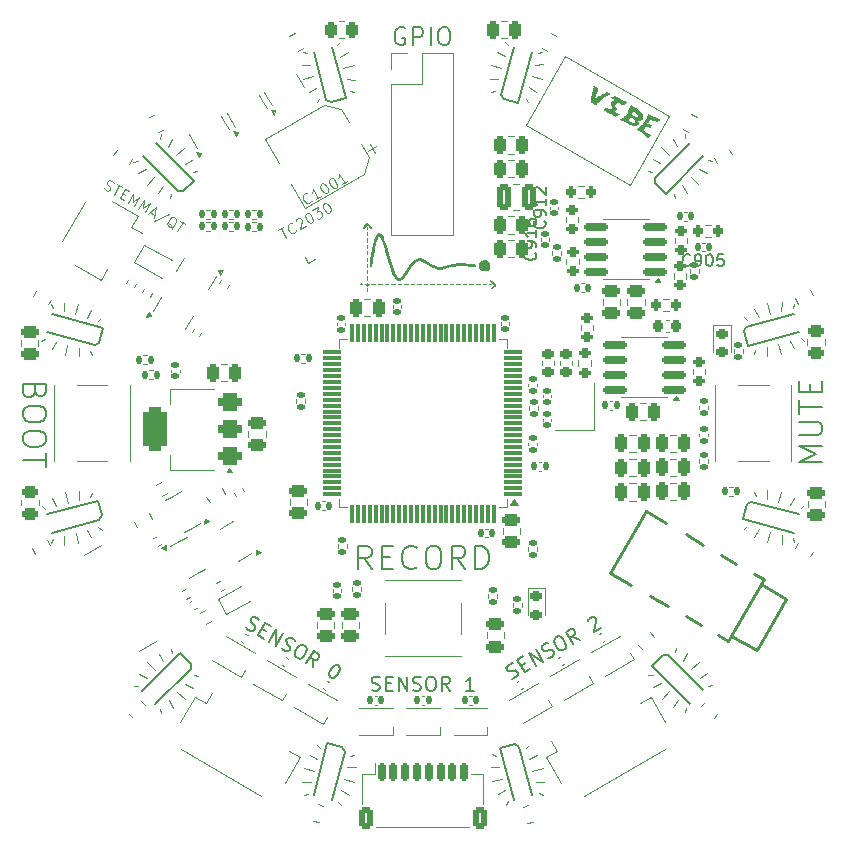
<source format=gbr>
%TF.GenerationSoftware,KiCad,Pcbnew,8.0.3*%
%TF.CreationDate,2024-11-06T16:38:13-05:00*%
%TF.ProjectId,vibecheck_mainboard,76696265-6368-4656-936b-5f6d61696e62,rev?*%
%TF.SameCoordinates,Original*%
%TF.FileFunction,Legend,Top*%
%TF.FilePolarity,Positive*%
%FSLAX46Y46*%
G04 Gerber Fmt 4.6, Leading zero omitted, Abs format (unit mm)*
G04 Created by KiCad (PCBNEW 8.0.3) date 2024-11-06 16:38:13*
%MOMM*%
%LPD*%
G01*
G04 APERTURE LIST*
G04 Aperture macros list*
%AMRoundRect*
0 Rectangle with rounded corners*
0 $1 Rounding radius*
0 $2 $3 $4 $5 $6 $7 $8 $9 X,Y pos of 4 corners*
0 Add a 4 corners polygon primitive as box body*
4,1,4,$2,$3,$4,$5,$6,$7,$8,$9,$2,$3,0*
0 Add four circle primitives for the rounded corners*
1,1,$1+$1,$2,$3*
1,1,$1+$1,$4,$5*
1,1,$1+$1,$6,$7*
1,1,$1+$1,$8,$9*
0 Add four rect primitives between the rounded corners*
20,1,$1+$1,$2,$3,$4,$5,0*
20,1,$1+$1,$4,$5,$6,$7,0*
20,1,$1+$1,$6,$7,$8,$9,0*
20,1,$1+$1,$8,$9,$2,$3,0*%
%AMHorizOval*
0 Thick line with rounded ends*
0 $1 width*
0 $2 $3 position (X,Y) of the first rounded end (center of the circle)*
0 $4 $5 position (X,Y) of the second rounded end (center of the circle)*
0 Add line between two ends*
20,1,$1,$2,$3,$4,$5,0*
0 Add two circle primitives to create the rounded ends*
1,1,$1,$2,$3*
1,1,$1,$4,$5*%
%AMRotRect*
0 Rectangle, with rotation*
0 The origin of the aperture is its center*
0 $1 length*
0 $2 width*
0 $3 Rotation angle, in degrees counterclockwise*
0 Add horizontal line*
21,1,$1,$2,0,0,$3*%
G04 Aperture macros list end*
%ADD10C,0.100000*%
%ADD11C,0.150000*%
%ADD12C,0.200000*%
%ADD13C,0.120000*%
%ADD14C,0.000000*%
%ADD15C,0.250000*%
%ADD16RoundRect,0.140000X0.170000X-0.140000X0.170000X0.140000X-0.170000X0.140000X-0.170000X-0.140000X0*%
%ADD17RoundRect,0.140000X0.140000X0.170000X-0.140000X0.170000X-0.140000X-0.170000X0.140000X-0.170000X0*%
%ADD18RoundRect,0.200000X-0.275000X0.200000X-0.275000X-0.200000X0.275000X-0.200000X0.275000X0.200000X0*%
%ADD19RoundRect,0.200000X-0.200000X-0.275000X0.200000X-0.275000X0.200000X0.275000X-0.200000X0.275000X0*%
%ADD20RoundRect,0.250000X0.512652X0.159099X0.159099X0.512652X-0.512652X-0.159099X-0.159099X-0.512652X0*%
%ADD21RoundRect,0.250000X0.536362X0.020994X0.286362X0.454006X-0.536362X-0.020994X-0.286362X-0.454006X0*%
%ADD22R,1.200000X1.400000*%
%ADD23RoundRect,0.218750X-0.256250X0.218750X-0.256250X-0.218750X0.256250X-0.218750X0.256250X0.218750X0*%
%ADD24R,0.700000X0.700000*%
%ADD25RoundRect,0.200000X0.200000X0.275000X-0.200000X0.275000X-0.200000X-0.275000X0.200000X-0.275000X0*%
%ADD26RoundRect,0.135000X0.135000X0.185000X-0.135000X0.185000X-0.135000X-0.185000X0.135000X-0.185000X0*%
%ADD27RoundRect,0.250000X-0.503814X-0.132583X-0.132583X-0.503814X0.503814X0.132583X0.132583X0.503814X0*%
%ADD28RoundRect,0.225000X-0.225000X-0.250000X0.225000X-0.250000X0.225000X0.250000X-0.225000X0.250000X0*%
%ADD29RoundRect,0.250000X-0.536362X-0.020994X-0.286362X-0.454006X0.536362X0.020994X0.286362X0.454006X0*%
%ADD30RoundRect,0.150000X-0.442404X-0.466266X-0.182596X-0.616266X0.442404X0.466266X0.182596X0.616266X0*%
%ADD31RoundRect,0.250000X-0.628109X-0.387917X-0.021891X-0.737917X0.628109X0.387917X0.021891X0.737917X0*%
%ADD32RoundRect,0.250000X0.132583X-0.503814X0.503814X-0.132583X-0.132583X0.503814X-0.503814X0.132583X0*%
%ADD33RoundRect,0.140000X-0.036244X-0.217224X0.206244X-0.077224X0.036244X0.217224X-0.206244X0.077224X0*%
%ADD34RoundRect,0.250000X-0.250000X-0.475000X0.250000X-0.475000X0.250000X0.475000X-0.250000X0.475000X0*%
%ADD35RoundRect,0.250000X0.262500X0.450000X-0.262500X0.450000X-0.262500X-0.450000X0.262500X-0.450000X0*%
%ADD36RoundRect,0.135000X0.185000X-0.135000X0.185000X0.135000X-0.185000X0.135000X-0.185000X-0.135000X0*%
%ADD37RoundRect,0.250000X0.454006X0.286362X0.020994X0.536362X-0.454006X-0.286362X-0.020994X-0.536362X0*%
%ADD38RoundRect,0.150000X0.423654X-0.433790X-0.163846X0.583790X-0.423654X0.433790X0.163846X-0.583790X0*%
%ADD39RoundRect,0.140000X-0.170000X0.140000X-0.170000X-0.140000X0.170000X-0.140000X0.170000X0.140000X0*%
%ADD40RoundRect,0.250000X0.250000X0.475000X-0.250000X0.475000X-0.250000X-0.475000X0.250000X-0.475000X0*%
%ADD41RoundRect,0.135000X-0.024413X-0.227715X0.209413X-0.092715X0.024413X0.227715X-0.209413X0.092715X0*%
%ADD42RotRect,2.920000X1.040000X285.000000*%
%ADD43RotRect,1.100000X1.040000X285.000000*%
%ADD44RotRect,0.700000X0.700000X150.000000*%
%ADD45R,1.300000X1.550000*%
%ADD46RoundRect,0.250000X-0.475000X0.250000X-0.475000X-0.250000X0.475000X-0.250000X0.475000X0.250000X0*%
%ADD47RoundRect,0.135000X-0.135000X-0.185000X0.135000X-0.185000X0.135000X0.185000X-0.135000X0.185000X0*%
%ADD48RoundRect,0.150000X-0.368838X-0.386154X0.518838X0.126346X0.368838X0.386154X-0.518838X-0.126346X0*%
%ADD49RotRect,2.920000X1.040000X15.000000*%
%ADD50RotRect,1.100000X1.040000X15.000000*%
%ADD51RotRect,2.920000X1.040000X315.000000*%
%ADD52RotRect,1.100000X1.040000X315.000000*%
%ADD53RoundRect,0.140000X-0.140000X-0.170000X0.140000X-0.170000X0.140000X0.170000X-0.140000X0.170000X0*%
%ADD54RoundRect,0.218750X-0.061318X-0.331294X0.317568X-0.112544X0.061318X0.331294X-0.317568X0.112544X0*%
%ADD55RoundRect,0.075000X0.725000X0.075000X-0.725000X0.075000X-0.725000X-0.075000X0.725000X-0.075000X0*%
%ADD56RoundRect,0.075000X0.075000X0.725000X-0.075000X0.725000X-0.075000X-0.725000X0.075000X-0.725000X0*%
%ADD57RoundRect,0.250000X-0.020994X0.536362X-0.454006X0.286362X0.020994X-0.536362X0.454006X-0.286362X0*%
%ADD58RoundRect,0.250000X0.520961X-0.002332X0.258461X0.452332X-0.520961X0.002332X-0.258461X-0.452332X0*%
%ADD59RoundRect,0.250000X-0.286362X0.454006X-0.536362X0.020994X0.286362X-0.454006X0.536362X-0.020994X0*%
%ADD60R,1.550000X1.300000*%
%ADD61RotRect,2.920000X1.040000X45.000000*%
%ADD62RotRect,1.100000X1.040000X45.000000*%
%ADD63RoundRect,0.135000X0.024413X0.227715X-0.209413X0.092715X-0.024413X-0.227715X0.209413X-0.092715X0*%
%ADD64RoundRect,0.112500X-0.218630X-0.003678X0.106130X-0.191178X0.218630X0.003678X-0.106130X0.191178X0*%
%ADD65RoundRect,0.250000X-0.258461X0.452332X-0.520961X-0.002332X0.258461X-0.452332X0.520961X0.002332X0*%
%ADD66RoundRect,0.150000X0.182596X-0.616266X0.442404X-0.466266X-0.182596X0.616266X-0.442404X0.466266X0*%
%ADD67RoundRect,0.250000X0.021891X-0.737917X0.628109X-0.387917X-0.021891X0.737917X-0.628109X0.387917X0*%
%ADD68RoundRect,0.250000X0.450000X-0.262500X0.450000X0.262500X-0.450000X0.262500X-0.450000X-0.262500X0*%
%ADD69RoundRect,0.140000X-0.206244X-0.077224X0.036244X-0.217224X0.206244X0.077224X-0.036244X0.217224X0*%
%ADD70RoundRect,0.200000X-0.035705X-0.338157X0.310705X-0.138157X0.035705X0.338157X-0.310705X0.138157X0*%
%ADD71RoundRect,0.250000X0.475000X-0.250000X0.475000X0.250000X-0.475000X0.250000X-0.475000X-0.250000X0*%
%ADD72C,0.990600*%
%ADD73C,0.787400*%
%ADD74RoundRect,0.135000X-0.185000X0.135000X-0.185000X-0.135000X0.185000X-0.135000X0.185000X0.135000X0*%
%ADD75RotRect,0.700000X0.700000X210.000000*%
%ADD76RotRect,2.920000X1.040000X75.000000*%
%ADD77RotRect,1.100000X1.040000X75.000000*%
%ADD78RoundRect,0.150000X-0.466266X0.442404X-0.616266X0.182596X0.466266X-0.442404X0.616266X-0.182596X0*%
%ADD79RoundRect,0.250000X-0.387917X0.628109X-0.737917X0.021891X0.387917X-0.628109X0.737917X-0.021891X0*%
%ADD80RotRect,2.920000X1.040000X255.000000*%
%ADD81RotRect,1.100000X1.040000X255.000000*%
%ADD82RoundRect,0.150000X0.163846X0.583790X-0.423654X-0.433790X-0.163846X-0.583790X0.423654X0.433790X0*%
%ADD83RotRect,2.920000X1.040000X165.000000*%
%ADD84RotRect,1.100000X1.040000X165.000000*%
%ADD85RoundRect,0.150000X0.368838X0.386154X-0.518838X-0.126346X-0.368838X-0.386154X0.518838X0.126346X0*%
%ADD86RoundRect,0.150000X0.433790X0.423654X-0.583790X-0.163846X-0.433790X-0.423654X0.583790X0.163846X0*%
%ADD87RoundRect,0.135000X0.227715X-0.024413X0.092715X0.209413X-0.227715X0.024413X-0.092715X-0.209413X0*%
%ADD88RotRect,2.920000X1.040000X345.000000*%
%ADD89RotRect,1.100000X1.040000X345.000000*%
%ADD90RoundRect,0.225000X0.250000X-0.225000X0.250000X0.225000X-0.250000X0.225000X-0.250000X-0.225000X0*%
%ADD91RotRect,2.920000X1.040000X195.000000*%
%ADD92RotRect,1.100000X1.040000X195.000000*%
%ADD93RoundRect,0.250000X-0.137087X-0.502607X0.370024X-0.366727X0.137087X0.502607X-0.370024X0.366727X0*%
%ADD94RoundRect,0.250000X0.258461X-0.452332X0.520961X0.002332X-0.258461X0.452332X-0.520961X-0.002332X0*%
%ADD95RoundRect,0.250000X-0.450000X0.262500X-0.450000X-0.262500X0.450000X-0.262500X0.450000X0.262500X0*%
%ADD96RoundRect,0.250000X0.002332X0.520961X-0.452332X0.258461X-0.002332X-0.520961X0.452332X-0.258461X0*%
%ADD97RoundRect,0.135000X0.092715X-0.209413X0.227715X0.024413X-0.092715X0.209413X-0.227715X-0.024413X0*%
%ADD98RoundRect,0.150000X0.825000X0.150000X-0.825000X0.150000X-0.825000X-0.150000X0.825000X-0.150000X0*%
%ADD99R,2.290000X3.000000*%
%ADD100RoundRect,0.135000X-0.092715X0.209413X-0.227715X-0.024413X0.092715X-0.209413X0.227715X0.024413X0*%
%ADD101RoundRect,0.150000X-0.150000X-0.625000X0.150000X-0.625000X0.150000X0.625000X-0.150000X0.625000X0*%
%ADD102RoundRect,0.250000X-0.350000X-0.650000X0.350000X-0.650000X0.350000X0.650000X-0.350000X0.650000X0*%
%ADD103C,1.600000*%
%ADD104RotRect,2.500000X1.250000X240.000000*%
%ADD105RoundRect,0.250000X0.452332X0.258461X-0.002332X0.520961X-0.452332X-0.258461X0.002332X-0.520961X0*%
%ADD106RoundRect,0.150000X-0.163846X-0.583790X0.423654X0.433790X0.163846X0.583790X-0.423654X-0.433790X0*%
%ADD107RotRect,2.920000X1.040000X225.000000*%
%ADD108RotRect,1.100000X1.040000X225.000000*%
%ADD109RoundRect,0.250000X1.024038X1.226314X-1.574038X-0.273686X-1.024038X-1.226314X1.574038X0.273686X0*%
%ADD110RotRect,2.920000X1.040000X135.000000*%
%ADD111RotRect,1.100000X1.040000X135.000000*%
%ADD112R,2.410000X3.810000*%
%ADD113RoundRect,0.250000X-0.370024X-0.366727X0.137087X-0.502607X0.370024X0.366727X-0.137087X0.502607X0*%
%ADD114C,0.650000*%
%ADD115RoundRect,0.150000X-0.443061X-0.082596X-0.293061X-0.342404X0.443061X0.082596X0.293061X0.342404X0*%
%ADD116RoundRect,0.075000X-0.470513X-0.185048X-0.395513X-0.314952X0.470513X0.185048X0.395513X0.314952X0*%
%ADD117HorizOval,1.000000X-0.476314X-0.275000X0.476314X0.275000X0*%
%ADD118HorizOval,1.000000X-0.346410X-0.200000X0.346410X0.200000X0*%
%ADD119RoundRect,0.250000X-0.375000X-0.850000X0.375000X-0.850000X0.375000X0.850000X-0.375000X0.850000X0*%
%ADD120RotRect,2.920000X1.040000X105.000000*%
%ADD121RotRect,1.100000X1.040000X105.000000*%
%ADD122RoundRect,0.375000X0.625000X0.375000X-0.625000X0.375000X-0.625000X-0.375000X0.625000X-0.375000X0*%
%ADD123RoundRect,0.500000X0.500000X1.400000X-0.500000X1.400000X-0.500000X-1.400000X0.500000X-1.400000X0*%
%ADD124R,1.700000X1.700000*%
%ADD125O,1.700000X1.700000*%
G04 APERTURE END LIST*
D10*
X128678699Y-80598501D02*
X128607987Y-80952053D01*
X143795664Y-71851286D02*
X144137206Y-71966825D01*
X156659180Y-69902609D02*
X155789847Y-69669672D01*
X128477179Y-123442622D02*
X128830735Y-124079020D01*
X171568790Y-123396652D02*
X171215236Y-124033050D01*
X174149729Y-122229926D02*
X174503283Y-122159217D01*
X173396652Y-78431210D02*
X174033050Y-78784764D01*
X143599639Y-129131466D02*
X144327551Y-129119453D01*
X118936683Y-93082001D02*
X118562324Y-93706388D01*
X157176817Y-67970758D02*
X156938804Y-67699926D01*
X159540496Y-130360621D02*
X160268411Y-130372632D01*
X127724104Y-75896239D02*
X127794814Y-75542686D01*
X172689547Y-79138317D02*
X173325942Y-79774714D01*
X140718323Y-70605305D02*
X139848990Y-70838242D01*
X159281677Y-129394695D02*
X160151010Y-129161758D01*
X121554406Y-91039936D02*
X121928764Y-90415552D01*
X143082001Y-131063317D02*
X143706388Y-131437676D01*
X121851286Y-106204336D02*
X121966825Y-105862794D01*
X120605305Y-109281677D02*
X120838242Y-110151010D01*
X172028409Y-120108608D02*
X172381962Y-119472211D01*
X119622554Y-90522299D02*
X119610542Y-89794386D01*
X119902609Y-93340820D02*
X119669672Y-94210153D01*
X158764039Y-127462842D02*
X159002053Y-127192013D01*
X127310453Y-120861683D02*
X126674058Y-120225286D01*
X126557378Y-78477179D02*
X125920980Y-78830735D01*
X179131466Y-106400361D02*
X179119453Y-105672449D01*
X129184286Y-122735515D02*
X129820682Y-123371911D01*
X179411521Y-109218883D02*
X179178583Y-110088216D01*
X156400361Y-70868534D02*
X155672449Y-70880547D01*
X121571230Y-109022858D02*
X121945589Y-109647242D01*
X129138317Y-77310453D02*
X129774714Y-76674058D01*
X156721974Y-130080566D02*
X155852641Y-130313502D01*
X129845425Y-78017560D02*
X130481820Y-77664007D01*
X178428770Y-90977142D02*
X178054411Y-90352758D01*
X117987582Y-107239611D02*
X117716751Y-107001598D01*
X170154575Y-121982440D02*
X169518180Y-122335993D01*
X120868534Y-93599639D02*
X120880547Y-94327551D01*
X180080566Y-93278026D02*
X180313502Y-94147359D01*
X119919434Y-106721974D02*
X119686498Y-105852641D01*
X179114639Y-93536846D02*
X179102628Y-94264757D01*
X143340820Y-130097391D02*
X144210153Y-130330328D01*
X127971591Y-79891392D02*
X127618038Y-80527789D01*
X128017560Y-120154575D02*
X127664007Y-119518180D01*
X159022858Y-128428770D02*
X159647242Y-128054411D01*
X142760389Y-67987582D02*
X142998402Y-67716751D01*
X140263478Y-131343372D02*
X139921937Y-131458912D01*
X159736522Y-68656628D02*
X160078063Y-68541088D01*
X118953509Y-106980794D02*
X118579150Y-106356408D01*
X181063317Y-106917999D02*
X181437676Y-106293612D01*
X143536846Y-70885361D02*
X144264757Y-70897372D01*
X170861683Y-122689547D02*
X170225286Y-123325942D01*
X181343372Y-109736522D02*
X181458912Y-110078063D01*
X178165538Y-106141541D02*
X178050000Y-105800000D01*
X156980794Y-131046491D02*
X156356408Y-131420850D01*
X140522299Y-130377446D02*
X139794386Y-130389458D01*
X127264485Y-79184286D02*
X126628089Y-79820682D01*
X171275333Y-80552531D02*
X171346044Y-80906084D01*
X143019206Y-68953509D02*
X143643592Y-68579150D01*
X182029242Y-107176817D02*
X182300074Y-106938804D01*
X156204336Y-128148714D02*
X155862794Y-128033175D01*
X129891392Y-122028409D02*
X130527789Y-122381962D01*
X177479669Y-108701245D02*
X177208838Y-108939259D01*
X140781117Y-129411521D02*
X139911784Y-129178583D01*
X157239611Y-132012418D02*
X157001598Y-132283249D01*
X177462842Y-91235961D02*
X177192013Y-90997947D01*
X126603348Y-121568790D02*
X125966950Y-121215236D01*
X179394695Y-90718323D02*
X179161758Y-89848990D01*
X120885361Y-106463154D02*
X120897372Y-105735243D01*
X130598501Y-121321301D02*
X130952053Y-121392013D01*
X141039936Y-128445594D02*
X140415552Y-128071236D01*
X181326546Y-90200684D02*
X181442087Y-89859143D01*
X169401499Y-78678699D02*
X169047947Y-78607987D01*
X180097391Y-106659180D02*
X180330328Y-105789847D01*
X156917999Y-68936683D02*
X156293612Y-68562324D01*
X143278026Y-69919434D02*
X144147359Y-69686498D01*
X125896239Y-122275896D02*
X125542686Y-122205186D01*
X178148714Y-93795664D02*
X178033175Y-94137206D01*
X159218883Y-70588479D02*
X160088216Y-70821417D01*
X142823183Y-132029242D02*
X143061196Y-132300074D01*
X181046491Y-93019206D02*
X181420850Y-93643592D01*
X117970758Y-92823183D02*
X117699926Y-93061196D01*
X180377446Y-109477701D02*
X180389458Y-110205614D01*
X140200684Y-68673454D02*
X139859143Y-68557913D01*
X119639379Y-109540496D02*
X119627368Y-110268411D01*
X128724667Y-119447469D02*
X128653956Y-119093916D01*
X171321301Y-119401499D02*
X171392013Y-119047947D01*
X159477701Y-69622554D02*
X160205614Y-69610542D01*
X170108608Y-77971591D02*
X169472211Y-77618038D01*
X182012418Y-92760389D02*
X182283249Y-92998402D01*
X122520331Y-91298755D02*
X122791162Y-91060741D01*
X158960064Y-71554406D02*
X159584448Y-71928764D01*
X171522821Y-76557378D02*
X171169265Y-75920980D01*
X158701245Y-72520331D02*
X158939259Y-72791162D01*
X118673454Y-109799316D02*
X118557913Y-110140857D01*
X120588479Y-90781117D02*
X120821417Y-89911784D01*
X178445594Y-108960064D02*
X178071236Y-109584448D01*
X130552531Y-78724667D02*
X130906084Y-78653956D01*
X141235961Y-72537158D02*
X140997947Y-72807987D01*
X156463154Y-129114639D02*
X155735243Y-129102628D01*
X143858459Y-128165538D02*
X144200000Y-128050000D01*
X171982440Y-79845425D02*
X172335993Y-80481820D01*
X127770074Y-124149729D02*
X127840783Y-124503283D01*
X125850271Y-77770074D02*
X125496717Y-77840783D01*
X172229926Y-75850271D02*
X172159217Y-75496717D01*
X172275896Y-124103761D02*
X172205186Y-124457314D01*
X121834462Y-93858459D02*
X121950000Y-94200000D01*
X128431210Y-76603348D02*
X128784764Y-75966950D01*
X159799316Y-131326546D02*
X160140857Y-131442087D01*
X141298755Y-127479669D02*
X141060741Y-127208838D01*
X118656628Y-90263478D02*
X118541088Y-89921937D01*
X174103761Y-77724104D02*
X174457314Y-77794814D01*
X170815714Y-77264485D02*
X170179318Y-76628089D01*
X173442622Y-121522821D02*
X174079020Y-121169265D01*
X122537158Y-108764039D02*
X122807987Y-109002053D01*
X156141541Y-71834462D02*
X155800000Y-71950000D01*
X180360621Y-90459504D02*
X180372632Y-89731589D01*
X172735515Y-120815714D02*
X173371911Y-120179318D01*
X140977142Y-71571230D02*
X140352758Y-71945589D01*
X140459504Y-69639379D02*
X139731589Y-69627368D01*
X169447469Y-121275333D02*
X169093916Y-121346044D01*
D11*
X157543075Y-121608004D02*
X157720108Y-121571776D01*
X157720108Y-121571776D02*
X157967544Y-121428919D01*
X157967544Y-121428919D02*
X158037947Y-121322289D01*
X158037947Y-121322289D02*
X158058863Y-121244231D01*
X158058863Y-121244231D02*
X158051207Y-121116685D01*
X158051207Y-121116685D02*
X157994064Y-121017711D01*
X157994064Y-121017711D02*
X157887434Y-120947308D01*
X157887434Y-120947308D02*
X157809376Y-120926392D01*
X157809376Y-120926392D02*
X157681830Y-120934048D01*
X157681830Y-120934048D02*
X157455310Y-120998846D01*
X157455310Y-120998846D02*
X157327764Y-121006502D01*
X157327764Y-121006502D02*
X157249705Y-120985586D01*
X157249705Y-120985586D02*
X157143075Y-120915183D01*
X157143075Y-120915183D02*
X157085933Y-120816209D01*
X157085933Y-120816209D02*
X157078277Y-120688663D01*
X157078277Y-120688663D02*
X157099193Y-120610605D01*
X157099193Y-120610605D02*
X157169595Y-120503975D01*
X157169595Y-120503975D02*
X157417031Y-120361117D01*
X157417031Y-120361117D02*
X157594064Y-120324890D01*
X158296591Y-120513132D02*
X158643002Y-120313132D01*
X159105749Y-120771777D02*
X158610877Y-121057491D01*
X158610877Y-121057491D02*
X158010877Y-120018260D01*
X158010877Y-120018260D02*
X158505749Y-119732546D01*
X159551133Y-120514634D02*
X158951133Y-119475403D01*
X158951133Y-119475403D02*
X160144979Y-120171777D01*
X160144979Y-120171777D02*
X159544979Y-119132546D01*
X160561792Y-119865147D02*
X160738825Y-119828919D01*
X160738825Y-119828919D02*
X160986261Y-119686062D01*
X160986261Y-119686062D02*
X161056664Y-119579432D01*
X161056664Y-119579432D02*
X161077580Y-119501374D01*
X161077580Y-119501374D02*
X161069924Y-119373828D01*
X161069924Y-119373828D02*
X161012781Y-119274854D01*
X161012781Y-119274854D02*
X160906151Y-119204451D01*
X160906151Y-119204451D02*
X160828092Y-119183535D01*
X160828092Y-119183535D02*
X160700547Y-119191191D01*
X160700547Y-119191191D02*
X160474027Y-119255989D01*
X160474027Y-119255989D02*
X160346481Y-119263645D01*
X160346481Y-119263645D02*
X160268422Y-119242729D01*
X160268422Y-119242729D02*
X160161792Y-119172326D01*
X160161792Y-119172326D02*
X160104649Y-119073352D01*
X160104649Y-119073352D02*
X160096994Y-118945806D01*
X160096994Y-118945806D02*
X160117909Y-118867748D01*
X160117909Y-118867748D02*
X160188312Y-118761118D01*
X160188312Y-118761118D02*
X160435748Y-118618260D01*
X160435748Y-118618260D02*
X160612781Y-118582033D01*
X161227543Y-118161118D02*
X161425491Y-118046832D01*
X161425491Y-118046832D02*
X161553037Y-118039176D01*
X161553037Y-118039176D02*
X161709154Y-118081008D01*
X161709154Y-118081008D02*
X161872927Y-118250385D01*
X161872927Y-118250385D02*
X162072927Y-118596795D01*
X162072927Y-118596795D02*
X162137726Y-118823315D01*
X162137726Y-118823315D02*
X162095894Y-118979432D01*
X162095894Y-118979432D02*
X162025491Y-119086062D01*
X162025491Y-119086062D02*
X161827543Y-119200348D01*
X161827543Y-119200348D02*
X161699997Y-119208004D01*
X161699997Y-119208004D02*
X161543880Y-119166172D01*
X161543880Y-119166172D02*
X161380107Y-118996795D01*
X161380107Y-118996795D02*
X161180107Y-118650385D01*
X161180107Y-118650385D02*
X161115308Y-118423865D01*
X161115308Y-118423865D02*
X161157140Y-118267748D01*
X161157140Y-118267748D02*
X161227543Y-118161118D01*
X163312158Y-118343205D02*
X162680033Y-118048334D01*
X162718312Y-118686062D02*
X162118312Y-117646832D01*
X162118312Y-117646832D02*
X162514209Y-117418260D01*
X162514209Y-117418260D02*
X162641755Y-117410605D01*
X162641755Y-117410605D02*
X162719814Y-117431520D01*
X162719814Y-117431520D02*
X162826444Y-117501923D01*
X162826444Y-117501923D02*
X162912158Y-117650385D01*
X162912158Y-117650385D02*
X162919814Y-117777931D01*
X162919814Y-117777931D02*
X162898898Y-117855989D01*
X162898898Y-117855989D02*
X162828495Y-117962619D01*
X162828495Y-117962619D02*
X162432598Y-118191191D01*
X163956993Y-116717235D02*
X163977909Y-116639176D01*
X163977909Y-116639176D02*
X164048312Y-116532546D01*
X164048312Y-116532546D02*
X164295747Y-116389689D01*
X164295747Y-116389689D02*
X164423293Y-116382033D01*
X164423293Y-116382033D02*
X164501352Y-116402949D01*
X164501352Y-116402949D02*
X164607982Y-116473352D01*
X164607982Y-116473352D02*
X164665125Y-116572326D01*
X164665125Y-116572326D02*
X164701352Y-116749359D01*
X164701352Y-116749359D02*
X164450363Y-117686062D01*
X164450363Y-117686062D02*
X165093696Y-117314634D01*
X135024875Y-117285147D02*
X135144765Y-117420348D01*
X135144765Y-117420348D02*
X135392201Y-117563206D01*
X135392201Y-117563206D02*
X135519747Y-117570861D01*
X135519747Y-117570861D02*
X135597806Y-117549946D01*
X135597806Y-117549946D02*
X135704436Y-117479543D01*
X135704436Y-117479543D02*
X135761579Y-117380568D01*
X135761579Y-117380568D02*
X135769234Y-117253023D01*
X135769234Y-117253023D02*
X135748318Y-117174964D01*
X135748318Y-117174964D02*
X135677916Y-117068334D01*
X135677916Y-117068334D02*
X135508538Y-116904561D01*
X135508538Y-116904561D02*
X135438135Y-116797931D01*
X135438135Y-116797931D02*
X135417220Y-116719872D01*
X135417220Y-116719872D02*
X135424875Y-116592327D01*
X135424875Y-116592327D02*
X135482018Y-116493352D01*
X135482018Y-116493352D02*
X135588648Y-116422949D01*
X135588648Y-116422949D02*
X135666707Y-116402034D01*
X135666707Y-116402034D02*
X135794253Y-116409689D01*
X135794253Y-116409689D02*
X136041688Y-116552547D01*
X136041688Y-116552547D02*
X136161579Y-116687748D01*
X136349820Y-117390275D02*
X136696230Y-117590275D01*
X136530406Y-118220348D02*
X136035534Y-117934634D01*
X136035534Y-117934634D02*
X136635534Y-116895404D01*
X136635534Y-116895404D02*
X137130406Y-117181118D01*
X136975790Y-118477491D02*
X137575790Y-117438261D01*
X137575790Y-117438261D02*
X137569636Y-118820348D01*
X137569636Y-118820348D02*
X138169636Y-117781118D01*
X138043592Y-119028004D02*
X138163482Y-119163205D01*
X138163482Y-119163205D02*
X138410918Y-119306063D01*
X138410918Y-119306063D02*
X138538464Y-119313718D01*
X138538464Y-119313718D02*
X138616523Y-119292803D01*
X138616523Y-119292803D02*
X138723153Y-119222400D01*
X138723153Y-119222400D02*
X138780295Y-119123425D01*
X138780295Y-119123425D02*
X138787951Y-118995880D01*
X138787951Y-118995880D02*
X138767035Y-118917821D01*
X138767035Y-118917821D02*
X138696632Y-118811191D01*
X138696632Y-118811191D02*
X138527255Y-118647418D01*
X138527255Y-118647418D02*
X138456852Y-118540788D01*
X138456852Y-118540788D02*
X138435937Y-118462729D01*
X138435937Y-118462729D02*
X138443592Y-118335184D01*
X138443592Y-118335184D02*
X138500735Y-118236209D01*
X138500735Y-118236209D02*
X138607365Y-118165806D01*
X138607365Y-118165806D02*
X138685424Y-118144891D01*
X138685424Y-118144891D02*
X138812969Y-118152546D01*
X138812969Y-118152546D02*
X139060405Y-118295404D01*
X139060405Y-118295404D02*
X139180295Y-118430605D01*
X139852200Y-118752546D02*
X140050149Y-118866832D01*
X140050149Y-118866832D02*
X140120551Y-118973462D01*
X140120551Y-118973462D02*
X140162383Y-119129579D01*
X140162383Y-119129579D02*
X140097584Y-119356099D01*
X140097584Y-119356099D02*
X139897584Y-119702510D01*
X139897584Y-119702510D02*
X139733811Y-119871887D01*
X139733811Y-119871887D02*
X139577694Y-119913718D01*
X139577694Y-119913718D02*
X139450149Y-119906063D01*
X139450149Y-119906063D02*
X139252200Y-119791777D01*
X139252200Y-119791777D02*
X139181797Y-119685147D01*
X139181797Y-119685147D02*
X139139965Y-119529030D01*
X139139965Y-119529030D02*
X139204764Y-119302510D01*
X139204764Y-119302510D02*
X139404764Y-118956099D01*
X139404764Y-118956099D02*
X139568537Y-118786722D01*
X139568537Y-118786722D02*
X139724654Y-118744891D01*
X139724654Y-118744891D02*
X139852200Y-118752546D01*
X140736815Y-120648920D02*
X140676119Y-119954048D01*
X140142969Y-120306063D02*
X140742969Y-119266832D01*
X140742969Y-119266832D02*
X141138866Y-119495404D01*
X141138866Y-119495404D02*
X141209269Y-119602034D01*
X141209269Y-119602034D02*
X141230185Y-119680092D01*
X141230185Y-119680092D02*
X141222529Y-119807638D01*
X141222529Y-119807638D02*
X141136815Y-119956099D01*
X141136815Y-119956099D02*
X141030185Y-120026502D01*
X141030185Y-120026502D02*
X140952126Y-120047418D01*
X140952126Y-120047418D02*
X140824581Y-120039762D01*
X140824581Y-120039762D02*
X140428683Y-119811191D01*
X142771943Y-120438261D02*
X142870917Y-120495404D01*
X142870917Y-120495404D02*
X142941320Y-120602034D01*
X142941320Y-120602034D02*
X142962236Y-120680092D01*
X142962236Y-120680092D02*
X142954580Y-120807638D01*
X142954580Y-120807638D02*
X142889782Y-121034158D01*
X142889782Y-121034158D02*
X142746925Y-121281594D01*
X142746925Y-121281594D02*
X142583152Y-121450971D01*
X142583152Y-121450971D02*
X142476522Y-121521374D01*
X142476522Y-121521374D02*
X142398463Y-121542290D01*
X142398463Y-121542290D02*
X142270917Y-121534634D01*
X142270917Y-121534634D02*
X142171943Y-121477491D01*
X142171943Y-121477491D02*
X142101540Y-121370861D01*
X142101540Y-121370861D02*
X142080624Y-121292803D01*
X142080624Y-121292803D02*
X142088280Y-121165257D01*
X142088280Y-121165257D02*
X142153079Y-120938737D01*
X142153079Y-120938737D02*
X142295936Y-120691301D01*
X142295936Y-120691301D02*
X142459709Y-120521924D01*
X142459709Y-120521924D02*
X142566339Y-120451521D01*
X142566339Y-120451521D02*
X142644397Y-120430605D01*
X142644397Y-120430605D02*
X142771943Y-120438261D01*
X145667143Y-122578200D02*
X145838572Y-122635342D01*
X145838572Y-122635342D02*
X146124286Y-122635342D01*
X146124286Y-122635342D02*
X146238572Y-122578200D01*
X146238572Y-122578200D02*
X146295714Y-122521057D01*
X146295714Y-122521057D02*
X146352857Y-122406771D01*
X146352857Y-122406771D02*
X146352857Y-122292485D01*
X146352857Y-122292485D02*
X146295714Y-122178200D01*
X146295714Y-122178200D02*
X146238572Y-122121057D01*
X146238572Y-122121057D02*
X146124286Y-122063914D01*
X146124286Y-122063914D02*
X145895714Y-122006771D01*
X145895714Y-122006771D02*
X145781429Y-121949628D01*
X145781429Y-121949628D02*
X145724286Y-121892485D01*
X145724286Y-121892485D02*
X145667143Y-121778200D01*
X145667143Y-121778200D02*
X145667143Y-121663914D01*
X145667143Y-121663914D02*
X145724286Y-121549628D01*
X145724286Y-121549628D02*
X145781429Y-121492485D01*
X145781429Y-121492485D02*
X145895714Y-121435342D01*
X145895714Y-121435342D02*
X146181429Y-121435342D01*
X146181429Y-121435342D02*
X146352857Y-121492485D01*
X146867143Y-122006771D02*
X147267143Y-122006771D01*
X147438571Y-122635342D02*
X146867143Y-122635342D01*
X146867143Y-122635342D02*
X146867143Y-121435342D01*
X146867143Y-121435342D02*
X147438571Y-121435342D01*
X147952857Y-122635342D02*
X147952857Y-121435342D01*
X147952857Y-121435342D02*
X148638571Y-122635342D01*
X148638571Y-122635342D02*
X148638571Y-121435342D01*
X149152857Y-122578200D02*
X149324286Y-122635342D01*
X149324286Y-122635342D02*
X149610000Y-122635342D01*
X149610000Y-122635342D02*
X149724286Y-122578200D01*
X149724286Y-122578200D02*
X149781428Y-122521057D01*
X149781428Y-122521057D02*
X149838571Y-122406771D01*
X149838571Y-122406771D02*
X149838571Y-122292485D01*
X149838571Y-122292485D02*
X149781428Y-122178200D01*
X149781428Y-122178200D02*
X149724286Y-122121057D01*
X149724286Y-122121057D02*
X149610000Y-122063914D01*
X149610000Y-122063914D02*
X149381428Y-122006771D01*
X149381428Y-122006771D02*
X149267143Y-121949628D01*
X149267143Y-121949628D02*
X149210000Y-121892485D01*
X149210000Y-121892485D02*
X149152857Y-121778200D01*
X149152857Y-121778200D02*
X149152857Y-121663914D01*
X149152857Y-121663914D02*
X149210000Y-121549628D01*
X149210000Y-121549628D02*
X149267143Y-121492485D01*
X149267143Y-121492485D02*
X149381428Y-121435342D01*
X149381428Y-121435342D02*
X149667143Y-121435342D01*
X149667143Y-121435342D02*
X149838571Y-121492485D01*
X150581428Y-121435342D02*
X150810000Y-121435342D01*
X150810000Y-121435342D02*
X150924285Y-121492485D01*
X150924285Y-121492485D02*
X151038571Y-121606771D01*
X151038571Y-121606771D02*
X151095714Y-121835342D01*
X151095714Y-121835342D02*
X151095714Y-122235342D01*
X151095714Y-122235342D02*
X151038571Y-122463914D01*
X151038571Y-122463914D02*
X150924285Y-122578200D01*
X150924285Y-122578200D02*
X150810000Y-122635342D01*
X150810000Y-122635342D02*
X150581428Y-122635342D01*
X150581428Y-122635342D02*
X150467143Y-122578200D01*
X150467143Y-122578200D02*
X150352857Y-122463914D01*
X150352857Y-122463914D02*
X150295714Y-122235342D01*
X150295714Y-122235342D02*
X150295714Y-121835342D01*
X150295714Y-121835342D02*
X150352857Y-121606771D01*
X150352857Y-121606771D02*
X150467143Y-121492485D01*
X150467143Y-121492485D02*
X150581428Y-121435342D01*
X152295714Y-122635342D02*
X151895714Y-122063914D01*
X151610000Y-122635342D02*
X151610000Y-121435342D01*
X151610000Y-121435342D02*
X152067143Y-121435342D01*
X152067143Y-121435342D02*
X152181428Y-121492485D01*
X152181428Y-121492485D02*
X152238571Y-121549628D01*
X152238571Y-121549628D02*
X152295714Y-121663914D01*
X152295714Y-121663914D02*
X152295714Y-121835342D01*
X152295714Y-121835342D02*
X152238571Y-121949628D01*
X152238571Y-121949628D02*
X152181428Y-122006771D01*
X152181428Y-122006771D02*
X152067143Y-122063914D01*
X152067143Y-122063914D02*
X151610000Y-122063914D01*
X154352857Y-122635342D02*
X153667143Y-122635342D01*
X154010000Y-122635342D02*
X154010000Y-121435342D01*
X154010000Y-121435342D02*
X153895714Y-121606771D01*
X153895714Y-121606771D02*
X153781429Y-121721057D01*
X153781429Y-121721057D02*
X153667143Y-121778200D01*
D10*
X122975370Y-80085385D02*
X123065288Y-80186787D01*
X123065288Y-80186787D02*
X123250864Y-80293929D01*
X123250864Y-80293929D02*
X123346524Y-80299671D01*
X123346524Y-80299671D02*
X123405068Y-80283984D01*
X123405068Y-80283984D02*
X123485040Y-80231182D01*
X123485040Y-80231182D02*
X123527897Y-80156951D01*
X123527897Y-80156951D02*
X123533639Y-80061292D01*
X123533639Y-80061292D02*
X123517952Y-80002748D01*
X123517952Y-80002748D02*
X123465150Y-79922776D01*
X123465150Y-79922776D02*
X123338117Y-79799946D01*
X123338117Y-79799946D02*
X123285315Y-79719973D01*
X123285315Y-79719973D02*
X123269628Y-79661430D01*
X123269628Y-79661430D02*
X123275370Y-79565770D01*
X123275370Y-79565770D02*
X123318227Y-79491539D01*
X123318227Y-79491539D02*
X123398200Y-79438737D01*
X123398200Y-79438737D02*
X123456744Y-79423050D01*
X123456744Y-79423050D02*
X123552403Y-79428792D01*
X123552403Y-79428792D02*
X123737980Y-79535935D01*
X123737980Y-79535935D02*
X123827897Y-79637336D01*
X124072018Y-79728792D02*
X124517403Y-79985935D01*
X123844711Y-80636787D02*
X124294711Y-79857364D01*
X124562924Y-80507089D02*
X124822732Y-80657089D01*
X124698364Y-81129644D02*
X124327210Y-80915358D01*
X124327210Y-80915358D02*
X124777210Y-80135935D01*
X124777210Y-80135935D02*
X125148364Y-80350221D01*
X125032403Y-81322501D02*
X125482403Y-80543078D01*
X125482403Y-80543078D02*
X125420782Y-81249809D01*
X125420782Y-81249809D02*
X126002018Y-80843078D01*
X126002018Y-80843078D02*
X125552018Y-81622501D01*
X125923171Y-81836786D02*
X126373171Y-81057364D01*
X126373171Y-81057364D02*
X126311550Y-81764094D01*
X126311550Y-81764094D02*
X126892786Y-81357364D01*
X126892786Y-81357364D02*
X126442786Y-82136786D01*
X126905396Y-82106951D02*
X127276550Y-82321237D01*
X126702594Y-82286786D02*
X127412401Y-81657363D01*
X127412401Y-81657363D02*
X127222209Y-82586786D01*
X128510176Y-82241677D02*
X127263528Y-82858078D01*
X128775313Y-83582446D02*
X128722511Y-83502473D01*
X128722511Y-83502473D02*
X128691137Y-83385385D01*
X128691137Y-83385385D02*
X128644077Y-83209753D01*
X128644077Y-83209753D02*
X128591275Y-83129781D01*
X128591275Y-83129781D02*
X128517044Y-83086924D01*
X128447016Y-83293929D02*
X128394214Y-83213957D01*
X128394214Y-83213957D02*
X128362841Y-83096869D01*
X128362841Y-83096869D02*
X128411440Y-82926979D01*
X128411440Y-82926979D02*
X128561440Y-82667171D01*
X128561440Y-82667171D02*
X128684269Y-82540138D01*
X128684269Y-82540138D02*
X128801357Y-82508765D01*
X128801357Y-82508765D02*
X128897016Y-82514506D01*
X128897016Y-82514506D02*
X129045478Y-82600221D01*
X129045478Y-82600221D02*
X129098280Y-82680193D01*
X129098280Y-82680193D02*
X129129654Y-82797281D01*
X129129654Y-82797281D02*
X129081055Y-82967171D01*
X129081055Y-82967171D02*
X128931055Y-83226979D01*
X128931055Y-83226979D02*
X128808225Y-83354012D01*
X128808225Y-83354012D02*
X128691137Y-83385385D01*
X128691137Y-83385385D02*
X128595478Y-83379643D01*
X128595478Y-83379643D02*
X128447016Y-83293929D01*
X129453747Y-82835935D02*
X129899131Y-83093078D01*
X129226439Y-83743929D02*
X129676439Y-82964506D01*
D12*
X145666666Y-112344838D02*
X144999999Y-111392457D01*
X144523809Y-112344838D02*
X144523809Y-110344838D01*
X144523809Y-110344838D02*
X145285714Y-110344838D01*
X145285714Y-110344838D02*
X145476190Y-110440076D01*
X145476190Y-110440076D02*
X145571428Y-110535314D01*
X145571428Y-110535314D02*
X145666666Y-110725790D01*
X145666666Y-110725790D02*
X145666666Y-111011504D01*
X145666666Y-111011504D02*
X145571428Y-111201980D01*
X145571428Y-111201980D02*
X145476190Y-111297219D01*
X145476190Y-111297219D02*
X145285714Y-111392457D01*
X145285714Y-111392457D02*
X144523809Y-111392457D01*
X146523809Y-111297219D02*
X147190476Y-111297219D01*
X147476190Y-112344838D02*
X146523809Y-112344838D01*
X146523809Y-112344838D02*
X146523809Y-110344838D01*
X146523809Y-110344838D02*
X147476190Y-110344838D01*
X149476190Y-112154361D02*
X149380952Y-112249600D01*
X149380952Y-112249600D02*
X149095238Y-112344838D01*
X149095238Y-112344838D02*
X148904762Y-112344838D01*
X148904762Y-112344838D02*
X148619047Y-112249600D01*
X148619047Y-112249600D02*
X148428571Y-112059123D01*
X148428571Y-112059123D02*
X148333333Y-111868647D01*
X148333333Y-111868647D02*
X148238095Y-111487695D01*
X148238095Y-111487695D02*
X148238095Y-111201980D01*
X148238095Y-111201980D02*
X148333333Y-110821028D01*
X148333333Y-110821028D02*
X148428571Y-110630552D01*
X148428571Y-110630552D02*
X148619047Y-110440076D01*
X148619047Y-110440076D02*
X148904762Y-110344838D01*
X148904762Y-110344838D02*
X149095238Y-110344838D01*
X149095238Y-110344838D02*
X149380952Y-110440076D01*
X149380952Y-110440076D02*
X149476190Y-110535314D01*
X150714285Y-110344838D02*
X151095238Y-110344838D01*
X151095238Y-110344838D02*
X151285714Y-110440076D01*
X151285714Y-110440076D02*
X151476190Y-110630552D01*
X151476190Y-110630552D02*
X151571428Y-111011504D01*
X151571428Y-111011504D02*
X151571428Y-111678171D01*
X151571428Y-111678171D02*
X151476190Y-112059123D01*
X151476190Y-112059123D02*
X151285714Y-112249600D01*
X151285714Y-112249600D02*
X151095238Y-112344838D01*
X151095238Y-112344838D02*
X150714285Y-112344838D01*
X150714285Y-112344838D02*
X150523809Y-112249600D01*
X150523809Y-112249600D02*
X150333333Y-112059123D01*
X150333333Y-112059123D02*
X150238095Y-111678171D01*
X150238095Y-111678171D02*
X150238095Y-111011504D01*
X150238095Y-111011504D02*
X150333333Y-110630552D01*
X150333333Y-110630552D02*
X150523809Y-110440076D01*
X150523809Y-110440076D02*
X150714285Y-110344838D01*
X153571428Y-112344838D02*
X152904761Y-111392457D01*
X152428571Y-112344838D02*
X152428571Y-110344838D01*
X152428571Y-110344838D02*
X153190476Y-110344838D01*
X153190476Y-110344838D02*
X153380952Y-110440076D01*
X153380952Y-110440076D02*
X153476190Y-110535314D01*
X153476190Y-110535314D02*
X153571428Y-110725790D01*
X153571428Y-110725790D02*
X153571428Y-111011504D01*
X153571428Y-111011504D02*
X153476190Y-111201980D01*
X153476190Y-111201980D02*
X153380952Y-111297219D01*
X153380952Y-111297219D02*
X153190476Y-111392457D01*
X153190476Y-111392457D02*
X152428571Y-111392457D01*
X154428571Y-112344838D02*
X154428571Y-110344838D01*
X154428571Y-110344838D02*
X154904761Y-110344838D01*
X154904761Y-110344838D02*
X155190476Y-110440076D01*
X155190476Y-110440076D02*
X155380952Y-110630552D01*
X155380952Y-110630552D02*
X155476190Y-110821028D01*
X155476190Y-110821028D02*
X155571428Y-111201980D01*
X155571428Y-111201980D02*
X155571428Y-111487695D01*
X155571428Y-111487695D02*
X155476190Y-111868647D01*
X155476190Y-111868647D02*
X155380952Y-112059123D01*
X155380952Y-112059123D02*
X155190476Y-112249600D01*
X155190476Y-112249600D02*
X154904761Y-112344838D01*
X154904761Y-112344838D02*
X154428571Y-112344838D01*
X183824838Y-103282231D02*
X181824838Y-103282231D01*
X181824838Y-103282231D02*
X183253409Y-102615564D01*
X183253409Y-102615564D02*
X181824838Y-101948898D01*
X181824838Y-101948898D02*
X183824838Y-101948898D01*
X181824838Y-100996517D02*
X183443885Y-100996517D01*
X183443885Y-100996517D02*
X183634361Y-100901279D01*
X183634361Y-100901279D02*
X183729600Y-100806041D01*
X183729600Y-100806041D02*
X183824838Y-100615565D01*
X183824838Y-100615565D02*
X183824838Y-100234612D01*
X183824838Y-100234612D02*
X183729600Y-100044136D01*
X183729600Y-100044136D02*
X183634361Y-99948898D01*
X183634361Y-99948898D02*
X183443885Y-99853660D01*
X183443885Y-99853660D02*
X181824838Y-99853660D01*
X181824838Y-99186993D02*
X181824838Y-98044136D01*
X183824838Y-98615565D02*
X181824838Y-98615565D01*
X182777219Y-97377469D02*
X182777219Y-96710802D01*
X183824838Y-96425088D02*
X183824838Y-97377469D01*
X183824838Y-97377469D02*
X181824838Y-97377469D01*
X181824838Y-97377469D02*
X181824838Y-96425088D01*
D10*
X137738559Y-83617364D02*
X138183944Y-83360221D01*
X138411252Y-84268215D02*
X137961252Y-83488792D01*
X139296279Y-83658270D02*
X139280592Y-83716814D01*
X139280592Y-83716814D02*
X139190674Y-83818215D01*
X139190674Y-83818215D02*
X139116443Y-83861072D01*
X139116443Y-83861072D02*
X138983669Y-83888243D01*
X138983669Y-83888243D02*
X138866581Y-83856869D01*
X138866581Y-83856869D02*
X138786608Y-83804067D01*
X138786608Y-83804067D02*
X138663779Y-83677034D01*
X138663779Y-83677034D02*
X138599493Y-83565688D01*
X138599493Y-83565688D02*
X138550894Y-83395798D01*
X138550894Y-83395798D02*
X138545152Y-83300138D01*
X138545152Y-83300138D02*
X138576526Y-83183050D01*
X138576526Y-83183050D02*
X138666443Y-83081649D01*
X138666443Y-83081649D02*
X138740674Y-83038792D01*
X138740674Y-83038792D02*
X138873449Y-83011622D01*
X138873449Y-83011622D02*
X138931993Y-83027309D01*
X139228916Y-82855880D02*
X139244603Y-82797336D01*
X139244603Y-82797336D02*
X139297405Y-82717364D01*
X139297405Y-82717364D02*
X139482982Y-82610221D01*
X139482982Y-82610221D02*
X139578641Y-82604479D01*
X139578641Y-82604479D02*
X139637185Y-82620166D01*
X139637185Y-82620166D02*
X139717157Y-82672968D01*
X139717157Y-82672968D02*
X139760015Y-82747199D01*
X139760015Y-82747199D02*
X139787185Y-82879973D01*
X139787185Y-82879973D02*
X139598943Y-83582501D01*
X139598943Y-83582501D02*
X140081443Y-83303929D01*
X140113943Y-82245935D02*
X140188174Y-82203078D01*
X140188174Y-82203078D02*
X140283833Y-82197336D01*
X140283833Y-82197336D02*
X140342377Y-82213023D01*
X140342377Y-82213023D02*
X140422350Y-82265825D01*
X140422350Y-82265825D02*
X140545179Y-82392858D01*
X140545179Y-82392858D02*
X140652322Y-82578435D01*
X140652322Y-82578435D02*
X140700921Y-82748325D01*
X140700921Y-82748325D02*
X140706663Y-82843984D01*
X140706663Y-82843984D02*
X140690976Y-82902528D01*
X140690976Y-82902528D02*
X140638174Y-82982501D01*
X140638174Y-82982501D02*
X140563943Y-83025358D01*
X140563943Y-83025358D02*
X140468284Y-83031100D01*
X140468284Y-83031100D02*
X140409740Y-83015413D01*
X140409740Y-83015413D02*
X140329767Y-82962611D01*
X140329767Y-82962611D02*
X140206938Y-82835578D01*
X140206938Y-82835578D02*
X140099795Y-82650001D01*
X140099795Y-82650001D02*
X140051196Y-82480111D01*
X140051196Y-82480111D02*
X140045454Y-82384451D01*
X140045454Y-82384451D02*
X140061141Y-82325908D01*
X140061141Y-82325908D02*
X140113943Y-82245935D01*
X140633558Y-81945935D02*
X141116058Y-81667364D01*
X141116058Y-81667364D02*
X141027679Y-82114287D01*
X141027679Y-82114287D02*
X141139025Y-82050001D01*
X141139025Y-82050001D02*
X141234685Y-82044259D01*
X141234685Y-82044259D02*
X141293229Y-82059946D01*
X141293229Y-82059946D02*
X141373201Y-82112748D01*
X141373201Y-82112748D02*
X141480344Y-82298325D01*
X141480344Y-82298325D02*
X141486086Y-82393984D01*
X141486086Y-82393984D02*
X141470399Y-82452528D01*
X141470399Y-82452528D02*
X141417597Y-82532501D01*
X141417597Y-82532501D02*
X141194905Y-82661072D01*
X141194905Y-82661072D02*
X141099245Y-82666814D01*
X141099245Y-82666814D02*
X141040701Y-82651127D01*
X141598558Y-81388792D02*
X141672789Y-81345935D01*
X141672789Y-81345935D02*
X141768448Y-81340193D01*
X141768448Y-81340193D02*
X141826992Y-81355880D01*
X141826992Y-81355880D02*
X141906965Y-81408682D01*
X141906965Y-81408682D02*
X142029795Y-81535715D01*
X142029795Y-81535715D02*
X142136937Y-81721292D01*
X142136937Y-81721292D02*
X142185536Y-81891182D01*
X142185536Y-81891182D02*
X142191278Y-81986841D01*
X142191278Y-81986841D02*
X142175591Y-82045385D01*
X142175591Y-82045385D02*
X142122789Y-82125358D01*
X142122789Y-82125358D02*
X142048558Y-82168215D01*
X142048558Y-82168215D02*
X141952899Y-82173957D01*
X141952899Y-82173957D02*
X141894355Y-82158270D01*
X141894355Y-82158270D02*
X141814383Y-82105468D01*
X141814383Y-82105468D02*
X141691553Y-81978435D01*
X141691553Y-81978435D02*
X141584410Y-81792858D01*
X141584410Y-81792858D02*
X141535811Y-81622968D01*
X141535811Y-81622968D02*
X141530069Y-81527308D01*
X141530069Y-81527308D02*
X141545756Y-81468765D01*
X141545756Y-81468765D02*
X141598558Y-81388792D01*
D12*
X117152780Y-97294435D02*
X117057542Y-97580149D01*
X117057542Y-97580149D02*
X116962304Y-97675387D01*
X116962304Y-97675387D02*
X116771828Y-97770625D01*
X116771828Y-97770625D02*
X116486114Y-97770625D01*
X116486114Y-97770625D02*
X116295638Y-97675387D01*
X116295638Y-97675387D02*
X116200400Y-97580149D01*
X116200400Y-97580149D02*
X116105161Y-97389673D01*
X116105161Y-97389673D02*
X116105161Y-96627768D01*
X116105161Y-96627768D02*
X118105161Y-96627768D01*
X118105161Y-96627768D02*
X118105161Y-97294435D01*
X118105161Y-97294435D02*
X118009923Y-97484911D01*
X118009923Y-97484911D02*
X117914685Y-97580149D01*
X117914685Y-97580149D02*
X117724209Y-97675387D01*
X117724209Y-97675387D02*
X117533733Y-97675387D01*
X117533733Y-97675387D02*
X117343257Y-97580149D01*
X117343257Y-97580149D02*
X117248019Y-97484911D01*
X117248019Y-97484911D02*
X117152780Y-97294435D01*
X117152780Y-97294435D02*
X117152780Y-96627768D01*
X118105161Y-99008720D02*
X118105161Y-99389673D01*
X118105161Y-99389673D02*
X118009923Y-99580149D01*
X118009923Y-99580149D02*
X117819447Y-99770625D01*
X117819447Y-99770625D02*
X117438495Y-99865863D01*
X117438495Y-99865863D02*
X116771828Y-99865863D01*
X116771828Y-99865863D02*
X116390876Y-99770625D01*
X116390876Y-99770625D02*
X116200400Y-99580149D01*
X116200400Y-99580149D02*
X116105161Y-99389673D01*
X116105161Y-99389673D02*
X116105161Y-99008720D01*
X116105161Y-99008720D02*
X116200400Y-98818244D01*
X116200400Y-98818244D02*
X116390876Y-98627768D01*
X116390876Y-98627768D02*
X116771828Y-98532530D01*
X116771828Y-98532530D02*
X117438495Y-98532530D01*
X117438495Y-98532530D02*
X117819447Y-98627768D01*
X117819447Y-98627768D02*
X118009923Y-98818244D01*
X118009923Y-98818244D02*
X118105161Y-99008720D01*
X118105161Y-101103958D02*
X118105161Y-101484911D01*
X118105161Y-101484911D02*
X118009923Y-101675387D01*
X118009923Y-101675387D02*
X117819447Y-101865863D01*
X117819447Y-101865863D02*
X117438495Y-101961101D01*
X117438495Y-101961101D02*
X116771828Y-101961101D01*
X116771828Y-101961101D02*
X116390876Y-101865863D01*
X116390876Y-101865863D02*
X116200400Y-101675387D01*
X116200400Y-101675387D02*
X116105161Y-101484911D01*
X116105161Y-101484911D02*
X116105161Y-101103958D01*
X116105161Y-101103958D02*
X116200400Y-100913482D01*
X116200400Y-100913482D02*
X116390876Y-100723006D01*
X116390876Y-100723006D02*
X116771828Y-100627768D01*
X116771828Y-100627768D02*
X117438495Y-100627768D01*
X117438495Y-100627768D02*
X117819447Y-100723006D01*
X117819447Y-100723006D02*
X118009923Y-100913482D01*
X118009923Y-100913482D02*
X118105161Y-101103958D01*
X118105161Y-102532530D02*
X118105161Y-103675387D01*
X116105161Y-103103958D02*
X118105161Y-103103958D01*
D11*
X148460000Y-66550057D02*
X148317143Y-66478628D01*
X148317143Y-66478628D02*
X148102857Y-66478628D01*
X148102857Y-66478628D02*
X147888571Y-66550057D01*
X147888571Y-66550057D02*
X147745714Y-66692914D01*
X147745714Y-66692914D02*
X147674285Y-66835771D01*
X147674285Y-66835771D02*
X147602857Y-67121485D01*
X147602857Y-67121485D02*
X147602857Y-67335771D01*
X147602857Y-67335771D02*
X147674285Y-67621485D01*
X147674285Y-67621485D02*
X147745714Y-67764342D01*
X147745714Y-67764342D02*
X147888571Y-67907200D01*
X147888571Y-67907200D02*
X148102857Y-67978628D01*
X148102857Y-67978628D02*
X148245714Y-67978628D01*
X148245714Y-67978628D02*
X148460000Y-67907200D01*
X148460000Y-67907200D02*
X148531428Y-67835771D01*
X148531428Y-67835771D02*
X148531428Y-67335771D01*
X148531428Y-67335771D02*
X148245714Y-67335771D01*
X149174285Y-67978628D02*
X149174285Y-66478628D01*
X149174285Y-66478628D02*
X149745714Y-66478628D01*
X149745714Y-66478628D02*
X149888571Y-66550057D01*
X149888571Y-66550057D02*
X149960000Y-66621485D01*
X149960000Y-66621485D02*
X150031428Y-66764342D01*
X150031428Y-66764342D02*
X150031428Y-66978628D01*
X150031428Y-66978628D02*
X149960000Y-67121485D01*
X149960000Y-67121485D02*
X149888571Y-67192914D01*
X149888571Y-67192914D02*
X149745714Y-67264342D01*
X149745714Y-67264342D02*
X149174285Y-67264342D01*
X150674285Y-67978628D02*
X150674285Y-66478628D01*
X151674286Y-66478628D02*
X151960000Y-66478628D01*
X151960000Y-66478628D02*
X152102857Y-66550057D01*
X152102857Y-66550057D02*
X152245714Y-66692914D01*
X152245714Y-66692914D02*
X152317143Y-66978628D01*
X152317143Y-66978628D02*
X152317143Y-67478628D01*
X152317143Y-67478628D02*
X152245714Y-67764342D01*
X152245714Y-67764342D02*
X152102857Y-67907200D01*
X152102857Y-67907200D02*
X151960000Y-67978628D01*
X151960000Y-67978628D02*
X151674286Y-67978628D01*
X151674286Y-67978628D02*
X151531429Y-67907200D01*
X151531429Y-67907200D02*
X151388571Y-67764342D01*
X151388571Y-67764342D02*
X151317143Y-67478628D01*
X151317143Y-67478628D02*
X151317143Y-66978628D01*
X151317143Y-66978628D02*
X151388571Y-66692914D01*
X151388571Y-66692914D02*
X151531429Y-66550057D01*
X151531429Y-66550057D02*
X151674286Y-66478628D01*
X159524580Y-85544047D02*
X159572200Y-85591666D01*
X159572200Y-85591666D02*
X159619819Y-85734523D01*
X159619819Y-85734523D02*
X159619819Y-85829761D01*
X159619819Y-85829761D02*
X159572200Y-85972618D01*
X159572200Y-85972618D02*
X159476961Y-86067856D01*
X159476961Y-86067856D02*
X159381723Y-86115475D01*
X159381723Y-86115475D02*
X159191247Y-86163094D01*
X159191247Y-86163094D02*
X159048390Y-86163094D01*
X159048390Y-86163094D02*
X158857914Y-86115475D01*
X158857914Y-86115475D02*
X158762676Y-86067856D01*
X158762676Y-86067856D02*
X158667438Y-85972618D01*
X158667438Y-85972618D02*
X158619819Y-85829761D01*
X158619819Y-85829761D02*
X158619819Y-85734523D01*
X158619819Y-85734523D02*
X158667438Y-85591666D01*
X158667438Y-85591666D02*
X158715057Y-85544047D01*
X159619819Y-85067856D02*
X159619819Y-84877380D01*
X159619819Y-84877380D02*
X159572200Y-84782142D01*
X159572200Y-84782142D02*
X159524580Y-84734523D01*
X159524580Y-84734523D02*
X159381723Y-84639285D01*
X159381723Y-84639285D02*
X159191247Y-84591666D01*
X159191247Y-84591666D02*
X158810295Y-84591666D01*
X158810295Y-84591666D02*
X158715057Y-84639285D01*
X158715057Y-84639285D02*
X158667438Y-84686904D01*
X158667438Y-84686904D02*
X158619819Y-84782142D01*
X158619819Y-84782142D02*
X158619819Y-84972618D01*
X158619819Y-84972618D02*
X158667438Y-85067856D01*
X158667438Y-85067856D02*
X158715057Y-85115475D01*
X158715057Y-85115475D02*
X158810295Y-85163094D01*
X158810295Y-85163094D02*
X159048390Y-85163094D01*
X159048390Y-85163094D02*
X159143628Y-85115475D01*
X159143628Y-85115475D02*
X159191247Y-85067856D01*
X159191247Y-85067856D02*
X159238866Y-84972618D01*
X159238866Y-84972618D02*
X159238866Y-84782142D01*
X159238866Y-84782142D02*
X159191247Y-84686904D01*
X159191247Y-84686904D02*
X159143628Y-84639285D01*
X159143628Y-84639285D02*
X159048390Y-84591666D01*
X159619819Y-83639285D02*
X159619819Y-84210713D01*
X159619819Y-83924999D02*
X158619819Y-83924999D01*
X158619819Y-83924999D02*
X158762676Y-84020237D01*
X158762676Y-84020237D02*
X158857914Y-84115475D01*
X158857914Y-84115475D02*
X158905533Y-84210713D01*
X158619819Y-82782142D02*
X158619819Y-82972618D01*
X158619819Y-82972618D02*
X158667438Y-83067856D01*
X158667438Y-83067856D02*
X158715057Y-83115475D01*
X158715057Y-83115475D02*
X158857914Y-83210713D01*
X158857914Y-83210713D02*
X159048390Y-83258332D01*
X159048390Y-83258332D02*
X159429342Y-83258332D01*
X159429342Y-83258332D02*
X159524580Y-83210713D01*
X159524580Y-83210713D02*
X159572200Y-83163094D01*
X159572200Y-83163094D02*
X159619819Y-83067856D01*
X159619819Y-83067856D02*
X159619819Y-82877380D01*
X159619819Y-82877380D02*
X159572200Y-82782142D01*
X159572200Y-82782142D02*
X159524580Y-82734523D01*
X159524580Y-82734523D02*
X159429342Y-82686904D01*
X159429342Y-82686904D02*
X159191247Y-82686904D01*
X159191247Y-82686904D02*
X159096009Y-82734523D01*
X159096009Y-82734523D02*
X159048390Y-82782142D01*
X159048390Y-82782142D02*
X159000771Y-82877380D01*
X159000771Y-82877380D02*
X159000771Y-83067856D01*
X159000771Y-83067856D02*
X159048390Y-83163094D01*
X159048390Y-83163094D02*
X159096009Y-83210713D01*
X159096009Y-83210713D02*
X159191247Y-83258332D01*
X160299580Y-82869047D02*
X160347200Y-82916666D01*
X160347200Y-82916666D02*
X160394819Y-83059523D01*
X160394819Y-83059523D02*
X160394819Y-83154761D01*
X160394819Y-83154761D02*
X160347200Y-83297618D01*
X160347200Y-83297618D02*
X160251961Y-83392856D01*
X160251961Y-83392856D02*
X160156723Y-83440475D01*
X160156723Y-83440475D02*
X159966247Y-83488094D01*
X159966247Y-83488094D02*
X159823390Y-83488094D01*
X159823390Y-83488094D02*
X159632914Y-83440475D01*
X159632914Y-83440475D02*
X159537676Y-83392856D01*
X159537676Y-83392856D02*
X159442438Y-83297618D01*
X159442438Y-83297618D02*
X159394819Y-83154761D01*
X159394819Y-83154761D02*
X159394819Y-83059523D01*
X159394819Y-83059523D02*
X159442438Y-82916666D01*
X159442438Y-82916666D02*
X159490057Y-82869047D01*
X160394819Y-82392856D02*
X160394819Y-82202380D01*
X160394819Y-82202380D02*
X160347200Y-82107142D01*
X160347200Y-82107142D02*
X160299580Y-82059523D01*
X160299580Y-82059523D02*
X160156723Y-81964285D01*
X160156723Y-81964285D02*
X159966247Y-81916666D01*
X159966247Y-81916666D02*
X159585295Y-81916666D01*
X159585295Y-81916666D02*
X159490057Y-81964285D01*
X159490057Y-81964285D02*
X159442438Y-82011904D01*
X159442438Y-82011904D02*
X159394819Y-82107142D01*
X159394819Y-82107142D02*
X159394819Y-82297618D01*
X159394819Y-82297618D02*
X159442438Y-82392856D01*
X159442438Y-82392856D02*
X159490057Y-82440475D01*
X159490057Y-82440475D02*
X159585295Y-82488094D01*
X159585295Y-82488094D02*
X159823390Y-82488094D01*
X159823390Y-82488094D02*
X159918628Y-82440475D01*
X159918628Y-82440475D02*
X159966247Y-82392856D01*
X159966247Y-82392856D02*
X160013866Y-82297618D01*
X160013866Y-82297618D02*
X160013866Y-82107142D01*
X160013866Y-82107142D02*
X159966247Y-82011904D01*
X159966247Y-82011904D02*
X159918628Y-81964285D01*
X159918628Y-81964285D02*
X159823390Y-81916666D01*
X160394819Y-80964285D02*
X160394819Y-81535713D01*
X160394819Y-81249999D02*
X159394819Y-81249999D01*
X159394819Y-81249999D02*
X159537676Y-81345237D01*
X159537676Y-81345237D02*
X159632914Y-81440475D01*
X159632914Y-81440475D02*
X159680533Y-81535713D01*
X159490057Y-80583332D02*
X159442438Y-80535713D01*
X159442438Y-80535713D02*
X159394819Y-80440475D01*
X159394819Y-80440475D02*
X159394819Y-80202380D01*
X159394819Y-80202380D02*
X159442438Y-80107142D01*
X159442438Y-80107142D02*
X159490057Y-80059523D01*
X159490057Y-80059523D02*
X159585295Y-80011904D01*
X159585295Y-80011904D02*
X159680533Y-80011904D01*
X159680533Y-80011904D02*
X159823390Y-80059523D01*
X159823390Y-80059523D02*
X160394819Y-80630951D01*
X160394819Y-80630951D02*
X160394819Y-80011904D01*
X172630952Y-86569580D02*
X172583333Y-86617200D01*
X172583333Y-86617200D02*
X172440476Y-86664819D01*
X172440476Y-86664819D02*
X172345238Y-86664819D01*
X172345238Y-86664819D02*
X172202381Y-86617200D01*
X172202381Y-86617200D02*
X172107143Y-86521961D01*
X172107143Y-86521961D02*
X172059524Y-86426723D01*
X172059524Y-86426723D02*
X172011905Y-86236247D01*
X172011905Y-86236247D02*
X172011905Y-86093390D01*
X172011905Y-86093390D02*
X172059524Y-85902914D01*
X172059524Y-85902914D02*
X172107143Y-85807676D01*
X172107143Y-85807676D02*
X172202381Y-85712438D01*
X172202381Y-85712438D02*
X172345238Y-85664819D01*
X172345238Y-85664819D02*
X172440476Y-85664819D01*
X172440476Y-85664819D02*
X172583333Y-85712438D01*
X172583333Y-85712438D02*
X172630952Y-85760057D01*
X173107143Y-86664819D02*
X173297619Y-86664819D01*
X173297619Y-86664819D02*
X173392857Y-86617200D01*
X173392857Y-86617200D02*
X173440476Y-86569580D01*
X173440476Y-86569580D02*
X173535714Y-86426723D01*
X173535714Y-86426723D02*
X173583333Y-86236247D01*
X173583333Y-86236247D02*
X173583333Y-85855295D01*
X173583333Y-85855295D02*
X173535714Y-85760057D01*
X173535714Y-85760057D02*
X173488095Y-85712438D01*
X173488095Y-85712438D02*
X173392857Y-85664819D01*
X173392857Y-85664819D02*
X173202381Y-85664819D01*
X173202381Y-85664819D02*
X173107143Y-85712438D01*
X173107143Y-85712438D02*
X173059524Y-85760057D01*
X173059524Y-85760057D02*
X173011905Y-85855295D01*
X173011905Y-85855295D02*
X173011905Y-86093390D01*
X173011905Y-86093390D02*
X173059524Y-86188628D01*
X173059524Y-86188628D02*
X173107143Y-86236247D01*
X173107143Y-86236247D02*
X173202381Y-86283866D01*
X173202381Y-86283866D02*
X173392857Y-86283866D01*
X173392857Y-86283866D02*
X173488095Y-86236247D01*
X173488095Y-86236247D02*
X173535714Y-86188628D01*
X173535714Y-86188628D02*
X173583333Y-86093390D01*
X174202381Y-85664819D02*
X174297619Y-85664819D01*
X174297619Y-85664819D02*
X174392857Y-85712438D01*
X174392857Y-85712438D02*
X174440476Y-85760057D01*
X174440476Y-85760057D02*
X174488095Y-85855295D01*
X174488095Y-85855295D02*
X174535714Y-86045771D01*
X174535714Y-86045771D02*
X174535714Y-86283866D01*
X174535714Y-86283866D02*
X174488095Y-86474342D01*
X174488095Y-86474342D02*
X174440476Y-86569580D01*
X174440476Y-86569580D02*
X174392857Y-86617200D01*
X174392857Y-86617200D02*
X174297619Y-86664819D01*
X174297619Y-86664819D02*
X174202381Y-86664819D01*
X174202381Y-86664819D02*
X174107143Y-86617200D01*
X174107143Y-86617200D02*
X174059524Y-86569580D01*
X174059524Y-86569580D02*
X174011905Y-86474342D01*
X174011905Y-86474342D02*
X173964286Y-86283866D01*
X173964286Y-86283866D02*
X173964286Y-86045771D01*
X173964286Y-86045771D02*
X174011905Y-85855295D01*
X174011905Y-85855295D02*
X174059524Y-85760057D01*
X174059524Y-85760057D02*
X174107143Y-85712438D01*
X174107143Y-85712438D02*
X174202381Y-85664819D01*
X175440476Y-85664819D02*
X174964286Y-85664819D01*
X174964286Y-85664819D02*
X174916667Y-86141009D01*
X174916667Y-86141009D02*
X174964286Y-86093390D01*
X174964286Y-86093390D02*
X175059524Y-86045771D01*
X175059524Y-86045771D02*
X175297619Y-86045771D01*
X175297619Y-86045771D02*
X175392857Y-86093390D01*
X175392857Y-86093390D02*
X175440476Y-86141009D01*
X175440476Y-86141009D02*
X175488095Y-86236247D01*
X175488095Y-86236247D02*
X175488095Y-86474342D01*
X175488095Y-86474342D02*
X175440476Y-86569580D01*
X175440476Y-86569580D02*
X175392857Y-86617200D01*
X175392857Y-86617200D02*
X175297619Y-86664819D01*
X175297619Y-86664819D02*
X175059524Y-86664819D01*
X175059524Y-86664819D02*
X174964286Y-86617200D01*
X174964286Y-86617200D02*
X174916667Y-86569580D01*
D10*
X140579356Y-81139699D02*
X140563669Y-81198243D01*
X140563669Y-81198243D02*
X140473751Y-81299644D01*
X140473751Y-81299644D02*
X140399521Y-81342501D01*
X140399521Y-81342501D02*
X140266746Y-81369671D01*
X140266746Y-81369671D02*
X140149658Y-81338297D01*
X140149658Y-81338297D02*
X140069685Y-81285495D01*
X140069685Y-81285495D02*
X139946856Y-81158462D01*
X139946856Y-81158462D02*
X139882570Y-81047116D01*
X139882570Y-81047116D02*
X139833971Y-80877226D01*
X139833971Y-80877226D02*
X139828229Y-80781567D01*
X139828229Y-80781567D02*
X139859603Y-80664479D01*
X139859603Y-80664479D02*
X139949521Y-80563078D01*
X139949521Y-80563078D02*
X140023751Y-80520221D01*
X140023751Y-80520221D02*
X140156526Y-80493050D01*
X140156526Y-80493050D02*
X140215070Y-80508737D01*
X141364520Y-80785358D02*
X140919136Y-81042501D01*
X141141828Y-80913929D02*
X140691828Y-80134506D01*
X140691828Y-80134506D02*
X140681883Y-80288710D01*
X140681883Y-80288710D02*
X140650509Y-80405798D01*
X140650509Y-80405798D02*
X140597707Y-80485770D01*
X141397020Y-79727364D02*
X141471251Y-79684506D01*
X141471251Y-79684506D02*
X141566910Y-79678765D01*
X141566910Y-79678765D02*
X141625454Y-79694451D01*
X141625454Y-79694451D02*
X141705427Y-79747254D01*
X141705427Y-79747254D02*
X141828256Y-79874287D01*
X141828256Y-79874287D02*
X141935399Y-80059863D01*
X141935399Y-80059863D02*
X141983998Y-80229753D01*
X141983998Y-80229753D02*
X141989740Y-80325413D01*
X141989740Y-80325413D02*
X141974053Y-80383957D01*
X141974053Y-80383957D02*
X141921251Y-80463929D01*
X141921251Y-80463929D02*
X141847020Y-80506786D01*
X141847020Y-80506786D02*
X141751361Y-80512528D01*
X141751361Y-80512528D02*
X141692817Y-80496841D01*
X141692817Y-80496841D02*
X141612844Y-80444039D01*
X141612844Y-80444039D02*
X141490015Y-80317006D01*
X141490015Y-80317006D02*
X141382872Y-80131429D01*
X141382872Y-80131429D02*
X141334273Y-79961539D01*
X141334273Y-79961539D02*
X141328531Y-79865880D01*
X141328531Y-79865880D02*
X141344218Y-79807336D01*
X141344218Y-79807336D02*
X141397020Y-79727364D01*
X142139328Y-79298792D02*
X142213559Y-79255935D01*
X142213559Y-79255935D02*
X142309218Y-79250193D01*
X142309218Y-79250193D02*
X142367762Y-79265880D01*
X142367762Y-79265880D02*
X142447734Y-79318682D01*
X142447734Y-79318682D02*
X142570564Y-79445715D01*
X142570564Y-79445715D02*
X142677707Y-79631292D01*
X142677707Y-79631292D02*
X142726306Y-79801182D01*
X142726306Y-79801182D02*
X142732048Y-79896841D01*
X142732048Y-79896841D02*
X142716361Y-79955385D01*
X142716361Y-79955385D02*
X142663559Y-80035358D01*
X142663559Y-80035358D02*
X142589328Y-80078215D01*
X142589328Y-80078215D02*
X142493669Y-80083957D01*
X142493669Y-80083957D02*
X142435125Y-80068270D01*
X142435125Y-80068270D02*
X142355152Y-80015468D01*
X142355152Y-80015468D02*
X142232322Y-79888435D01*
X142232322Y-79888435D02*
X142125180Y-79702858D01*
X142125180Y-79702858D02*
X142076581Y-79532968D01*
X142076581Y-79532968D02*
X142070839Y-79437308D01*
X142070839Y-79437308D02*
X142086526Y-79378765D01*
X142086526Y-79378765D02*
X142139328Y-79298792D01*
X143591443Y-79499643D02*
X143146059Y-79756786D01*
X143368751Y-79628215D02*
X142918751Y-78848792D01*
X142918751Y-78848792D02*
X142908806Y-79002995D01*
X142908806Y-79002995D02*
X142877432Y-79120083D01*
X142877432Y-79120083D02*
X142824630Y-79200056D01*
D13*
%TO.C,C916*%
X159965000Y-84532836D02*
X159965000Y-84317164D01*
X160685000Y-84532836D02*
X160685000Y-84317164D01*
%TO.C,C912*%
X160740000Y-81857836D02*
X160740000Y-81642164D01*
X161460000Y-81857836D02*
X161460000Y-81642164D01*
%TO.C,C905*%
X173857836Y-85410000D02*
X173642164Y-85410000D01*
X173857836Y-84690000D02*
X173642164Y-84690000D01*
%TO.C,R910*%
X163177500Y-94662742D02*
X163177500Y-95137258D01*
X164222500Y-94662742D02*
X164222500Y-95137258D01*
%TO.C,R907*%
X164422500Y-91662742D02*
X164422500Y-92137258D01*
X163377500Y-91662742D02*
X163377500Y-92137258D01*
%TO.C,R906*%
X170362742Y-89477500D02*
X170837258Y-89477500D01*
X170362742Y-90522500D02*
X170837258Y-90522500D01*
%TO.C,R903*%
X173922500Y-95362742D02*
X173922500Y-95837258D01*
X172877500Y-95362742D02*
X172877500Y-95837258D01*
%TO.C,R911*%
X162152500Y-86062742D02*
X162152500Y-86537258D01*
X163197500Y-86062742D02*
X163197500Y-86537258D01*
%TO.C,C1006*%
X168565009Y-119104457D02*
X168195543Y-118734990D01*
X169604457Y-118065010D02*
X169234991Y-117695543D01*
%TO.C,C302*%
X125769097Y-108793751D02*
X125507845Y-108341249D01*
X127042155Y-108058751D02*
X126780903Y-107606249D01*
%TO.C,C205*%
X142690000Y-91707836D02*
X142690000Y-91492164D01*
X143410000Y-91707836D02*
X143410000Y-91492164D01*
%TO.C,C305*%
X131944097Y-106693751D02*
X131682845Y-106241249D01*
X133217155Y-105958751D02*
X132955903Y-105506249D01*
%TO.C,Y201*%
X161150000Y-100600000D02*
X164450000Y-100600000D01*
X164450000Y-100600000D02*
X164450000Y-96600000D01*
%TO.C,D502*%
X174590000Y-91715000D02*
X174590000Y-94000000D01*
X176060000Y-91715000D02*
X174590000Y-91715000D01*
X176060000Y-94000000D02*
X176060000Y-91715000D01*
%TO.C,D405*%
X151437500Y-124100000D02*
X148597500Y-124100000D01*
X151437500Y-126400000D02*
X148597500Y-126400000D01*
X151437500Y-126400000D02*
X151437500Y-125750000D01*
%TO.C,R908*%
X163637258Y-79902500D02*
X163162742Y-79902500D01*
X163637258Y-80947500D02*
X163162742Y-80947500D01*
%TO.C,R904*%
X171227500Y-87262742D02*
X171227500Y-87737258D01*
X172272500Y-87262742D02*
X172272500Y-87737258D01*
%TO.C,R506*%
X176228641Y-105370000D02*
X175921359Y-105370000D01*
X176228641Y-106130000D02*
X175921359Y-106130000D01*
%TO.C,R1008*%
X125094718Y-124584165D02*
X125415835Y-124905282D01*
X126134165Y-123544718D02*
X126455282Y-123865835D01*
%TO.C,C915*%
X170559420Y-91240000D02*
X170840580Y-91240000D01*
X170559420Y-92260000D02*
X170840580Y-92260000D01*
%TO.C,C1010*%
X116932845Y-110591249D02*
X117194097Y-111043751D01*
X118205903Y-109856249D02*
X118467155Y-110308751D01*
%TO.C,J601*%
X129467110Y-125314208D02*
X130717110Y-123149145D01*
X129495360Y-127605278D02*
X136319640Y-131545278D01*
X130717110Y-123149145D02*
X131626437Y-123674145D01*
X131626437Y-123674145D02*
X132121437Y-122816780D01*
X138317890Y-130424208D02*
X139567890Y-128259145D01*
X139567890Y-128259145D02*
X138658563Y-127734145D01*
%TO.C,R1005*%
X173579718Y-123900835D02*
X173900835Y-123579718D01*
X174619165Y-124940282D02*
X174940282Y-124619165D01*
%TO.C,C301*%
X130301611Y-115092149D02*
X130488389Y-114984313D01*
X130661611Y-115715687D02*
X130848389Y-115607851D01*
%TO.C,C907*%
X170938748Y-105015000D02*
X171461252Y-105015000D01*
X170938748Y-106485000D02*
X171461252Y-106485000D01*
%TO.C,R1012*%
X143352064Y-65940000D02*
X142897936Y-65940000D01*
X143352064Y-67410000D02*
X142897936Y-67410000D01*
%TO.C,R912*%
X160945000Y-85728641D02*
X160945000Y-85421359D01*
X161705000Y-85728641D02*
X161705000Y-85421359D01*
%TO.C,C1003*%
X172458751Y-75367155D02*
X172006249Y-75105903D01*
X173193751Y-74094097D02*
X172741249Y-73832845D01*
%TO.C,Q1001*%
X130557526Y-76093101D02*
X130232526Y-75530184D01*
X130557526Y-76093101D02*
X130882526Y-76656018D01*
X133259526Y-74533101D02*
X132934526Y-73970184D01*
X133259526Y-74533101D02*
X133584526Y-75096018D01*
X131182078Y-77074856D02*
X131016289Y-77447702D01*
X130776289Y-77032009D01*
X131182078Y-77074856D01*
G36*
X131182078Y-77074856D02*
G01*
X131016289Y-77447702D01*
X130776289Y-77032009D01*
X131182078Y-77074856D01*
G37*
%TO.C,C911*%
X167488748Y-100965000D02*
X168011252Y-100965000D01*
X167488748Y-102435000D02*
X168011252Y-102435000D01*
%TO.C,C208*%
X128690000Y-95442164D02*
X128690000Y-95657836D01*
X129410000Y-95442164D02*
X129410000Y-95657836D01*
%TO.C,C309*%
X157723976Y-77703347D02*
X157201472Y-77703347D01*
X157723976Y-79173347D02*
X157201472Y-79173347D01*
%TO.C,C310*%
X157711252Y-84465000D02*
X157188748Y-84465000D01*
X157711252Y-85935000D02*
X157188748Y-85935000D01*
%TO.C,R303*%
X127176943Y-109747731D02*
X127443057Y-109594090D01*
X127556943Y-110405910D02*
X127823057Y-110252269D01*
D12*
%TO.C,D1006*%
X156541485Y-127504120D02*
X157706171Y-131850786D01*
X157797189Y-127167655D02*
X156541485Y-127504120D01*
X157797189Y-127167655D02*
X158164612Y-127379787D01*
X158164612Y-127379787D02*
X159251652Y-131436676D01*
D13*
%TO.C,D403*%
X141568858Y-125455929D02*
X139109346Y-124035929D01*
X141568858Y-125455929D02*
X141893858Y-124893013D01*
X142718858Y-123464071D02*
X140259346Y-122044071D01*
%TO.C,SW201*%
X118770000Y-96770000D02*
X118800000Y-96770000D01*
X118770000Y-103230000D02*
X118770000Y-96770000D01*
X118800000Y-103230000D02*
X118770000Y-103230000D01*
X120700000Y-96770000D02*
X123300000Y-96770000D01*
X120700000Y-103230000D02*
X123300000Y-103230000D01*
X125230000Y-96770000D02*
X125200000Y-96770000D01*
X125230000Y-103230000D02*
X125200000Y-103230000D01*
X125230000Y-103230000D02*
X125230000Y-96770000D01*
%TO.C,C204*%
X138715000Y-106388748D02*
X138715000Y-106911252D01*
X140185000Y-106388748D02*
X140185000Y-106911252D01*
%TO.C,Q1003*%
X136899000Y-72505000D02*
X136574000Y-71942083D01*
X136899000Y-72505000D02*
X137224000Y-73067917D01*
X139601000Y-70945000D02*
X139276000Y-70382083D01*
X139601000Y-70945000D02*
X139926000Y-71507917D01*
X137523552Y-73486755D02*
X137357763Y-73859601D01*
X137117763Y-73443908D01*
X137523552Y-73486755D01*
G36*
X137523552Y-73486755D02*
G01*
X137357763Y-73859601D01*
X137117763Y-73443908D01*
X137523552Y-73486755D01*
G37*
%TO.C,R1013*%
X131646359Y-82920000D02*
X131953641Y-82920000D01*
X131646359Y-83680000D02*
X131953641Y-83680000D01*
%TO.C,U301*%
X129320000Y-109999000D02*
X128627180Y-110399000D01*
X129320000Y-109999000D02*
X130012820Y-109599000D01*
X130880000Y-112701000D02*
X130187180Y-113101000D01*
X130880000Y-112701000D02*
X131572820Y-112301000D01*
X128219167Y-110692302D02*
X127846321Y-110526513D01*
X128262013Y-110286513D01*
X128219167Y-110692302D01*
G36*
X128219167Y-110692302D02*
G01*
X127846321Y-110526513D01*
X128262013Y-110286513D01*
X128219167Y-110692302D01*
G37*
D12*
%TO.C,D1003*%
X177167655Y-92202811D02*
X177379787Y-91835388D01*
X177167655Y-92202811D02*
X177504120Y-93458515D01*
X177379787Y-91835388D02*
X181436676Y-90748348D01*
X177504120Y-93458515D02*
X181850786Y-92293829D01*
%TO.C,D1005*%
X169417152Y-120548523D02*
X172599133Y-123730504D01*
X170336391Y-119629284D02*
X169417152Y-120548523D01*
X170336391Y-119629284D02*
X170760655Y-119629284D01*
X170760655Y-119629284D02*
X173730504Y-122599133D01*
D13*
%TO.C,C211*%
X147440000Y-89992164D02*
X147440000Y-90207836D01*
X148160000Y-89992164D02*
X148160000Y-90207836D01*
%TO.C,C901*%
X163392164Y-88140000D02*
X163607836Y-88140000D01*
X163392164Y-88860000D02*
X163607836Y-88860000D01*
%TO.C,D404*%
X147437500Y-124100000D02*
X144597500Y-124100000D01*
X147437500Y-126400000D02*
X144597500Y-126400000D01*
X147437500Y-126400000D02*
X147437500Y-125750000D01*
%TO.C,C202*%
X158930000Y-101642164D02*
X158930000Y-101857836D01*
X159650000Y-101642164D02*
X159650000Y-101857836D01*
%TO.C,D301*%
X132621452Y-114905971D02*
X133356452Y-116179029D01*
X133356452Y-116179029D02*
X135335320Y-115036529D01*
X134600320Y-113763471D02*
X132621452Y-114905971D01*
%TO.C,U201*%
X142890000Y-92890000D02*
X142890000Y-93590000D01*
X142890000Y-107110000D02*
X142890000Y-106410000D01*
X143590000Y-92890000D02*
X142890000Y-92890000D01*
X143590000Y-107110000D02*
X142890000Y-107110000D01*
X156410000Y-92890000D02*
X157110000Y-92890000D01*
X156410000Y-107110000D02*
X157110000Y-107110000D01*
X157110000Y-92890000D02*
X157110000Y-93590000D01*
X157110000Y-107110000D02*
X157110000Y-106410000D01*
X158077500Y-106880000D02*
X157397500Y-106880000D01*
X157737500Y-106410000D01*
X158077500Y-106880000D01*
G36*
X158077500Y-106880000D02*
G01*
X157397500Y-106880000D01*
X157737500Y-106410000D01*
X158077500Y-106880000D01*
G37*
%TO.C,C1013*%
X139158751Y-66982845D02*
X138706249Y-67244097D01*
X139893751Y-68255903D02*
X139441249Y-68517155D01*
%TO.C,R1002*%
X174902003Y-77964143D02*
X174674939Y-77570857D01*
X176175061Y-77229143D02*
X175947997Y-76835857D01*
%TO.C,C502*%
X173415000Y-100867164D02*
X173415000Y-101082836D01*
X174135000Y-100867164D02*
X174135000Y-101082836D01*
%TO.C,C501*%
X142365000Y-114257836D02*
X142365000Y-114042164D01*
X143085000Y-114257836D02*
X143085000Y-114042164D01*
%TO.C,C404*%
X145909664Y-123090000D02*
X146125336Y-123090000D01*
X145909664Y-123810000D02*
X146125336Y-123810000D01*
%TO.C,C1012*%
X124069097Y-76856249D02*
X123807845Y-77308751D01*
X125342155Y-77591249D02*
X125080903Y-78043751D01*
%TO.C,SW501*%
X146770000Y-113270000D02*
X146770000Y-113300000D01*
X146770000Y-117800000D02*
X146770000Y-115200000D01*
X146770000Y-119730000D02*
X146770000Y-119700000D01*
X153230000Y-113270000D02*
X146770000Y-113270000D01*
X153230000Y-113270000D02*
X153230000Y-113300000D01*
X153230000Y-117800000D02*
X153230000Y-115200000D01*
X153230000Y-119700000D02*
X153230000Y-119730000D01*
X153230000Y-119730000D02*
X146770000Y-119730000D01*
%TO.C,R1018*%
X135853641Y-81920000D02*
X135546359Y-81920000D01*
X135853641Y-82680000D02*
X135546359Y-82680000D01*
D12*
%TO.C,D1002*%
X169629284Y-79239345D02*
X172599133Y-76269496D01*
X169629284Y-79663609D02*
X169629284Y-79239345D01*
X169629284Y-79663609D02*
X170548523Y-80582848D01*
X170548523Y-80582848D02*
X173730504Y-77400867D01*
D13*
%TO.C,C408*%
X161409198Y-119867117D02*
X161595976Y-119759281D01*
X161769198Y-120490655D02*
X161955976Y-120382819D01*
%TO.C,R302*%
X132793057Y-113344090D02*
X132526943Y-113497731D01*
X133173057Y-114002269D02*
X132906943Y-114155910D01*
%TO.C,R503*%
X173420000Y-103353641D02*
X173420000Y-103046359D01*
X174180000Y-103353641D02*
X174180000Y-103046359D01*
%TO.C,C406*%
X153909664Y-123090000D02*
X154125336Y-123090000D01*
X153909664Y-123810000D02*
X154125336Y-123810000D01*
%TO.C,R403*%
X158920000Y-110803641D02*
X158920000Y-110496359D01*
X159680000Y-110803641D02*
X159680000Y-110496359D01*
%TO.C,C203*%
X155507836Y-108940000D02*
X155292164Y-108940000D01*
X155507836Y-109660000D02*
X155292164Y-109660000D01*
%TO.C,D201*%
X125580699Y-86331122D02*
X127884326Y-87661122D01*
X126430699Y-84858878D02*
X125580699Y-86331122D01*
X126430699Y-84858878D02*
X128734327Y-86188878D01*
%TO.C,R1010*%
X117227003Y-88785857D02*
X116999939Y-89179143D01*
X118500061Y-89520857D02*
X118272997Y-89914143D01*
%TO.C,J801*%
X160432110Y-128259145D02*
X161341437Y-127734145D01*
X161341437Y-127734145D02*
X160846437Y-126876780D01*
X161682110Y-130424208D02*
X160432110Y-128259145D01*
X163680360Y-131545278D02*
X170504640Y-127605278D01*
X169282890Y-123149145D02*
X168373563Y-123674145D01*
X170532890Y-125314208D02*
X169282890Y-123149145D01*
%TO.C,C210*%
X141707836Y-106615000D02*
X141492164Y-106615000D01*
X141707836Y-107335000D02*
X141492164Y-107335000D01*
%TO.C,R1003*%
X182540000Y-93352064D02*
X182540000Y-92897936D01*
X184010000Y-93352064D02*
X184010000Y-92897936D01*
%TO.C,C401*%
X134612509Y-118449005D02*
X134799287Y-118556841D01*
X134972509Y-117825467D02*
X135159287Y-117933303D01*
%TO.C,R301*%
X131133279Y-116066131D02*
X131544221Y-115828873D01*
X131655779Y-116971127D02*
X132066721Y-116733869D01*
%TO.C,C1008*%
X143115000Y-117336252D02*
X143115000Y-116813748D01*
X144585000Y-117336252D02*
X144585000Y-116813748D01*
%TO.C,D501*%
X158865000Y-113915000D02*
X158865000Y-116200000D01*
X160335000Y-113915000D02*
X158865000Y-113915000D01*
X160335000Y-116200000D02*
X160335000Y-113915000D01*
%TO.C,J204*%
X140302870Y-86437278D02*
X139985370Y-85887352D01*
X140852796Y-86119778D02*
X140302870Y-86437278D01*
%TO.C,R209*%
X159020000Y-98546359D02*
X159020000Y-98853641D01*
X159780000Y-98546359D02*
X159780000Y-98853641D01*
%TO.C,C913*%
X167488748Y-103015000D02*
X168011252Y-103015000D01*
X167488748Y-104485000D02*
X168011252Y-104485000D01*
%TO.C,R206*%
X139290000Y-98283641D02*
X139290000Y-97976359D01*
X140050000Y-98283641D02*
X140050000Y-97976359D01*
%TO.C,D407*%
X159773242Y-121977885D02*
X157313730Y-123397885D01*
X160923242Y-123969743D02*
X158463730Y-125389743D01*
X160923242Y-123969743D02*
X160598242Y-123406827D01*
D12*
%TO.C,D1001*%
X156619131Y-72206102D02*
X157706171Y-68149214D01*
X156831263Y-72573526D02*
X156619131Y-72206102D01*
X156831263Y-72573526D02*
X158086967Y-72909991D01*
X158086967Y-72909991D02*
X159251652Y-68563324D01*
D13*
%TO.C,C902*%
X172357836Y-82115000D02*
X172142164Y-82115000D01*
X172357836Y-82835000D02*
X172142164Y-82835000D01*
%TO.C,J201*%
X120575792Y-86585839D02*
X122740855Y-87835839D01*
X121394722Y-81227411D02*
X119454722Y-84587589D01*
X122740855Y-87835839D02*
X123265855Y-86926512D01*
X123685792Y-81199161D02*
X125850855Y-82449161D01*
X125325855Y-83358488D02*
X126183220Y-83853487D01*
X125850855Y-82449161D02*
X125325855Y-83358488D01*
%TO.C,C311*%
X157711252Y-82465000D02*
X157188748Y-82465000D01*
X157711252Y-83935000D02*
X157188748Y-83935000D01*
D12*
%TO.C,D1007*%
X141913033Y-127090009D02*
X140748348Y-131436676D01*
X143168737Y-127426474D02*
X141913033Y-127090009D01*
X143168737Y-127426474D02*
X143380869Y-127793898D01*
X143380869Y-127793898D02*
X142293829Y-131850786D01*
D13*
%TO.C,Q203*%
X129455250Y-86522572D02*
X129130250Y-87085488D01*
X129455250Y-86522572D02*
X129780251Y-85959655D01*
X132157250Y-88082572D02*
X131832249Y-88645489D01*
X132157250Y-88082572D02*
X132482250Y-87519656D01*
X132860986Y-87423664D02*
X132695199Y-87050817D01*
X133100987Y-87007971D01*
X132860986Y-87423664D01*
G36*
X132860986Y-87423664D02*
G01*
X132695199Y-87050817D01*
X133100987Y-87007971D01*
X132860986Y-87423664D01*
G37*
D12*
%TO.C,D1010*%
X122206102Y-93380869D02*
X118149214Y-92293829D01*
X122573526Y-93168737D02*
X122206102Y-93380869D01*
X122573526Y-93168737D02*
X122909991Y-91913033D01*
X122909991Y-91913033D02*
X118563324Y-90748348D01*
D13*
%TO.C,R402*%
X142795000Y-110553641D02*
X142795000Y-110246359D01*
X143555000Y-110553641D02*
X143555000Y-110246359D01*
%TO.C,C405*%
X149909664Y-123090000D02*
X150125336Y-123090000D01*
X149909664Y-123810000D02*
X150125336Y-123810000D01*
%TO.C,R205*%
X126296359Y-94220000D02*
X126603641Y-94220000D01*
X126296359Y-94980000D02*
X126603641Y-94980000D01*
%TO.C,C1002*%
X157111252Y-65940000D02*
X156588748Y-65940000D01*
X157111252Y-67410000D02*
X156588748Y-67410000D01*
D14*
%TO.C,G\u002A\u002A\u002A*%
G36*
X144902891Y-88179149D02*
G01*
X144957584Y-88232320D01*
X144963600Y-88265424D01*
X144950466Y-88308105D01*
X144899619Y-88326560D01*
X144831757Y-88329534D01*
X144733232Y-88317687D01*
X144683204Y-88285579D01*
X144682003Y-88282860D01*
X144687888Y-88219782D01*
X144741295Y-88172549D01*
X144798270Y-88160200D01*
X144902891Y-88179149D01*
G37*
G36*
X155807958Y-88179149D02*
G01*
X155862651Y-88232320D01*
X155868667Y-88265424D01*
X155855533Y-88308105D01*
X155804685Y-88326560D01*
X155736824Y-88329534D01*
X155638298Y-88317687D01*
X155588270Y-88285579D01*
X155587070Y-88282860D01*
X155592954Y-88219782D01*
X155646361Y-88172549D01*
X155703337Y-88160200D01*
X155807958Y-88179149D01*
G37*
G36*
X145331622Y-84345961D02*
G01*
X145349686Y-84419616D01*
X145355952Y-84514454D01*
X145349910Y-84607634D01*
X145331052Y-84676312D01*
X145310751Y-84697328D01*
X145263805Y-84683890D01*
X145249348Y-84661691D01*
X145234699Y-84581607D01*
X145237346Y-84484315D01*
X145253750Y-84392905D01*
X145280374Y-84330465D01*
X145302267Y-84316333D01*
X145331622Y-84345961D01*
G37*
G36*
X145331622Y-84887828D02*
G01*
X145349686Y-84961483D01*
X145355952Y-85056321D01*
X145349910Y-85149501D01*
X145331052Y-85218179D01*
X145310751Y-85239194D01*
X145263805Y-85225757D01*
X145249348Y-85203558D01*
X145234699Y-85123474D01*
X145237346Y-85026182D01*
X145253750Y-84934771D01*
X145280374Y-84872331D01*
X145302267Y-84858200D01*
X145331622Y-84887828D01*
G37*
G36*
X145331622Y-85429695D02*
G01*
X145349686Y-85503349D01*
X145355952Y-85598188D01*
X145349910Y-85691367D01*
X145331052Y-85760045D01*
X145310751Y-85781061D01*
X145263805Y-85767624D01*
X145249348Y-85745424D01*
X145234699Y-85665340D01*
X145237346Y-85568049D01*
X145253750Y-85476638D01*
X145280374Y-85414198D01*
X145302267Y-85400067D01*
X145331622Y-85429695D01*
G37*
G36*
X145331622Y-85971561D02*
G01*
X145349686Y-86045216D01*
X145355952Y-86140054D01*
X145349910Y-86233234D01*
X145331052Y-86301912D01*
X145310751Y-86322928D01*
X145263805Y-86309490D01*
X145249348Y-86287291D01*
X145234699Y-86207207D01*
X145237346Y-86109915D01*
X145253750Y-86018505D01*
X145280374Y-85956065D01*
X145302267Y-85941934D01*
X145331622Y-85971561D01*
G37*
G36*
X145331622Y-86479561D02*
G01*
X145349686Y-86553216D01*
X145355952Y-86648054D01*
X145349910Y-86741234D01*
X145331052Y-86809912D01*
X145310751Y-86830928D01*
X145263805Y-86817490D01*
X145249348Y-86795291D01*
X145234699Y-86715207D01*
X145237346Y-86617915D01*
X145253750Y-86526505D01*
X145280374Y-86464065D01*
X145302267Y-86449934D01*
X145331622Y-86479561D01*
G37*
G36*
X145331622Y-87021428D02*
G01*
X145349686Y-87095083D01*
X145355952Y-87189921D01*
X145349910Y-87283101D01*
X145331052Y-87351779D01*
X145310751Y-87372794D01*
X145263805Y-87359357D01*
X145249348Y-87337158D01*
X145234699Y-87257074D01*
X145237346Y-87159782D01*
X145253750Y-87068371D01*
X145280374Y-87005931D01*
X145302267Y-86991800D01*
X145331622Y-87021428D01*
G37*
G36*
X145331622Y-87563295D02*
G01*
X145349686Y-87636949D01*
X145355952Y-87731788D01*
X145349910Y-87824967D01*
X145331052Y-87893645D01*
X145310751Y-87914661D01*
X145263805Y-87901224D01*
X145249348Y-87879024D01*
X145234699Y-87798940D01*
X145237346Y-87701649D01*
X145253750Y-87610238D01*
X145280374Y-87547798D01*
X145302267Y-87533667D01*
X145331622Y-87563295D01*
G37*
G36*
X145349413Y-83366436D02*
G01*
X145387582Y-83425543D01*
X145396441Y-83528239D01*
X145395756Y-83537123D01*
X145369728Y-83615034D01*
X145319863Y-83653509D01*
X145264093Y-83639844D01*
X145258282Y-83634526D01*
X145235337Y-83575860D01*
X145234694Y-83490686D01*
X145252937Y-83409543D01*
X145286653Y-83362969D01*
X145288751Y-83362069D01*
X145349413Y-83366436D01*
G37*
G36*
X145349413Y-88581902D02*
G01*
X145387582Y-88641010D01*
X145396441Y-88743706D01*
X145395756Y-88752589D01*
X145369728Y-88830500D01*
X145319863Y-88868976D01*
X145264093Y-88855310D01*
X145258282Y-88849993D01*
X145235337Y-88791326D01*
X145234694Y-88706153D01*
X145252937Y-88625010D01*
X145286653Y-88578435D01*
X145288751Y-88577536D01*
X145349413Y-88581902D01*
G37*
G36*
X145881631Y-88200596D02*
G01*
X145994940Y-88212646D01*
X146051874Y-88234726D01*
X146064267Y-88261800D01*
X146034265Y-88291671D01*
X145959143Y-88313540D01*
X145861232Y-88325625D01*
X145762858Y-88326141D01*
X145686350Y-88313308D01*
X145657033Y-88294317D01*
X145650991Y-88242155D01*
X145706627Y-88209800D01*
X145820414Y-88198726D01*
X145881631Y-88200596D01*
G37*
G36*
X146440542Y-88200485D02*
G01*
X146548336Y-88214179D01*
X146598980Y-88240001D01*
X146606134Y-88261800D01*
X146576318Y-88292807D01*
X146502388Y-88314957D01*
X146407616Y-88326220D01*
X146315276Y-88324563D01*
X146248641Y-88307956D01*
X146232805Y-88294381D01*
X146226870Y-88242148D01*
X146281144Y-88209429D01*
X146390299Y-88198634D01*
X146440542Y-88200485D01*
G37*
G36*
X146982409Y-88200485D02*
G01*
X147090202Y-88214179D01*
X147140847Y-88240001D01*
X147148000Y-88261800D01*
X147118185Y-88292807D01*
X147044254Y-88314957D01*
X146949483Y-88326220D01*
X146857143Y-88324563D01*
X146790508Y-88307956D01*
X146774672Y-88294381D01*
X146768736Y-88242148D01*
X146823010Y-88209429D01*
X146932165Y-88198634D01*
X146982409Y-88200485D01*
G37*
G36*
X147541098Y-88200596D02*
G01*
X147654406Y-88212646D01*
X147711340Y-88234726D01*
X147723733Y-88261800D01*
X147693731Y-88291671D01*
X147618610Y-88313540D01*
X147520698Y-88325625D01*
X147422325Y-88326141D01*
X147345817Y-88313308D01*
X147316499Y-88294317D01*
X147310458Y-88242155D01*
X147366094Y-88209800D01*
X147479880Y-88198726D01*
X147541098Y-88200596D01*
G37*
G36*
X148100009Y-88200485D02*
G01*
X148207802Y-88214179D01*
X148258447Y-88240001D01*
X148265600Y-88261800D01*
X148235785Y-88292807D01*
X148161854Y-88314957D01*
X148067083Y-88326220D01*
X147974743Y-88324563D01*
X147908108Y-88307956D01*
X147892272Y-88294381D01*
X147886336Y-88242148D01*
X147940610Y-88209429D01*
X148049765Y-88198634D01*
X148100009Y-88200485D01*
G37*
G36*
X148641875Y-88200485D02*
G01*
X148749669Y-88214179D01*
X148800313Y-88240001D01*
X148807467Y-88261800D01*
X148777651Y-88292807D01*
X148703721Y-88314957D01*
X148608949Y-88326220D01*
X148516609Y-88324563D01*
X148449975Y-88307956D01*
X148434139Y-88294381D01*
X148428203Y-88242148D01*
X148482477Y-88209429D01*
X148591632Y-88198634D01*
X148641875Y-88200485D01*
G37*
G36*
X150301342Y-88200485D02*
G01*
X150409136Y-88214179D01*
X150459780Y-88240001D01*
X150466934Y-88261800D01*
X150437118Y-88292807D01*
X150363188Y-88314957D01*
X150268416Y-88326220D01*
X150176076Y-88324563D01*
X150109441Y-88307956D01*
X150093605Y-88294381D01*
X150087670Y-88242148D01*
X150141944Y-88209429D01*
X150251099Y-88198634D01*
X150301342Y-88200485D01*
G37*
G36*
X150843209Y-88200485D02*
G01*
X150951002Y-88214179D01*
X151001647Y-88240001D01*
X151008800Y-88261800D01*
X150978985Y-88292807D01*
X150905054Y-88314957D01*
X150810283Y-88326220D01*
X150717943Y-88324563D01*
X150651308Y-88307956D01*
X150635472Y-88294381D01*
X150629536Y-88242148D01*
X150683810Y-88209429D01*
X150792965Y-88198634D01*
X150843209Y-88200485D01*
G37*
G36*
X151401898Y-88200596D02*
G01*
X151515206Y-88212646D01*
X151572140Y-88234726D01*
X151584534Y-88261800D01*
X151554531Y-88291671D01*
X151479410Y-88313540D01*
X151381498Y-88325625D01*
X151283125Y-88326141D01*
X151206617Y-88313308D01*
X151177299Y-88294317D01*
X151171258Y-88242155D01*
X151226894Y-88209800D01*
X151340680Y-88198726D01*
X151401898Y-88200596D01*
G37*
G36*
X151960809Y-88200485D02*
G01*
X152068602Y-88214179D01*
X152119247Y-88240001D01*
X152126400Y-88261800D01*
X152096585Y-88292807D01*
X152022654Y-88314957D01*
X151927883Y-88326220D01*
X151835543Y-88324563D01*
X151768908Y-88307956D01*
X151753072Y-88294381D01*
X151747136Y-88242148D01*
X151801410Y-88209429D01*
X151910565Y-88198634D01*
X151960809Y-88200485D01*
G37*
G36*
X152502675Y-88200485D02*
G01*
X152610469Y-88214179D01*
X152661113Y-88240001D01*
X152668267Y-88261800D01*
X152638451Y-88292807D01*
X152564521Y-88314957D01*
X152469749Y-88326220D01*
X152377409Y-88324563D01*
X152310775Y-88307956D01*
X152294939Y-88294381D01*
X152289003Y-88242148D01*
X152343277Y-88209429D01*
X152452432Y-88198634D01*
X152502675Y-88200485D01*
G37*
G36*
X153061364Y-88200596D02*
G01*
X153174673Y-88212646D01*
X153231607Y-88234726D01*
X153244000Y-88261800D01*
X153213998Y-88291671D01*
X153138877Y-88313540D01*
X153040965Y-88325625D01*
X152942591Y-88326141D01*
X152866084Y-88313308D01*
X152836766Y-88294317D01*
X152830724Y-88242155D01*
X152886360Y-88209800D01*
X153000147Y-88198726D01*
X153061364Y-88200596D01*
G37*
G36*
X153620275Y-88200485D02*
G01*
X153728069Y-88214179D01*
X153778713Y-88240001D01*
X153785867Y-88261800D01*
X153756051Y-88292807D01*
X153682121Y-88314957D01*
X153587349Y-88326220D01*
X153495009Y-88324563D01*
X153428375Y-88307956D01*
X153412539Y-88294381D01*
X153406603Y-88242148D01*
X153460877Y-88209429D01*
X153570032Y-88198634D01*
X153620275Y-88200485D01*
G37*
G36*
X154162142Y-88200485D02*
G01*
X154269936Y-88214179D01*
X154320580Y-88240001D01*
X154327733Y-88261800D01*
X154297918Y-88292807D01*
X154223988Y-88314957D01*
X154129216Y-88326220D01*
X154036876Y-88324563D01*
X153970241Y-88307956D01*
X153954405Y-88294381D01*
X153948470Y-88242148D01*
X154002744Y-88209429D01*
X154111899Y-88198634D01*
X154162142Y-88200485D01*
G37*
G36*
X149730334Y-88200843D02*
G01*
X149847467Y-88211863D01*
X149908537Y-88231773D01*
X149925067Y-88261800D01*
X149906243Y-88293338D01*
X149842131Y-88312614D01*
X149730334Y-88322757D01*
X149620434Y-88326281D01*
X149562019Y-88318811D01*
X149539108Y-88295346D01*
X149535600Y-88261800D01*
X149541647Y-88221982D01*
X149570444Y-88202152D01*
X149637972Y-88197307D01*
X149730334Y-88200843D01*
G37*
G36*
X155250600Y-88200843D02*
G01*
X155367733Y-88211863D01*
X155428803Y-88231773D01*
X155445333Y-88261800D01*
X155426510Y-88293338D01*
X155362398Y-88312614D01*
X155250600Y-88322757D01*
X155140700Y-88326281D01*
X155082286Y-88318811D01*
X155059375Y-88295346D01*
X155055867Y-88261800D01*
X155061914Y-88221982D01*
X155090711Y-88202152D01*
X155158239Y-88197307D01*
X155250600Y-88200843D01*
G37*
G36*
X149288937Y-88197071D02*
G01*
X149344383Y-88210035D01*
X149364456Y-88238883D01*
X149366267Y-88261800D01*
X149358093Y-88301109D01*
X149322826Y-88321489D01*
X149244344Y-88328868D01*
X149181999Y-88329534D01*
X149075937Y-88323771D01*
X148999880Y-88308957D01*
X148976800Y-88295667D01*
X148969266Y-88242209D01*
X149025474Y-88208594D01*
X149145963Y-88194555D01*
X149181999Y-88194067D01*
X149288937Y-88197071D01*
G37*
G36*
X154809204Y-88197071D02*
G01*
X154864649Y-88210035D01*
X154884723Y-88238883D01*
X154886533Y-88261800D01*
X154878360Y-88301109D01*
X154843093Y-88321489D01*
X154764611Y-88328868D01*
X154702266Y-88329534D01*
X154596204Y-88323771D01*
X154520146Y-88308957D01*
X154497067Y-88295667D01*
X154489533Y-88242209D01*
X154545741Y-88208594D01*
X154666230Y-88194555D01*
X154702266Y-88194067D01*
X154809204Y-88197071D01*
G37*
G36*
X145341410Y-83799485D02*
G01*
X145361801Y-83834441D01*
X145369278Y-83912319D01*
X145370000Y-83977667D01*
X145367060Y-84085310D01*
X145354349Y-84141386D01*
X145326030Y-84161947D01*
X145302267Y-84163933D01*
X145263124Y-84155849D01*
X145242733Y-84120893D01*
X145235256Y-84043014D01*
X145234534Y-83977667D01*
X145237473Y-83870024D01*
X145250185Y-83813948D01*
X145278504Y-83793387D01*
X145302267Y-83791400D01*
X145341410Y-83799485D01*
G37*
G36*
X145342812Y-88086803D02*
G01*
X145359369Y-88123202D01*
X145403555Y-88185486D01*
X145440865Y-88204698D01*
X145494160Y-88236188D01*
X145505467Y-88261800D01*
X145477264Y-88302346D01*
X145440865Y-88318902D01*
X145378581Y-88363089D01*
X145359369Y-88400398D01*
X145323801Y-88456671D01*
X145277412Y-88454487D01*
X145245165Y-88400398D01*
X145200978Y-88338115D01*
X145163669Y-88318902D01*
X145110374Y-88287412D01*
X145099067Y-88261800D01*
X145127269Y-88221255D01*
X145163669Y-88204698D01*
X145225952Y-88160512D01*
X145245165Y-88123202D01*
X145276655Y-88069907D01*
X145302267Y-88058600D01*
X145342812Y-88086803D01*
G37*
G36*
X155380110Y-86183912D02*
G01*
X155522756Y-86245915D01*
X155634536Y-86354443D01*
X155705218Y-86502426D01*
X155724569Y-86682794D01*
X155723632Y-86697890D01*
X155707177Y-86818527D01*
X155669816Y-86905302D01*
X155596521Y-86991831D01*
X155588702Y-86999702D01*
X155500750Y-87076500D01*
X155415224Y-87116169D01*
X155298511Y-87133736D01*
X155286890Y-87134632D01*
X155152969Y-87135229D01*
X155052867Y-87109306D01*
X154998440Y-87079969D01*
X154864975Y-86961573D01*
X154785816Y-86817464D01*
X154760259Y-86661053D01*
X154787601Y-86505751D01*
X154867138Y-86364969D01*
X154998166Y-86252121D01*
X155043151Y-86227759D01*
X155216831Y-86175504D01*
X155380110Y-86183912D01*
G37*
G36*
X155803068Y-87876593D02*
G01*
X155885506Y-87931480D01*
X155984882Y-88007023D01*
X156085153Y-88090184D01*
X156170273Y-88167927D01*
X156224196Y-88227214D01*
X156234517Y-88246151D01*
X156214790Y-88285510D01*
X156154743Y-88352555D01*
X156068637Y-88434858D01*
X155970730Y-88519996D01*
X155875282Y-88595540D01*
X155796553Y-88649065D01*
X155750205Y-88668200D01*
X155690788Y-88642658D01*
X155678490Y-88628006D01*
X155689197Y-88583878D01*
X155749501Y-88508538D01*
X155837358Y-88423828D01*
X156021067Y-88259844D01*
X155837798Y-88097103D01*
X155732376Y-87992071D01*
X155683996Y-87915647D01*
X155693255Y-87869549D01*
X155753616Y-87855400D01*
X155803068Y-87876593D01*
G37*
G36*
X145357369Y-83039244D02*
G01*
X145429729Y-83104918D01*
X145513373Y-83196264D01*
X145595394Y-83297782D01*
X145662890Y-83393970D01*
X145702954Y-83469328D01*
X145708667Y-83494577D01*
X145690295Y-83546706D01*
X145640351Y-83547185D01*
X145566589Y-83499510D01*
X145476764Y-83407178D01*
X145454727Y-83380092D01*
X145319320Y-83208566D01*
X145166860Y-83381462D01*
X145065622Y-83482854D01*
X144981874Y-83541013D01*
X144923058Y-83552651D01*
X144896617Y-83514480D01*
X144895867Y-83501193D01*
X144917565Y-83445779D01*
X144973944Y-83360244D01*
X145051934Y-83259971D01*
X145138462Y-83160344D01*
X145220456Y-83076746D01*
X145284846Y-83024563D01*
X145309196Y-83014743D01*
X145357369Y-83039244D01*
G37*
G36*
X146382633Y-83897317D02*
G01*
X146455423Y-83929440D01*
X146525963Y-83994324D01*
X146596541Y-84096289D01*
X146669446Y-84239655D01*
X146746965Y-84428739D01*
X146831387Y-84667862D01*
X146925001Y-84961343D01*
X147030094Y-85313501D01*
X147110380Y-85592545D01*
X147236692Y-86029326D01*
X147349193Y-86403133D01*
X147448913Y-86717080D01*
X147536881Y-86974283D01*
X147614125Y-87177855D01*
X147681675Y-87330910D01*
X147690806Y-87349254D01*
X147782771Y-87507720D01*
X147876476Y-87628379D01*
X147963456Y-87701710D01*
X148020416Y-87719934D01*
X148100834Y-87688561D01*
X148206688Y-87594476D01*
X148337939Y-87437725D01*
X148494546Y-87218355D01*
X148653076Y-86973912D01*
X148850518Y-86675396D01*
X149031288Y-86437928D01*
X149198832Y-86257880D01*
X149356599Y-86131624D01*
X149508035Y-86055533D01*
X149533782Y-86047211D01*
X149654993Y-86018551D01*
X149767121Y-86012001D01*
X149881633Y-86031263D01*
X150009994Y-86080040D01*
X150163670Y-86162036D01*
X150354126Y-86280954D01*
X150446771Y-86342084D01*
X150700866Y-86505002D01*
X150916088Y-86625729D01*
X151104146Y-86707122D01*
X151276748Y-86752036D01*
X151445605Y-86763330D01*
X151622424Y-86743858D01*
X151818915Y-86696479D01*
X151855467Y-86685749D01*
X152181367Y-86591741D01*
X152458959Y-86521279D01*
X152702828Y-86472766D01*
X152927559Y-86444603D01*
X153147738Y-86435192D01*
X153377948Y-86442936D01*
X153632776Y-86466235D01*
X153741263Y-86479104D01*
X153923694Y-86501002D01*
X154095657Y-86520254D01*
X154238854Y-86534900D01*
X154334983Y-86542981D01*
X154341218Y-86543348D01*
X154459750Y-86565056D01*
X154528854Y-86610154D01*
X154541714Y-86671849D01*
X154516356Y-86718028D01*
X154448445Y-86753911D01*
X154320511Y-86769175D01*
X154131241Y-86763825D01*
X153879323Y-86737864D01*
X153752000Y-86720451D01*
X153435576Y-86682835D01*
X153154173Y-86669844D01*
X152887611Y-86683195D01*
X152615712Y-86724606D01*
X152318294Y-86795793D01*
X152092534Y-86861669D01*
X151809888Y-86939464D01*
X151565536Y-86982895D01*
X151345474Y-86989656D01*
X151135704Y-86957441D01*
X150922222Y-86883944D01*
X150691027Y-86766860D01*
X150428119Y-86603883D01*
X150395336Y-86582172D01*
X150237075Y-86479465D01*
X150088867Y-86388077D01*
X149964309Y-86316057D01*
X149877001Y-86271454D01*
X149857122Y-86263597D01*
X149734812Y-86242555D01*
X149611911Y-86263279D01*
X149484091Y-86329311D01*
X149347023Y-86444193D01*
X149196379Y-86611467D01*
X149027831Y-86834673D01*
X148863687Y-87076467D01*
X148715754Y-87300872D01*
X148597582Y-87475541D01*
X148503013Y-87608166D01*
X148425890Y-87706438D01*
X148360058Y-87778048D01*
X148299359Y-87830685D01*
X148237636Y-87872042D01*
X148217458Y-87883703D01*
X148096659Y-87939643D01*
X147995202Y-87951094D01*
X147883320Y-87920217D01*
X147858487Y-87909769D01*
X147748523Y-87834972D01*
X147636881Y-87703713D01*
X147519981Y-87511490D01*
X147478713Y-87432067D01*
X147425333Y-87321006D01*
X147373643Y-87201897D01*
X147321053Y-87066996D01*
X147264973Y-86908557D01*
X147202812Y-86718837D01*
X147131981Y-86490090D01*
X147049889Y-86214572D01*
X146953946Y-85884538D01*
X146910045Y-85731813D01*
X146795681Y-85338590D01*
X146695748Y-85007689D01*
X146608921Y-84735558D01*
X146533876Y-84518643D01*
X146469285Y-84353392D01*
X146413825Y-84236252D01*
X146366170Y-84163670D01*
X146324994Y-84132094D01*
X146312508Y-84130067D01*
X146268806Y-84162605D01*
X146217864Y-84256094D01*
X146161398Y-84404345D01*
X146101122Y-84601170D01*
X146038752Y-84840382D01*
X145976001Y-85115791D01*
X145914585Y-85421210D01*
X145856219Y-85750451D01*
X145845714Y-85814582D01*
X145811541Y-86025625D01*
X145779308Y-86224093D01*
X145751268Y-86396164D01*
X145729672Y-86528016D01*
X145717362Y-86602334D01*
X145692990Y-86702823D01*
X145657632Y-86752050D01*
X145621037Y-86764834D01*
X145562611Y-86766099D01*
X145523327Y-86744760D01*
X145501979Y-86692432D01*
X145497367Y-86600734D01*
X145508286Y-86461280D01*
X145533535Y-86265688D01*
X145541472Y-86210297D01*
X145616941Y-85728512D01*
X145695966Y-85297997D01*
X145777866Y-84921048D01*
X145861963Y-84599960D01*
X145947578Y-84337026D01*
X146034031Y-84134543D01*
X146120643Y-83994803D01*
X146206735Y-83920103D01*
X146221150Y-83914079D01*
X146305305Y-83893636D01*
X146382633Y-83897317D01*
G37*
D13*
%TO.C,D408*%
X163237343Y-119977885D02*
X160777831Y-121397885D01*
X164387343Y-121969743D02*
X161927831Y-123389743D01*
X164387343Y-121969743D02*
X164062343Y-121406827D01*
%TO.C,C407*%
X157945097Y-121867117D02*
X158131875Y-121759281D01*
X158305097Y-122490655D02*
X158491875Y-122382819D01*
%TO.C,C914*%
X167488748Y-105065000D02*
X168011252Y-105065000D01*
X167488748Y-106535000D02*
X168011252Y-106535000D01*
%TO.C,R501*%
X144020000Y-113896359D02*
X144020000Y-114203641D01*
X144780000Y-113896359D02*
X144780000Y-114203641D01*
%TO.C,Q1002*%
X133749000Y-74330000D02*
X133424000Y-73767083D01*
X133749000Y-74330000D02*
X134074000Y-74892917D01*
X136451000Y-72770000D02*
X136126000Y-72207083D01*
X136451000Y-72770000D02*
X136776000Y-73332917D01*
X134373552Y-75311755D02*
X134207763Y-75684601D01*
X133967763Y-75268908D01*
X134373552Y-75311755D01*
G36*
X134373552Y-75311755D02*
G01*
X134207763Y-75684601D01*
X133967763Y-75268908D01*
X134373552Y-75311755D01*
G37*
%TO.C,U302*%
X128870000Y-106124000D02*
X128177180Y-106524000D01*
X128870000Y-106124000D02*
X129562820Y-105724000D01*
X130430000Y-108826000D02*
X129737180Y-109226000D01*
X130430000Y-108826000D02*
X131122820Y-108426000D01*
X131903679Y-108298487D02*
X131487987Y-108538487D01*
X131530833Y-108132698D01*
X131903679Y-108298487D01*
G36*
X131903679Y-108298487D02*
G01*
X131487987Y-108538487D01*
X131530833Y-108132698D01*
X131903679Y-108298487D01*
G37*
%TO.C,C1007*%
X155415000Y-117688748D02*
X155415000Y-118211252D01*
X156885000Y-117688748D02*
X156885000Y-118211252D01*
%TO.C,R401*%
X139696359Y-94120000D02*
X140003641Y-94120000D01*
X139696359Y-94880000D02*
X140003641Y-94880000D01*
%TO.C,C904*%
X166037836Y-98120000D02*
X165822164Y-98120000D01*
X166037836Y-98840000D02*
X165822164Y-98840000D01*
%TO.C,C312*%
X157723976Y-75703346D02*
X157201472Y-75703346D01*
X157723976Y-77173346D02*
X157201472Y-77173346D01*
%TO.C,Q202*%
X133356899Y-108630250D02*
X132793982Y-108955250D01*
X133356899Y-108630250D02*
X133919816Y-108305250D01*
X134916899Y-111332250D02*
X134353982Y-111657250D01*
X134916899Y-111332250D02*
X135479816Y-111007250D01*
X136271500Y-110873487D02*
X135855807Y-111113487D01*
X135898654Y-110707698D01*
X136271500Y-110873487D01*
G36*
X136271500Y-110873487D02*
G01*
X135855807Y-111113487D01*
X135898654Y-110707698D01*
X136271500Y-110873487D01*
G37*
%TO.C,R203*%
X134197731Y-106123057D02*
X134044090Y-105856943D01*
X134855910Y-105743057D02*
X134702269Y-105476943D01*
D12*
%TO.C,D1004*%
X177090009Y-108086967D02*
X181436676Y-109251652D01*
X177426474Y-106831263D02*
X177090009Y-108086967D01*
X177426474Y-106831263D02*
X177793898Y-106619131D01*
X177793898Y-106619131D02*
X181850786Y-107706171D01*
D13*
%TO.C,C306*%
X161590000Y-95040580D02*
X161590000Y-94759420D01*
X162610000Y-95040580D02*
X162610000Y-94759420D01*
%TO.C,C213*%
X160140000Y-97807836D02*
X160140000Y-97592164D01*
X160860000Y-97807836D02*
X160860000Y-97592164D01*
%TO.C,C910*%
X165215000Y-89488748D02*
X165215000Y-90011252D01*
X166685000Y-89488748D02*
X166685000Y-90011252D01*
%TO.C,SW502*%
X174745000Y-96770000D02*
X174745000Y-103230000D01*
X174745000Y-96770000D02*
X174775000Y-96770000D01*
X174745000Y-103230000D02*
X174775000Y-103230000D01*
X179275000Y-96770000D02*
X176675000Y-96770000D01*
X179275000Y-103230000D02*
X176675000Y-103230000D01*
X181175000Y-96770000D02*
X181205000Y-96770000D01*
X181205000Y-96770000D02*
X181205000Y-103230000D01*
X181205000Y-103230000D02*
X181175000Y-103230000D01*
%TO.C,D409*%
X166701445Y-117977885D02*
X164241933Y-119397885D01*
X167851445Y-119969743D02*
X165391933Y-121389743D01*
X167851445Y-119969743D02*
X167526445Y-119406827D01*
D12*
%TO.C,D1009*%
X122495881Y-106541485D02*
X118149215Y-107706171D01*
X122620214Y-108164612D02*
X118563325Y-109251652D01*
X122832346Y-107797189D02*
X122495881Y-106541485D01*
X122832346Y-107797189D02*
X122620214Y-108164612D01*
D13*
%TO.C,R1006*%
X158465441Y-132448813D02*
X158904095Y-132331276D01*
X158845905Y-133868724D02*
X159284559Y-133751187D01*
%TO.C,C1011*%
X115965000Y-92913748D02*
X115965000Y-93436252D01*
X117435000Y-92913748D02*
X117435000Y-93436252D01*
%TO.C,R909*%
X162102500Y-82512742D02*
X162102500Y-82987258D01*
X163147500Y-82512742D02*
X163147500Y-82987258D01*
%TO.C,L301*%
X160050001Y-94727221D02*
X160050001Y-95052779D01*
X161069999Y-94727221D02*
X161069999Y-95052779D01*
%TO.C,C1005*%
X182575000Y-107101252D02*
X182575000Y-106578748D01*
X184045000Y-107101252D02*
X184045000Y-106578748D01*
%TO.C,C909*%
X167315000Y-89488748D02*
X167315000Y-90011252D01*
X168785000Y-89488748D02*
X168785000Y-90011252D01*
%TO.C,C908*%
X170938748Y-102995000D02*
X171461252Y-102995000D01*
X170938748Y-104465000D02*
X171461252Y-104465000D01*
%TO.C,C409*%
X164873300Y-117867117D02*
X165060078Y-117759281D01*
X165233300Y-118490655D02*
X165420078Y-118382819D01*
%TO.C,R1004*%
X181524939Y-110529143D02*
X181752003Y-110135857D01*
X182797997Y-111264143D02*
X183025061Y-110870857D01*
%TO.C,C402*%
X138076611Y-120449005D02*
X138263389Y-120556841D01*
X138436611Y-119825467D02*
X138623389Y-119933303D01*
%TO.C,D402*%
X138104756Y-123455929D02*
X135645244Y-122035929D01*
X138104756Y-123455929D02*
X138429756Y-122893013D01*
X139254756Y-121464071D02*
X136795244Y-120044071D01*
%TO.C,R1009*%
X116015000Y-106497936D02*
X116015000Y-106952064D01*
X117485000Y-106497936D02*
X117485000Y-106952064D01*
%TO.C,C1004*%
X181769097Y-89868751D02*
X181507845Y-89416249D01*
X183042155Y-89133751D02*
X182780903Y-88681249D01*
%TO.C,R1011*%
X127229143Y-73874939D02*
X126835857Y-74102003D01*
X127964143Y-75147997D02*
X127570857Y-75375061D01*
%TO.C,C212*%
X160140000Y-99807836D02*
X160140000Y-99592164D01*
X160860000Y-99807836D02*
X160860000Y-99592164D01*
%TO.C,C304*%
X135215000Y-100638748D02*
X135215000Y-101161252D01*
X136685000Y-100638748D02*
X136685000Y-101161252D01*
%TO.C,R207*%
X130431590Y-92257528D02*
X130585231Y-91991414D01*
X131089769Y-92637528D02*
X131243410Y-92371414D01*
%TO.C,R1015*%
X133596359Y-82920000D02*
X133903641Y-82920000D01*
X133596359Y-83680000D02*
X133903641Y-83680000D01*
%TO.C,R204*%
X127153641Y-95520000D02*
X126846359Y-95520000D01*
X127153641Y-96280000D02*
X126846359Y-96280000D01*
%TO.C,U902*%
X168750000Y-92690000D02*
X166800000Y-92690000D01*
X168750000Y-92690000D02*
X170700000Y-92690000D01*
X168750000Y-97810000D02*
X166800000Y-97810000D01*
X168750000Y-97810000D02*
X170700000Y-97810000D01*
X171690000Y-98045000D02*
X171210000Y-98045000D01*
X171450000Y-97715000D01*
X171690000Y-98045000D01*
G36*
X171690000Y-98045000D02*
G01*
X171210000Y-98045000D01*
X171450000Y-97715000D01*
X171690000Y-98045000D01*
G37*
%TO.C,R304*%
X129601943Y-114197731D02*
X129868057Y-114044090D01*
X129981943Y-114855910D02*
X130248057Y-114702269D01*
%TO.C,R1017*%
X135546359Y-82970000D02*
X135853641Y-82970000D01*
X135546359Y-83730000D02*
X135853641Y-83730000D01*
%TO.C,R208*%
X132935231Y-87891414D02*
X132781590Y-88157528D01*
X133593410Y-88271414D02*
X133439769Y-88537528D01*
%TO.C,J701*%
X144890000Y-129715000D02*
X145940000Y-129715000D01*
X144890000Y-132215000D02*
X144890000Y-129715000D01*
X145940000Y-129715000D02*
X145940000Y-128725000D01*
X146060000Y-134185000D02*
X153940000Y-134185000D01*
X155110000Y-129715000D02*
X154060000Y-129715000D01*
X155110000Y-132215000D02*
X155110000Y-129715000D01*
%TO.C,C906*%
X170938748Y-100965000D02*
X171461252Y-100965000D01*
X170938748Y-102435000D02*
X171461252Y-102435000D01*
%TO.C,C201*%
X156765000Y-108838748D02*
X156765000Y-109361252D01*
X158235000Y-108838748D02*
X158235000Y-109361252D01*
D15*
%TO.C,J901*%
X165879495Y-112653076D02*
X167602886Y-113648076D01*
X168879495Y-107456924D02*
X165879495Y-112653076D01*
X169248334Y-114598076D02*
X170755218Y-115468076D01*
X170602886Y-108451924D02*
X168879495Y-107456924D01*
X172244782Y-116328076D02*
X173535160Y-117073076D01*
X173755218Y-110271924D02*
X172248334Y-109401924D01*
X175024723Y-117933076D02*
X175838787Y-118403076D01*
X176535160Y-111876924D02*
X175244782Y-111131924D01*
X178253850Y-119220064D02*
X176088787Y-117970064D01*
X178847448Y-113211924D02*
X175847448Y-118408077D01*
X178847448Y-113211924D02*
X178024723Y-112736924D01*
X180753851Y-114889936D02*
X178253850Y-119220064D01*
X180753851Y-114889936D02*
X178588788Y-113639936D01*
D13*
%TO.C,R1001*%
X160504143Y-68475061D02*
X160110857Y-68247997D01*
X161239143Y-67202003D02*
X160845857Y-66974939D01*
%TO.C,Q201*%
X127517750Y-89896370D02*
X127192750Y-90459286D01*
X127517750Y-89896370D02*
X127842751Y-89333453D01*
X130219750Y-91456370D02*
X129894749Y-92019287D01*
X130219750Y-91456370D02*
X130544750Y-90893454D01*
X126979801Y-90928125D02*
X126574013Y-90970971D01*
X126814014Y-90555278D01*
X126979801Y-90928125D01*
G36*
X126979801Y-90928125D02*
G01*
X126574013Y-90970971D01*
X126814014Y-90555278D01*
X126979801Y-90928125D01*
G37*
%TO.C,R1014*%
X131953641Y-81920000D02*
X131646359Y-81920000D01*
X131953641Y-82680000D02*
X131646359Y-82680000D01*
D12*
%TO.C,D1008*%
X129414680Y-119453949D02*
X126232699Y-122635930D01*
X130333919Y-120373188D02*
X129414680Y-119453949D01*
X130333919Y-120373188D02*
X130333919Y-120797452D01*
X130333919Y-120797452D02*
X127364070Y-123767301D01*
D13*
%TO.C,R201*%
X124894090Y-88093057D02*
X125047731Y-87826943D01*
X125552269Y-88473057D02*
X125705910Y-88206943D01*
%TO.C,R905*%
X172620000Y-87253641D02*
X172620000Y-86946359D01*
X173380000Y-87253641D02*
X173380000Y-86946359D01*
%TO.C,C308*%
X158940000Y-96642164D02*
X158940000Y-96857836D01*
X159660000Y-96642164D02*
X159660000Y-96857836D01*
%TO.C,C1001*%
X136641853Y-75901853D02*
X137816853Y-77937013D01*
X140051853Y-81808147D02*
X138876853Y-79772987D01*
X141626317Y-73024072D02*
X136641853Y-75901853D01*
X143080365Y-73413683D02*
X141626317Y-73024072D01*
X143080365Y-73413683D02*
X143723147Y-74527013D01*
X145036317Y-78930365D02*
X140051853Y-81808147D01*
X145425928Y-77476317D02*
X144783147Y-76362987D01*
X145425928Y-77476317D02*
X145036317Y-78930365D01*
X145922615Y-77069104D02*
X145528865Y-76387109D01*
X146066738Y-76531232D02*
X145384743Y-76924982D01*
%TO.C,C209*%
X159812164Y-103280000D02*
X160027836Y-103280000D01*
X159812164Y-104000000D02*
X160027836Y-104000000D01*
D12*
%TO.C,D1011*%
X129239345Y-80370716D02*
X126269496Y-77400867D01*
X129663609Y-80370716D02*
X129239345Y-80370716D01*
X129663609Y-80370716D02*
X130582848Y-79451477D01*
X130582848Y-79451477D02*
X127400867Y-76269496D01*
D13*
%TO.C,U901*%
X167175000Y-82690000D02*
X165225000Y-82690000D01*
X167175000Y-82690000D02*
X169125000Y-82690000D01*
X167175000Y-87810000D02*
X165225000Y-87810000D01*
X167175000Y-87810000D02*
X169125000Y-87810000D01*
X170115000Y-88045000D02*
X169635000Y-88045000D01*
X169875000Y-87715001D01*
X170115000Y-88045000D01*
G36*
X170115000Y-88045000D02*
G01*
X169635000Y-88045000D01*
X169875000Y-87715001D01*
X170115000Y-88045000D01*
G37*
%TO.C,R1007*%
X140740441Y-133676187D02*
X141179095Y-133793724D01*
X141120905Y-132256276D02*
X141559559Y-132373813D01*
%TO.C,C207*%
X156590000Y-91442164D02*
X156590000Y-91657836D01*
X157310000Y-91442164D02*
X157310000Y-91657836D01*
D10*
%TO.C,G\u002A\u002A\u002A*%
X170863289Y-74021058D02*
X167514452Y-79821414D01*
X158692699Y-74728172D01*
X162041536Y-68927817D01*
X170863289Y-74021058D01*
D14*
G36*
X164479859Y-71401731D02*
G01*
X164524768Y-71427714D01*
X164586437Y-71465815D01*
X164645162Y-71503525D01*
X164815469Y-71614648D01*
X164810452Y-71749338D01*
X164807257Y-71807383D01*
X164800656Y-71855588D01*
X164787737Y-71902957D01*
X164765590Y-71958496D01*
X164731308Y-72031206D01*
X164697281Y-72099640D01*
X164629933Y-72243251D01*
X164583075Y-72364215D01*
X164562169Y-72438236D01*
X164544856Y-72522275D01*
X164538467Y-72572729D01*
X164544550Y-72591723D01*
X164564655Y-72581381D01*
X164600332Y-72543830D01*
X164621289Y-72519318D01*
X164674018Y-72460850D01*
X164729350Y-72409532D01*
X164793413Y-72361235D01*
X164872327Y-72311834D01*
X164972218Y-72257197D01*
X165099208Y-72193200D01*
X165120524Y-72182757D01*
X165217401Y-72133768D01*
X165310079Y-72083943D01*
X165389769Y-72038205D01*
X165447686Y-72001482D01*
X165460578Y-71992139D01*
X165500240Y-71962514D01*
X165532613Y-71944342D01*
X165565076Y-71938380D01*
X165605006Y-71945381D01*
X165659781Y-71966100D01*
X165736779Y-72001291D01*
X165788254Y-72025658D01*
X165865812Y-72064689D01*
X165912059Y-72093249D01*
X165925349Y-72110311D01*
X165925051Y-72110965D01*
X165906604Y-72124432D01*
X165860813Y-72152298D01*
X165792895Y-72191553D01*
X165708060Y-72239185D01*
X165611523Y-72292183D01*
X165607787Y-72294210D01*
X165433778Y-72390259D01*
X165288616Y-72474452D01*
X165167574Y-72550286D01*
X165065921Y-72621256D01*
X164978929Y-72690857D01*
X164901871Y-72762585D01*
X164830015Y-72839935D01*
X164767341Y-72915416D01*
X164718427Y-72975364D01*
X164677304Y-73023056D01*
X164649774Y-73051901D01*
X164642438Y-73057370D01*
X164619863Y-73050435D01*
X164573964Y-73028201D01*
X164512552Y-72995201D01*
X164443439Y-72955976D01*
X164374439Y-72915060D01*
X164313362Y-72876992D01*
X164268022Y-72846304D01*
X164246231Y-72827534D01*
X164246012Y-72827184D01*
X164234613Y-72788167D01*
X164227173Y-72722773D01*
X164223863Y-72641349D01*
X164224850Y-72554239D01*
X164230301Y-72471793D01*
X164239225Y-72409843D01*
X164254498Y-72348499D01*
X164279349Y-72263548D01*
X164310413Y-72165959D01*
X164344324Y-72066699D01*
X164346248Y-72061284D01*
X164409072Y-71854664D01*
X164444299Y-71665692D01*
X164451504Y-71496903D01*
X164448671Y-71455972D01*
X164448660Y-71413659D01*
X164456559Y-71392579D01*
X164458693Y-71392036D01*
X164479859Y-71401731D01*
G37*
G36*
X169076104Y-73831103D02*
G01*
X169124567Y-73849231D01*
X169195991Y-73877319D01*
X169284885Y-73913095D01*
X169385754Y-73954288D01*
X169493104Y-73998623D01*
X169601445Y-74043829D01*
X169705281Y-74087630D01*
X169799120Y-74127757D01*
X169877468Y-74161933D01*
X169934833Y-74187888D01*
X169949417Y-74194844D01*
X170026343Y-74233342D01*
X170074680Y-74263354D01*
X170093993Y-74290112D01*
X170083854Y-74318847D01*
X170043832Y-74354794D01*
X169973493Y-74403183D01*
X169929922Y-74431660D01*
X169784711Y-74526272D01*
X169614463Y-74442484D01*
X169529593Y-74402344D01*
X169444562Y-74364866D01*
X169372586Y-74335764D01*
X169345873Y-74326227D01*
X169247532Y-74293757D01*
X169178667Y-74413034D01*
X169133894Y-74482820D01*
X169088013Y-74541644D01*
X169054632Y-74574374D01*
X169020670Y-74602112D01*
X169005220Y-74618464D01*
X169005348Y-74619838D01*
X169024794Y-74626360D01*
X169069309Y-74639845D01*
X169117740Y-74654029D01*
X169191786Y-74678111D01*
X169264594Y-74706002D01*
X169298919Y-74721331D01*
X169344105Y-74745015D01*
X169361636Y-74763309D01*
X169357303Y-74786468D01*
X169346929Y-74806392D01*
X169321041Y-74862331D01*
X169303929Y-74909931D01*
X169287591Y-74964919D01*
X169085496Y-74884365D01*
X169005268Y-74853135D01*
X168937622Y-74828211D01*
X168889844Y-74812180D01*
X168869394Y-74807566D01*
X168858588Y-74826284D01*
X168845799Y-74870376D01*
X168837840Y-74908617D01*
X168807207Y-75006044D01*
X168755911Y-75093437D01*
X168701231Y-75149875D01*
X168694819Y-75159125D01*
X168700048Y-75172054D01*
X168720759Y-75191719D01*
X168760796Y-75221177D01*
X168824002Y-75263487D01*
X168914218Y-75321700D01*
X168929677Y-75331584D01*
X169020398Y-75390209D01*
X169104401Y-75445714D01*
X169174798Y-75493456D01*
X169224706Y-75528800D01*
X169241201Y-75541499D01*
X169298892Y-75589247D01*
X169222887Y-75731561D01*
X169187488Y-75798079D01*
X169161234Y-75839248D01*
X169137035Y-75855285D01*
X169107806Y-75846405D01*
X169066459Y-75812820D01*
X169005903Y-75754750D01*
X168989235Y-75738644D01*
X168894743Y-75654020D01*
X168775410Y-75557183D01*
X168638708Y-75453767D01*
X168492108Y-75349409D01*
X168343092Y-75249748D01*
X168328136Y-75240123D01*
X168250977Y-75190130D01*
X168184757Y-75146233D01*
X168135911Y-75112771D01*
X168110879Y-75094084D01*
X168109599Y-75092849D01*
X168112818Y-75076718D01*
X168139539Y-75044311D01*
X168191527Y-74993834D01*
X168270545Y-74923489D01*
X168305551Y-74893296D01*
X168427128Y-74788154D01*
X168524674Y-74700964D01*
X168602895Y-74626509D01*
X168666503Y-74559563D01*
X168720204Y-74494910D01*
X168768708Y-74427329D01*
X168816724Y-74351598D01*
X168859112Y-74279627D01*
X168937115Y-74136831D01*
X168991307Y-74019913D01*
X169017723Y-73945028D01*
X169035479Y-73885066D01*
X169049265Y-73842022D01*
X169056098Y-73825213D01*
X169076104Y-73831103D01*
G37*
G36*
X166621964Y-72464768D02*
G01*
X166739552Y-72527734D01*
X166855080Y-72589919D01*
X166961556Y-72647538D01*
X167051990Y-72696803D01*
X167119388Y-72733923D01*
X167137005Y-72743776D01*
X167273726Y-72820775D01*
X167235873Y-72873523D01*
X167186221Y-72931906D01*
X167122504Y-72992715D01*
X167058301Y-73043683D01*
X167023525Y-73065318D01*
X167003501Y-73073786D01*
X166982310Y-73075063D01*
X166953517Y-73066710D01*
X166910687Y-73046290D01*
X166847391Y-73011366D01*
X166781832Y-72973736D01*
X166583796Y-72859399D01*
X166516647Y-72883734D01*
X166459703Y-72911235D01*
X166398007Y-72950780D01*
X166379435Y-72965004D01*
X166329599Y-73014093D01*
X166306798Y-73063475D01*
X166310202Y-73121441D01*
X166338976Y-73196285D01*
X166353357Y-73225056D01*
X166382785Y-73285539D01*
X166404663Y-73337341D01*
X166413054Y-73364234D01*
X166408514Y-73420893D01*
X166383456Y-73486332D01*
X166344787Y-73544608D01*
X166327349Y-73562090D01*
X166298488Y-73592593D01*
X166289453Y-73614002D01*
X166289815Y-73614883D01*
X166308669Y-73627929D01*
X166353927Y-73652481D01*
X166418374Y-73684772D01*
X166479680Y-73714009D01*
X166553777Y-73749435D01*
X166613947Y-73779749D01*
X166653220Y-73801338D01*
X166664939Y-73810005D01*
X166651723Y-73824401D01*
X166613844Y-73851826D01*
X166559038Y-73887613D01*
X166495050Y-73927105D01*
X166429620Y-73965636D01*
X166370487Y-73998544D01*
X166325392Y-74021166D01*
X166302075Y-74028843D01*
X166301743Y-74028780D01*
X166280785Y-74018949D01*
X166231704Y-73993523D01*
X166158697Y-73954747D01*
X166065962Y-73904875D01*
X165957696Y-73846154D01*
X165838095Y-73780834D01*
X165799084Y-73759437D01*
X165660352Y-73683064D01*
X165550822Y-73622165D01*
X165467191Y-73574700D01*
X165406161Y-73538629D01*
X165364430Y-73511912D01*
X165338699Y-73492510D01*
X165325667Y-73478385D01*
X165322036Y-73467495D01*
X165322251Y-73464764D01*
X165337412Y-73435113D01*
X165371038Y-73390658D01*
X165414320Y-73341471D01*
X165458449Y-73297630D01*
X165491509Y-73271136D01*
X165511545Y-73266568D01*
X165545068Y-73273710D01*
X165597680Y-73294524D01*
X165674988Y-73330976D01*
X165705997Y-73346334D01*
X165782473Y-73383127D01*
X165847798Y-73411996D01*
X165894440Y-73429775D01*
X165913982Y-73433759D01*
X165938206Y-73416437D01*
X165971629Y-73380604D01*
X165980321Y-73369712D01*
X166017163Y-73301786D01*
X166028267Y-73223398D01*
X166013487Y-73129443D01*
X165972674Y-73014818D01*
X165969994Y-73008560D01*
X165934070Y-72908116D01*
X165925275Y-72829897D01*
X165945664Y-72769036D01*
X165997292Y-72720657D01*
X166082221Y-72679890D01*
X166113408Y-72668783D01*
X166219079Y-72633129D01*
X166151233Y-72580495D01*
X166096177Y-72541200D01*
X166027275Y-72496532D01*
X165982655Y-72469700D01*
X165930128Y-72436633D01*
X165893474Y-72408329D01*
X165881350Y-72392589D01*
X165897832Y-72381010D01*
X165941509Y-72369151D01*
X166000190Y-72359939D01*
X166074290Y-72345955D01*
X166143061Y-72323874D01*
X166181621Y-72304500D01*
X166243646Y-72262760D01*
X166621964Y-72464768D01*
G37*
G36*
X167700379Y-73066265D02*
G01*
X167752733Y-73090418D01*
X167823548Y-73128729D01*
X167907022Y-73177561D01*
X167997356Y-73233274D01*
X168088751Y-73292232D01*
X168175406Y-73350793D01*
X168251524Y-73405321D01*
X168311305Y-73452178D01*
X168341796Y-73479958D01*
X168449242Y-73603640D01*
X168538824Y-73733994D01*
X168606756Y-73864115D01*
X168649254Y-73987103D01*
X168661716Y-74063420D01*
X168663148Y-74124248D01*
X168653189Y-74169949D01*
X168626653Y-74218381D01*
X168609301Y-74243856D01*
X168547543Y-74317131D01*
X168483147Y-74359232D01*
X168410064Y-74371397D01*
X168322240Y-74354866D01*
X168234568Y-74320574D01*
X168121482Y-74269401D01*
X168201378Y-74375412D01*
X168258860Y-74457644D01*
X168291422Y-74521466D01*
X168301101Y-74573702D01*
X168289934Y-74621170D01*
X168280350Y-74639896D01*
X168216788Y-74714248D01*
X168126888Y-74767421D01*
X168015828Y-74797454D01*
X167888793Y-74802386D01*
X167857680Y-74799746D01*
X167774079Y-74788211D01*
X167693402Y-74770827D01*
X167610233Y-74745409D01*
X167519154Y-74709771D01*
X167414750Y-74661729D01*
X167291603Y-74599099D01*
X167144298Y-74519697D01*
X167092632Y-74491197D01*
X166984188Y-74430757D01*
X166887605Y-74376208D01*
X166807229Y-74330062D01*
X166770561Y-74308470D01*
X167411099Y-74308470D01*
X167426165Y-74325243D01*
X167462068Y-74356910D01*
X167500573Y-74388265D01*
X167587788Y-74448200D01*
X167682018Y-74498387D01*
X167769885Y-74532140D01*
X167804895Y-74540376D01*
X167883171Y-74539622D01*
X167941882Y-74512062D01*
X167976812Y-74463886D01*
X167983748Y-74401280D01*
X167958474Y-74330424D01*
X167953499Y-74322320D01*
X167922681Y-74282660D01*
X167871258Y-74225376D01*
X167806020Y-74157587D01*
X167733761Y-74086411D01*
X167682135Y-74037922D01*
X167642140Y-74001203D01*
X167610143Y-74085028D01*
X167576903Y-74163199D01*
X167544608Y-74214750D01*
X167506063Y-74249066D01*
X167469155Y-74268944D01*
X167430005Y-74289997D01*
X167411353Y-74306345D01*
X167411099Y-74308470D01*
X166770561Y-74308470D01*
X166747399Y-74294831D01*
X166712462Y-74273028D01*
X166705157Y-74267048D01*
X166721042Y-74254514D01*
X166761755Y-74225104D01*
X166821672Y-74182814D01*
X166895165Y-74131638D01*
X166920058Y-74114434D01*
X166991617Y-74064009D01*
X167054701Y-74019555D01*
X167160898Y-73939275D01*
X167242101Y-73869624D01*
X167301773Y-73806625D01*
X167319495Y-73780926D01*
X167705868Y-73780926D01*
X167708419Y-73809871D01*
X167734254Y-73854876D01*
X167785011Y-73907983D01*
X167851804Y-73962905D01*
X167925742Y-74013356D01*
X167997936Y-74053050D01*
X168059499Y-74075703D01*
X168088196Y-74078454D01*
X168130123Y-74064790D01*
X168164990Y-74026477D01*
X168175401Y-74009464D01*
X168199352Y-73934747D01*
X168187899Y-73857670D01*
X168142301Y-73780237D01*
X168063815Y-73704451D01*
X167953697Y-73632318D01*
X167931216Y-73620192D01*
X167808513Y-73555833D01*
X167752334Y-73659968D01*
X167718617Y-73730536D01*
X167705868Y-73780926D01*
X167319495Y-73780926D01*
X167343367Y-73746308D01*
X167370345Y-73684698D01*
X167386163Y-73617822D01*
X167391847Y-73572330D01*
X167397701Y-73521762D01*
X167406783Y-73479476D01*
X167422703Y-73436928D01*
X167449069Y-73385574D01*
X167465437Y-73357756D01*
X167489492Y-73316872D01*
X167522672Y-73262670D01*
X167579840Y-73173174D01*
X167626229Y-73107429D01*
X167659351Y-73068803D01*
X167672281Y-73059911D01*
X167700379Y-73066265D01*
G37*
D13*
%TO.C,R505*%
X176320001Y-94028641D02*
X176320000Y-93721360D01*
X177080000Y-94028640D02*
X177079999Y-93721359D01*
%TO.C,R901*%
X174387257Y-83202500D02*
X173912743Y-83202500D01*
X174387257Y-84247500D02*
X173912743Y-84247500D01*
%TO.C,R305*%
X127408279Y-105241131D02*
X127819221Y-105003873D01*
X127930779Y-106146127D02*
X128341721Y-105908869D01*
%TO.C,R503*%
X155520000Y-114753641D02*
X155520000Y-114446359D01*
X156280000Y-114753641D02*
X156280000Y-114446359D01*
%TO.C,D401*%
X134640654Y-121455929D02*
X132181142Y-120035929D01*
X134640654Y-121455929D02*
X134965654Y-120893013D01*
X135790654Y-119464071D02*
X133331142Y-118044071D01*
%TO.C,J301*%
X121301603Y-111155661D02*
X122773846Y-110305661D01*
X125971603Y-119244340D02*
X127443846Y-118394339D01*
%TO.C,R902*%
X171352500Y-84287742D02*
X171352500Y-84762258D01*
X172397500Y-84287742D02*
X172397500Y-84762258D01*
%TO.C,C303*%
X133411252Y-94965000D02*
X132888748Y-94965000D01*
X133411252Y-96435000D02*
X132888748Y-96435000D01*
%TO.C,R502*%
X157620000Y-115246359D02*
X157620000Y-115553641D01*
X158380000Y-115246359D02*
X158380000Y-115553641D01*
%TO.C,C403*%
X141540713Y-122449005D02*
X141727491Y-122556841D01*
X141900713Y-121825467D02*
X142087491Y-121933303D01*
%TO.C,C1009*%
X141040000Y-117336252D02*
X141040000Y-116813748D01*
X142510000Y-117336252D02*
X142510000Y-116813748D01*
%TO.C,L302*%
X157658748Y-79740000D02*
X158181252Y-79740000D01*
X157658748Y-81960000D02*
X158181252Y-81960000D01*
%TO.C,R1016*%
X133903641Y-81920000D02*
X133596359Y-81920000D01*
X133903641Y-82680000D02*
X133596359Y-82680000D01*
%TO.C,R504*%
X173420000Y-98496359D02*
X173420000Y-98803641D01*
X174180000Y-98496359D02*
X174180000Y-98803641D01*
%TO.C,D406*%
X155437500Y-124100000D02*
X152597500Y-124100000D01*
X155437500Y-126400000D02*
X152597500Y-126400000D01*
X155437500Y-126400000D02*
X155437500Y-125750000D01*
D12*
%TO.C,D1012*%
X141835388Y-72620213D02*
X140748348Y-68563324D01*
X142202811Y-72832345D02*
X141835388Y-72620213D01*
X142202811Y-72832345D02*
X143458515Y-72495880D01*
X143458515Y-72495880D02*
X142293829Y-68149214D01*
D13*
%TO.C,U303*%
X128589999Y-103910000D02*
X128589999Y-102650000D01*
X128590000Y-97089999D02*
X128590000Y-98349999D01*
X132350000Y-97090000D02*
X128590000Y-97089999D01*
X132350000Y-103910000D02*
X128589999Y-103910000D01*
X133870001Y-104140000D02*
X133390000Y-104139999D01*
X133630000Y-103810000D01*
X133870001Y-104140000D01*
G36*
X133870001Y-104140000D02*
G01*
X133390000Y-104139999D01*
X133630000Y-103810000D01*
X133870001Y-104140000D01*
G37*
%TO.C,C903*%
X168358748Y-98285000D02*
X168881252Y-98285000D01*
X168358748Y-99755000D02*
X168881252Y-99755000D01*
%TO.C,J202*%
X147345000Y-68670000D02*
X148675000Y-68670000D01*
X147345000Y-70000000D02*
X147345000Y-68670000D01*
X147345000Y-71270000D02*
X147345000Y-84030000D01*
X147345000Y-71270000D02*
X149945000Y-71270000D01*
X147345000Y-84030000D02*
X152545000Y-84030000D01*
X149945000Y-68670000D02*
X152545000Y-68670000D01*
X149945000Y-71270000D02*
X149945000Y-68670000D01*
X152545000Y-68670000D02*
X152545000Y-84030000D01*
%TO.C,C206*%
X145561252Y-89465000D02*
X145038748Y-89465000D01*
X145561252Y-90935000D02*
X145038748Y-90935000D01*
%TO.C,R202*%
X126244090Y-88893057D02*
X126397731Y-88626943D01*
X126902269Y-89273057D02*
X127055910Y-89006943D01*
%TD*%
%LPC*%
D14*
%TO.C,G\u002A\u002A\u002A*%
G36*
X166402411Y-71561040D02*
G01*
X170726685Y-74057660D01*
X169102267Y-76871236D01*
X167477849Y-79684811D01*
X165202059Y-78370883D01*
X166415688Y-78370883D01*
X166431349Y-78391125D01*
X166470279Y-78419574D01*
X166521669Y-78450238D01*
X166574710Y-78477119D01*
X166618594Y-78494225D01*
X166641599Y-78496168D01*
X166659459Y-78478365D01*
X166695542Y-78436253D01*
X166745698Y-78374888D01*
X166805779Y-78299328D01*
X166856327Y-78234480D01*
X166920274Y-78152305D01*
X166976448Y-78081166D01*
X167020976Y-78025875D01*
X167049995Y-77991248D01*
X167059433Y-77981659D01*
X167060449Y-77996893D01*
X167054400Y-78039584D01*
X167042552Y-78101229D01*
X167039406Y-78115964D01*
X167023425Y-78192455D01*
X167003734Y-78290851D01*
X166983188Y-78396726D01*
X166969479Y-78469432D01*
X166929253Y-78686001D01*
X167062530Y-78762949D01*
X167125155Y-78797315D01*
X167175629Y-78821693D01*
X167205629Y-78832180D01*
X167209656Y-78831905D01*
X167216511Y-78812162D01*
X167228106Y-78761211D01*
X167243417Y-78684321D01*
X167261423Y-78586749D01*
X167281098Y-78473757D01*
X167291616Y-78410853D01*
X167359722Y-77997791D01*
X167726902Y-77807931D01*
X167834674Y-77751880D01*
X167932268Y-77700503D01*
X168014591Y-77656534D01*
X168076545Y-77622706D01*
X168113034Y-77601751D01*
X168119789Y-77597250D01*
X168129195Y-77584857D01*
X168122447Y-77570252D01*
X168094586Y-77548822D01*
X168040650Y-77515963D01*
X168018374Y-77503033D01*
X167948939Y-77464944D01*
X167901826Y-77444949D01*
X167868962Y-77440186D01*
X167851377Y-77443918D01*
X167822772Y-77457242D01*
X167767985Y-77485412D01*
X167693042Y-77525229D01*
X167603971Y-77573496D01*
X167519483Y-77619983D01*
X167424936Y-77672168D01*
X167341177Y-77718026D01*
X167273693Y-77754581D01*
X167227977Y-77778861D01*
X167209910Y-77787781D01*
X167214741Y-77776093D01*
X167239098Y-77739939D01*
X167279694Y-77683877D01*
X167333245Y-77612469D01*
X167383502Y-77546967D01*
X167447101Y-77463805D01*
X167502276Y-77389677D01*
X167545177Y-77329922D01*
X167571945Y-77289878D01*
X167579107Y-77276066D01*
X167566700Y-77254202D01*
X167530513Y-77224247D01*
X167480873Y-77192249D01*
X167428105Y-77164249D01*
X167382536Y-77146294D01*
X167354493Y-77144427D01*
X167354353Y-77144502D01*
X167337811Y-77161758D01*
X167302224Y-77204500D01*
X167250474Y-77268960D01*
X167185446Y-77351367D01*
X167110021Y-77447960D01*
X167027084Y-77554970D01*
X166939517Y-77668630D01*
X166850202Y-77785173D01*
X166762026Y-77900831D01*
X166677868Y-78011840D01*
X166600613Y-78114432D01*
X166533144Y-78204839D01*
X166478344Y-78279295D01*
X166439096Y-78334034D01*
X166418282Y-78365287D01*
X166415688Y-78370883D01*
X165202059Y-78370883D01*
X163916188Y-77628485D01*
X165485960Y-77628485D01*
X165501631Y-77731184D01*
X165504723Y-77742628D01*
X165538273Y-77831123D01*
X165587622Y-77902651D01*
X165659618Y-77964706D01*
X165761100Y-78024771D01*
X165763764Y-78026151D01*
X165860697Y-78070832D01*
X165945597Y-78096384D01*
X165954931Y-78097770D01*
X166010710Y-78106055D01*
X166071348Y-78109438D01*
X166115644Y-78107508D01*
X166132376Y-78101865D01*
X166138384Y-78078150D01*
X166145677Y-78031904D01*
X166152891Y-77974968D01*
X166158657Y-77919182D01*
X166161614Y-77876391D01*
X166160449Y-77858462D01*
X166140848Y-77855908D01*
X166097080Y-77852726D01*
X166074462Y-77851448D01*
X166004102Y-77838022D01*
X165929412Y-77808756D01*
X165863713Y-77770186D01*
X165820330Y-77728853D01*
X165818284Y-77725723D01*
X165796275Y-77655722D01*
X165804295Y-77566484D01*
X165841864Y-77459569D01*
X165908506Y-77336530D01*
X165963611Y-77253683D01*
X166064149Y-77127705D01*
X166167122Y-77029163D01*
X166269383Y-76960304D01*
X166367794Y-76923385D01*
X166432408Y-76917736D01*
X166507058Y-76935313D01*
X166583535Y-76975437D01*
X166645558Y-77028698D01*
X166661940Y-77050409D01*
X166697465Y-77096387D01*
X166734203Y-77115383D01*
X166782008Y-77109198D01*
X166842918Y-77083452D01*
X166911617Y-77046526D01*
X166948071Y-77014226D01*
X166955073Y-76979548D01*
X166935413Y-76935483D01*
X166914189Y-76904628D01*
X166828217Y-76812948D01*
X166719128Y-76734966D01*
X166599495Y-76678455D01*
X166510225Y-76654809D01*
X166370215Y-76650044D01*
X166227919Y-76679537D01*
X166086625Y-76741058D01*
X165949622Y-76832368D01*
X165820202Y-76951234D01*
X165701657Y-77095422D01*
X165597274Y-77262695D01*
X165587166Y-77281708D01*
X165527366Y-77411356D01*
X165494084Y-77524413D01*
X165485960Y-77628485D01*
X163916188Y-77628485D01*
X163153575Y-77188190D01*
X162921759Y-77054351D01*
X164130843Y-77054351D01*
X164145984Y-77067559D01*
X164188835Y-77096284D01*
X164255010Y-77137813D01*
X164340122Y-77189424D01*
X164439783Y-77248406D01*
X164513452Y-77291236D01*
X164641422Y-77364581D01*
X164740892Y-77420255D01*
X164814881Y-77459806D01*
X164866416Y-77484777D01*
X164898518Y-77496713D01*
X164914212Y-77497160D01*
X164915143Y-77496509D01*
X164935563Y-77472491D01*
X164966693Y-77429418D01*
X164984315Y-77403229D01*
X165035027Y-77325932D01*
X164790163Y-77178649D01*
X164705475Y-77126766D01*
X164632831Y-77080467D01*
X164577808Y-77043450D01*
X164545986Y-77019414D01*
X164540400Y-77013083D01*
X164549046Y-76990119D01*
X164577678Y-76944260D01*
X164622517Y-76880859D01*
X164679782Y-76805272D01*
X164719301Y-76755798D01*
X164742891Y-76726269D01*
X164781054Y-76679661D01*
X164986825Y-76792502D01*
X165192594Y-76905344D01*
X165253834Y-76823950D01*
X165287670Y-76776046D01*
X165309689Y-76739220D01*
X165314574Y-76725799D01*
X165299296Y-76710580D01*
X165258075Y-76681544D01*
X165197202Y-76642862D01*
X165123179Y-76598830D01*
X165034972Y-76546433D01*
X164977357Y-76508521D01*
X164947804Y-76483277D01*
X164943200Y-76469719D01*
X164969389Y-76430058D01*
X165009030Y-76376402D01*
X165055791Y-76316571D01*
X165103339Y-76258385D01*
X165145343Y-76209665D01*
X165175471Y-76178232D01*
X165185086Y-76170972D01*
X165207535Y-76172659D01*
X165250218Y-76189342D01*
X165316258Y-76222520D01*
X165408780Y-76273689D01*
X165457315Y-76301499D01*
X165556528Y-76357366D01*
X165635719Y-76399045D01*
X165691358Y-76424785D01*
X165719912Y-76432842D01*
X165721803Y-76432339D01*
X165742960Y-76412334D01*
X165776317Y-76372244D01*
X165800960Y-76339492D01*
X165860519Y-76257195D01*
X165474111Y-76034102D01*
X165345547Y-75960410D01*
X165245496Y-75904386D01*
X165170952Y-75864485D01*
X165118899Y-75839171D01*
X165086324Y-75826897D01*
X165070216Y-75826127D01*
X165069058Y-75826888D01*
X165052175Y-75846214D01*
X165016372Y-75890671D01*
X164964519Y-75956509D01*
X164899480Y-76039981D01*
X164824122Y-76137334D01*
X164741311Y-76244819D01*
X164653912Y-76358686D01*
X164564793Y-76475188D01*
X164476819Y-76590573D01*
X164392857Y-76701091D01*
X164315772Y-76802994D01*
X164248430Y-76892529D01*
X164193698Y-76965952D01*
X164154443Y-77019507D01*
X164133527Y-77049448D01*
X164130843Y-77054351D01*
X162921759Y-77054351D01*
X161768408Y-76388464D01*
X162978707Y-76388464D01*
X162993810Y-76405479D01*
X163033011Y-76434088D01*
X163087983Y-76468237D01*
X163090679Y-76469800D01*
X163154254Y-76504231D01*
X163194906Y-76519695D01*
X163219837Y-76518559D01*
X163226398Y-76514504D01*
X163245469Y-76493728D01*
X163282516Y-76448997D01*
X163333174Y-76385740D01*
X163393070Y-76309387D01*
X163434234Y-76256158D01*
X163617814Y-76017459D01*
X163746360Y-76085390D01*
X163807411Y-76119689D01*
X163853787Y-76149596D01*
X163877256Y-76169693D01*
X163878550Y-76172367D01*
X163868981Y-76192628D01*
X163840184Y-76236597D01*
X163795847Y-76299040D01*
X163739657Y-76374721D01*
X163693990Y-76434396D01*
X163631378Y-76516198D01*
X163577648Y-76588255D01*
X163536547Y-76645384D01*
X163511824Y-76682405D01*
X163506273Y-76693699D01*
X163521868Y-76712533D01*
X163560986Y-76740282D01*
X163613235Y-76771257D01*
X163668234Y-76799772D01*
X163715591Y-76820136D01*
X163744922Y-76826661D01*
X163746726Y-76826128D01*
X163747588Y-76825873D01*
X163763774Y-76808814D01*
X163799044Y-76766261D01*
X163850519Y-76701972D01*
X163915323Y-76619707D01*
X163990577Y-76523228D01*
X164073403Y-76416295D01*
X164160925Y-76302665D01*
X164250262Y-76186098D01*
X164338536Y-76070354D01*
X164422873Y-75959196D01*
X164500391Y-75856381D01*
X164568215Y-75765670D01*
X164572558Y-75759787D01*
X167143492Y-75759787D01*
X167143514Y-75759825D01*
X167164864Y-75783504D01*
X167210497Y-75825803D01*
X167275632Y-75882576D01*
X167355489Y-75949679D01*
X167445285Y-76022971D01*
X167470265Y-76043002D01*
X167543255Y-76094882D01*
X167643595Y-76156971D01*
X167764418Y-76225624D01*
X167898856Y-76297202D01*
X168040036Y-76368055D01*
X168181093Y-76434542D01*
X168315157Y-76493017D01*
X168329939Y-76499114D01*
X168431587Y-76540362D01*
X168521335Y-76576023D01*
X168593683Y-76603977D01*
X168643129Y-76622097D01*
X168664175Y-76628258D01*
X168664330Y-76628231D01*
X168651195Y-76618706D01*
X168609057Y-76592589D01*
X168540939Y-76551663D01*
X168449862Y-76497708D01*
X168338846Y-76432503D01*
X168210913Y-76357830D01*
X168069084Y-76275468D01*
X167916379Y-76187200D01*
X167901687Y-76178728D01*
X167743813Y-76088073D01*
X167598430Y-76005299D01*
X167468308Y-75931933D01*
X167356212Y-75869505D01*
X167264913Y-75819547D01*
X167197180Y-75783588D01*
X167155786Y-75763159D01*
X167143492Y-75759787D01*
X164572558Y-75759787D01*
X164623466Y-75690822D01*
X164663265Y-75635595D01*
X164684736Y-75603753D01*
X164687702Y-75597673D01*
X164672574Y-75580183D01*
X164633332Y-75551223D01*
X164578324Y-75516924D01*
X164575703Y-75515406D01*
X164509665Y-75480047D01*
X164467494Y-75464874D01*
X164443532Y-75467908D01*
X164442238Y-75468874D01*
X164423989Y-75488970D01*
X164387655Y-75533092D01*
X164337522Y-75595895D01*
X164277873Y-75672031D01*
X164234951Y-75727537D01*
X164049668Y-75968380D01*
X163915101Y-75896878D01*
X163864704Y-75870950D01*
X163828215Y-75850550D01*
X163806654Y-75830880D01*
X163801040Y-75807146D01*
X163812392Y-75774550D01*
X163841733Y-75728296D01*
X163890082Y-75663588D01*
X163958460Y-75575629D01*
X163992865Y-75531286D01*
X164051836Y-75453721D01*
X164101670Y-75385703D01*
X164138388Y-75332856D01*
X164158011Y-75300808D01*
X164160202Y-75294645D01*
X164144724Y-75275340D01*
X164105922Y-75246724D01*
X164054121Y-75214697D01*
X163999632Y-75185166D01*
X163952771Y-75164036D01*
X163923858Y-75157207D01*
X163921347Y-75157956D01*
X163905625Y-75174751D01*
X163870760Y-75217046D01*
X163819624Y-75281094D01*
X163755089Y-75363146D01*
X163680025Y-75459452D01*
X163597304Y-75566265D01*
X163509802Y-75679831D01*
X163420388Y-75796406D01*
X163331935Y-75912238D01*
X163247313Y-76023579D01*
X163169398Y-76126680D01*
X163101058Y-76217790D01*
X163045168Y-76293163D01*
X163004598Y-76349047D01*
X162982222Y-76381695D01*
X162978707Y-76388464D01*
X161768408Y-76388464D01*
X160511121Y-75662569D01*
X162080893Y-75662569D01*
X162096566Y-75765268D01*
X162099656Y-75776712D01*
X162133205Y-75865207D01*
X162182556Y-75936736D01*
X162254551Y-75998791D01*
X162356033Y-76058855D01*
X162358698Y-76060235D01*
X162455630Y-76104916D01*
X162540532Y-76130469D01*
X162549355Y-76131779D01*
X162605645Y-76140141D01*
X162666282Y-76143522D01*
X162710579Y-76141593D01*
X162727310Y-76135951D01*
X162733318Y-76112234D01*
X162740610Y-76065988D01*
X162747824Y-76009052D01*
X162753592Y-75953267D01*
X162756549Y-75910475D01*
X162755383Y-75892546D01*
X162735782Y-75889993D01*
X162692015Y-75886809D01*
X162669396Y-75885532D01*
X162599036Y-75872106D01*
X162524344Y-75842839D01*
X162458647Y-75804270D01*
X162415264Y-75762937D01*
X162413219Y-75759809D01*
X162391209Y-75689806D01*
X162399229Y-75600570D01*
X162436798Y-75493653D01*
X162503440Y-75370614D01*
X162558545Y-75287767D01*
X162659085Y-75161789D01*
X162762056Y-75063247D01*
X162864317Y-74994389D01*
X162962727Y-74957469D01*
X163027343Y-74951819D01*
X163101993Y-74969397D01*
X163178469Y-75009523D01*
X163240493Y-75062782D01*
X163256875Y-75084493D01*
X163292400Y-75130471D01*
X163329137Y-75149467D01*
X163376942Y-75143282D01*
X163437852Y-75117538D01*
X163506551Y-75080611D01*
X163543006Y-75048310D01*
X163550006Y-75013631D01*
X163530347Y-74969567D01*
X163509124Y-74938713D01*
X163423150Y-74847032D01*
X163314062Y-74769050D01*
X163194429Y-74712539D01*
X163105158Y-74688893D01*
X162965150Y-74684128D01*
X162822854Y-74713622D01*
X162681558Y-74775142D01*
X162544557Y-74866452D01*
X162415138Y-74985319D01*
X162296591Y-75129506D01*
X162192208Y-75296781D01*
X162182098Y-75315791D01*
X162122300Y-75445441D01*
X162089019Y-75558497D01*
X162080893Y-75662569D01*
X160511121Y-75662569D01*
X158829301Y-74691570D01*
X158863089Y-74633048D01*
X159644417Y-74633048D01*
X159651766Y-74749722D01*
X159657996Y-74781019D01*
X159684645Y-74849785D01*
X159726183Y-74886856D01*
X159787129Y-74895971D01*
X159796252Y-74895339D01*
X159864161Y-74877638D01*
X159953208Y-74836093D01*
X160058830Y-74773368D01*
X160176470Y-74692123D01*
X160277865Y-74614223D01*
X160353305Y-74552258D01*
X160436300Y-74481152D01*
X160529156Y-74398755D01*
X160570862Y-74360695D01*
X160634177Y-74302918D01*
X160753671Y-74191488D01*
X160889943Y-74062320D01*
X161045297Y-73913263D01*
X161162665Y-73799644D01*
X162026796Y-73799644D01*
X162026991Y-73978427D01*
X162043420Y-74125851D01*
X162076090Y-74241243D01*
X162106614Y-74299620D01*
X162145078Y-74353210D01*
X162179786Y-74385250D01*
X162225088Y-74405902D01*
X162277793Y-74420848D01*
X162350387Y-74426325D01*
X162453140Y-74412830D01*
X162522882Y-74397278D01*
X162587337Y-74379276D01*
X162658116Y-74355103D01*
X162738894Y-74323077D01*
X162833338Y-74281512D01*
X162945124Y-74228728D01*
X163077922Y-74163041D01*
X163235404Y-74082769D01*
X163421241Y-73986230D01*
X163431478Y-73980873D01*
X163521930Y-73933637D01*
X163604953Y-73890443D01*
X163673027Y-73855196D01*
X163718625Y-73831796D01*
X163728048Y-73827045D01*
X163738444Y-73821863D01*
X163802139Y-73821863D01*
X163820381Y-73949627D01*
X163841515Y-74067787D01*
X163870826Y-74191018D01*
X163905040Y-74307698D01*
X163940883Y-74406196D01*
X163961694Y-74451505D01*
X164043593Y-74581133D01*
X164140492Y-74679376D01*
X164256046Y-74748506D01*
X164393920Y-74790788D01*
X164536731Y-74807594D01*
X164614527Y-74808891D01*
X164718986Y-74806852D01*
X164840042Y-74801871D01*
X164906632Y-74797943D01*
X165492759Y-74797943D01*
X165564777Y-74911224D01*
X165636146Y-75017176D01*
X165705127Y-75103690D01*
X165783863Y-75185271D01*
X165830364Y-75228456D01*
X165918484Y-75296365D01*
X166030842Y-75365626D01*
X166155545Y-75430012D01*
X166280697Y-75483305D01*
X166378803Y-75515304D01*
X166450042Y-75533292D01*
X166544352Y-75555673D01*
X166648638Y-75579400D01*
X166735787Y-75598441D01*
X166939321Y-75641909D01*
X166963492Y-75647071D01*
X166603380Y-75433435D01*
X166469725Y-75354750D01*
X166316365Y-75265455D01*
X166155898Y-75172822D01*
X166000919Y-75084123D01*
X165868013Y-75008871D01*
X165492759Y-74797943D01*
X164906632Y-74797943D01*
X164967627Y-74794345D01*
X165068091Y-74786718D01*
X165421540Y-74756825D01*
X165014879Y-74516347D01*
X164872237Y-74432534D01*
X164710464Y-74338370D01*
X164541657Y-74240842D01*
X164377912Y-74146927D01*
X164231324Y-74063615D01*
X164205178Y-74048867D01*
X163802139Y-73821863D01*
X163738444Y-73821863D01*
X163772626Y-73804824D01*
X163782531Y-73799884D01*
X162974481Y-73333356D01*
X162166428Y-72866827D01*
X162123510Y-73081841D01*
X162075065Y-73350678D01*
X162042823Y-73590169D01*
X162026796Y-73799644D01*
X161162665Y-73799644D01*
X161222039Y-73742167D01*
X161416389Y-73552827D01*
X161527115Y-73444896D01*
X161635840Y-73339286D01*
X161738023Y-73240381D01*
X161829124Y-73152566D01*
X161904603Y-73080223D01*
X161959919Y-73027733D01*
X161974230Y-73014348D01*
X162032421Y-72959292D01*
X162080458Y-72911988D01*
X162111715Y-72879061D01*
X162119564Y-72869121D01*
X162118177Y-72861591D01*
X162106126Y-72848980D01*
X162081053Y-72829839D01*
X162040600Y-72802720D01*
X161982411Y-72766174D01*
X161904127Y-72718754D01*
X161803392Y-72659011D01*
X161677846Y-72585496D01*
X161525134Y-72496763D01*
X161342896Y-72391362D01*
X161324969Y-72381010D01*
X161143704Y-72276395D01*
X160991742Y-72188867D01*
X160866429Y-72117024D01*
X160765112Y-72059473D01*
X160685136Y-72014814D01*
X160623844Y-71981650D01*
X160578584Y-71958583D01*
X160546703Y-71944216D01*
X160525539Y-71937150D01*
X160512446Y-71935990D01*
X160504765Y-71939334D01*
X160499841Y-71945786D01*
X160499499Y-71946377D01*
X160483299Y-71980169D01*
X160456079Y-72043460D01*
X160419837Y-72131198D01*
X160376575Y-72238334D01*
X160328292Y-72359819D01*
X160276986Y-72490602D01*
X160224658Y-72625634D01*
X160173306Y-72759867D01*
X160124933Y-72888248D01*
X160100831Y-72953152D01*
X159980821Y-73287254D01*
X159879173Y-73589594D01*
X159795835Y-73860407D01*
X159730745Y-74099925D01*
X159683850Y-74308383D01*
X159655093Y-74486013D01*
X159644417Y-74633048D01*
X158863089Y-74633048D01*
X160435555Y-71909457D01*
X160453720Y-71877994D01*
X160496802Y-71803374D01*
X160564444Y-71803374D01*
X160780105Y-71533558D01*
X161015669Y-71241600D01*
X161232198Y-70979127D01*
X161430949Y-70744782D01*
X161613181Y-70537207D01*
X161780149Y-70355047D01*
X161933116Y-70196943D01*
X162073334Y-70061542D01*
X162202064Y-69947486D01*
X162320563Y-69853416D01*
X162372312Y-69816255D01*
X162456374Y-69765529D01*
X162539184Y-69728722D01*
X162612680Y-69708476D01*
X162668808Y-69707432D01*
X162685617Y-69713556D01*
X162724296Y-69744424D01*
X162754386Y-69788688D01*
X162775669Y-69848146D01*
X162787933Y-69924600D01*
X162790961Y-70019850D01*
X162784544Y-70135698D01*
X162768465Y-70273944D01*
X162742509Y-70436387D01*
X162706465Y-70624828D01*
X162660114Y-70841069D01*
X162603248Y-71086909D01*
X162535649Y-71364149D01*
X162457103Y-71674591D01*
X162448481Y-71708142D01*
X162410123Y-71858072D01*
X162369722Y-72017511D01*
X162329791Y-72176420D01*
X162292851Y-72324756D01*
X162261418Y-72452480D01*
X162248425Y-72506004D01*
X162170140Y-72830638D01*
X162345904Y-72679516D01*
X162556714Y-72504839D01*
X162747677Y-72360579D01*
X162919445Y-72246458D01*
X163072677Y-72162192D01*
X163208031Y-72107503D01*
X163326162Y-72082110D01*
X163427733Y-72085732D01*
X163513399Y-72118090D01*
X163565982Y-72159404D01*
X163610155Y-72211880D01*
X163647542Y-72275761D01*
X163678815Y-72354454D01*
X163704648Y-72451364D01*
X163725713Y-72569896D01*
X163742686Y-72713458D01*
X163756238Y-72885458D01*
X163767041Y-73089300D01*
X163771430Y-73198916D01*
X163776565Y-73330630D01*
X163781891Y-73452631D01*
X163787116Y-73559280D01*
X163791947Y-73644938D01*
X163796095Y-73703967D01*
X163798785Y-73728562D01*
X163808700Y-73783020D01*
X163896400Y-73748395D01*
X164026088Y-73702596D01*
X164161798Y-73664096D01*
X164294288Y-73634857D01*
X164414309Y-73616840D01*
X164512617Y-73612005D01*
X164534026Y-73613197D01*
X164645461Y-73629226D01*
X164744185Y-73658873D01*
X164833228Y-73705182D01*
X164915617Y-73771197D01*
X164994384Y-73859956D01*
X165072555Y-73974505D01*
X165153161Y-74117883D01*
X165239231Y-74293134D01*
X165263564Y-74345792D01*
X165326744Y-74482686D01*
X165376963Y-74588399D01*
X165415655Y-74665748D01*
X165444265Y-74717543D01*
X165464230Y-74746599D01*
X165472778Y-74754355D01*
X165498956Y-74759175D01*
X165545784Y-74760676D01*
X165557278Y-74760443D01*
X165654858Y-74764060D01*
X165772434Y-74778289D01*
X165895451Y-74800752D01*
X166009349Y-74829070D01*
X166044737Y-74840048D01*
X166148524Y-74878479D01*
X166244548Y-74923784D01*
X166337543Y-74979553D01*
X166432243Y-75049375D01*
X166533381Y-75136844D01*
X166645693Y-75245550D01*
X166773907Y-75379079D01*
X166818410Y-75426928D01*
X166898070Y-75512781D01*
X166957833Y-75575693D01*
X167002756Y-75619931D01*
X167037897Y-75649762D01*
X167068312Y-75669453D01*
X167099058Y-75683271D01*
X167135193Y-75695483D01*
X167137595Y-75696242D01*
X167257368Y-75734573D01*
X167355168Y-75767665D01*
X167439068Y-75799134D01*
X167517134Y-75832593D01*
X167597436Y-75871661D01*
X167688040Y-75919953D01*
X167797018Y-75981080D01*
X167882708Y-76030086D01*
X168013174Y-76105703D01*
X168118424Y-76168731D01*
X168205783Y-76224020D01*
X168282576Y-76276418D01*
X168356129Y-76330772D01*
X168433769Y-76391934D01*
X168453316Y-76407751D01*
X168550593Y-76484046D01*
X168660064Y-76565554D01*
X168768341Y-76642531D01*
X168862035Y-76705236D01*
X168862299Y-76705404D01*
X169060885Y-76832155D01*
X169855962Y-75455043D01*
X170651038Y-74077930D01*
X166374723Y-71608998D01*
X162098408Y-69140066D01*
X161331426Y-70471721D01*
X160564444Y-71803374D01*
X160496802Y-71803374D01*
X162050449Y-69112378D01*
X162078138Y-69064419D01*
X166402411Y-71561040D01*
G37*
%TD*%
D16*
%TO.C,C916*%
X160325000Y-84905000D03*
X160325000Y-83945000D03*
%TD*%
%TO.C,C912*%
X161100000Y-82230000D03*
X161100000Y-81270000D03*
%TD*%
D17*
%TO.C,C905*%
X174230000Y-85050000D03*
X173270000Y-85050000D03*
%TD*%
D18*
%TO.C,R910*%
X163700000Y-95725000D03*
X163700000Y-94075000D03*
%TD*%
%TO.C,R907*%
X163900000Y-91075000D03*
X163900000Y-92725000D03*
%TD*%
D19*
%TO.C,R906*%
X169775000Y-90000000D03*
X171425000Y-90000000D03*
%TD*%
D18*
%TO.C,R903*%
X173400000Y-94775000D03*
X173400000Y-96425000D03*
%TD*%
%TO.C,R911*%
X162675000Y-85475000D03*
X162675000Y-87125000D03*
%TD*%
D20*
%TO.C,C1006*%
X169571751Y-119071751D03*
X168228249Y-117728249D03*
%TD*%
D21*
%TO.C,C302*%
X126750000Y-109022724D03*
X125800000Y-107377276D03*
%TD*%
D16*
%TO.C,C205*%
X143050000Y-92080000D03*
X143050000Y-91120000D03*
%TD*%
D21*
%TO.C,C305*%
X132925000Y-106922724D03*
X131975000Y-105277276D03*
%TD*%
D22*
%TO.C,Y201*%
X163650000Y-99700000D03*
X163650000Y-97500000D03*
X161950000Y-97500000D03*
X161950000Y-99700000D03*
%TD*%
D23*
%TO.C,D502*%
X175325000Y-92412500D03*
X175325000Y-93987500D03*
%TD*%
D24*
%TO.C,D405*%
X150932500Y-125800000D03*
X150932500Y-124700000D03*
X149102500Y-124700000D03*
X149102500Y-125800000D03*
%TD*%
D25*
%TO.C,R908*%
X164225000Y-80425000D03*
X162575000Y-80425000D03*
%TD*%
D18*
%TO.C,R904*%
X171750000Y-86675000D03*
X171750000Y-88325000D03*
%TD*%
D26*
%TO.C,R506*%
X176585000Y-105750000D03*
X175565000Y-105750000D03*
%TD*%
D27*
%TO.C,R1008*%
X125129766Y-123579765D03*
X126420234Y-124870235D03*
%TD*%
D28*
%TO.C,C915*%
X169925000Y-91750000D03*
X171475000Y-91750000D03*
%TD*%
D29*
%TO.C,C1010*%
X117225000Y-109627276D03*
X118175000Y-111272724D03*
%TD*%
D30*
%TO.C,J601*%
X132218911Y-123767949D03*
X133084936Y-124267949D03*
X133950962Y-124767949D03*
X134816987Y-125267949D03*
X135683013Y-125767949D03*
X136549038Y-126267949D03*
X137415064Y-126767949D03*
X138281089Y-127267949D03*
D31*
X129155578Y-126473798D03*
X137469422Y-131273798D03*
%TD*%
D32*
%TO.C,R1005*%
X173614765Y-124905235D03*
X174905235Y-123614765D03*
%TD*%
D33*
%TO.C,C301*%
X130159308Y-115590000D03*
X130990692Y-115110000D03*
%TD*%
D34*
%TO.C,C907*%
X170250000Y-105750000D03*
X172150000Y-105750000D03*
%TD*%
D35*
%TO.C,R1012*%
X144037500Y-66675000D03*
X142212500Y-66675000D03*
%TD*%
D36*
%TO.C,R912*%
X161325000Y-86085000D03*
X161325000Y-85065000D03*
%TD*%
D37*
%TO.C,C1003*%
X173422724Y-75075000D03*
X171777276Y-74125000D03*
%TD*%
D38*
%TO.C,Q1001*%
X131554552Y-76600000D03*
X133200000Y-75650000D03*
X131439776Y-74501202D03*
%TD*%
D34*
%TO.C,C911*%
X166800000Y-101700000D03*
X168700000Y-101700000D03*
%TD*%
D39*
%TO.C,C208*%
X129050000Y-95070000D03*
X129050000Y-96030000D03*
%TD*%
D40*
%TO.C,C309*%
X158412724Y-78438347D03*
X156512724Y-78438347D03*
%TD*%
%TO.C,C310*%
X158400000Y-85200000D03*
X156500000Y-85200000D03*
%TD*%
D41*
%TO.C,R303*%
X127058327Y-110255000D03*
X127941673Y-109745000D03*
%TD*%
D42*
%TO.C,D1006*%
X157764571Y-128977775D03*
D43*
X158416795Y-131411909D03*
%TD*%
D44*
%TO.C,D403*%
X141431515Y-124683814D03*
X141981515Y-123731186D03*
X140396689Y-122816186D03*
X139846689Y-123768814D03*
%TD*%
D45*
%TO.C,SW201*%
X119750000Y-103980000D03*
X119750000Y-96020000D03*
X124250000Y-103980000D03*
X124250000Y-96020000D03*
%TD*%
D46*
%TO.C,C204*%
X139450000Y-105700000D03*
X139450000Y-107600000D03*
%TD*%
D38*
%TO.C,Q1003*%
X137896026Y-73011899D03*
X139541474Y-72061899D03*
X137781250Y-70913101D03*
%TD*%
D47*
%TO.C,R1013*%
X131290000Y-83300000D03*
X132310000Y-83300000D03*
%TD*%
D48*
%TO.C,U301*%
X128639896Y-111096026D03*
X129114896Y-111918750D03*
X129589896Y-112741474D03*
X131560104Y-111603974D03*
X131085104Y-110781250D03*
X130610104Y-109958526D03*
%TD*%
D49*
%TO.C,D1003*%
X178977775Y-92235429D03*
D50*
X181411909Y-91583205D03*
%TD*%
D51*
%TO.C,D1005*%
X171213203Y-121213203D03*
D52*
X172995113Y-122995113D03*
%TD*%
D39*
%TO.C,C211*%
X147800000Y-89620000D03*
X147800000Y-90580000D03*
%TD*%
D53*
%TO.C,C901*%
X163020000Y-88500000D03*
X163980000Y-88500000D03*
%TD*%
D24*
%TO.C,D404*%
X146932500Y-125800000D03*
X146932500Y-124700000D03*
X145102500Y-124700000D03*
X145102500Y-125800000D03*
%TD*%
D39*
%TO.C,C202*%
X159290000Y-101270000D03*
X159290000Y-102230000D03*
%TD*%
D54*
%TO.C,D301*%
X133593005Y-115193750D03*
X134956995Y-114406250D03*
%TD*%
D55*
%TO.C,U201*%
X157675000Y-106000000D03*
X157675000Y-105500000D03*
X157675000Y-105000000D03*
X157675000Y-104500000D03*
X157675000Y-104000000D03*
X157675000Y-103500000D03*
X157675000Y-103000000D03*
X157675000Y-102500000D03*
X157675000Y-102000000D03*
X157675000Y-101500000D03*
X157675000Y-101000000D03*
X157675000Y-100500000D03*
X157675000Y-100000000D03*
X157675000Y-99500000D03*
X157675000Y-99000000D03*
X157675000Y-98500000D03*
X157675000Y-98000000D03*
X157675000Y-97500000D03*
X157675000Y-97000000D03*
X157675000Y-96500000D03*
X157675000Y-96000000D03*
X157675000Y-95500000D03*
X157675000Y-95000000D03*
X157675000Y-94500000D03*
X157675000Y-94000000D03*
D56*
X156000000Y-92325000D03*
X155500000Y-92325000D03*
X155000000Y-92325000D03*
X154500000Y-92325000D03*
X154000000Y-92325000D03*
X153500000Y-92325000D03*
X153000000Y-92325000D03*
X152500000Y-92325000D03*
X152000000Y-92325000D03*
X151500000Y-92325000D03*
X151000000Y-92325000D03*
X150500000Y-92325000D03*
X150000000Y-92325000D03*
X149500000Y-92325000D03*
X149000000Y-92325000D03*
X148500000Y-92325000D03*
X148000000Y-92325000D03*
X147500000Y-92325000D03*
X147000000Y-92325000D03*
X146500000Y-92325000D03*
X146000000Y-92325000D03*
X145500000Y-92325000D03*
X145000000Y-92325000D03*
X144500000Y-92325000D03*
X144000000Y-92325000D03*
D55*
X142325000Y-94000000D03*
X142325000Y-94500000D03*
X142325000Y-95000000D03*
X142325000Y-95500000D03*
X142325000Y-96000000D03*
X142325000Y-96500000D03*
X142325000Y-97000000D03*
X142325000Y-97500000D03*
X142325000Y-98000000D03*
X142325000Y-98500000D03*
X142325000Y-99000000D03*
X142325000Y-99500000D03*
X142325000Y-100000000D03*
X142325000Y-100500000D03*
X142325000Y-101000000D03*
X142325000Y-101500000D03*
X142325000Y-102000000D03*
X142325000Y-102500000D03*
X142325000Y-103000000D03*
X142325000Y-103500000D03*
X142325000Y-104000000D03*
X142325000Y-104500000D03*
X142325000Y-105000000D03*
X142325000Y-105500000D03*
X142325000Y-106000000D03*
D56*
X144000000Y-107675000D03*
X144500000Y-107675000D03*
X145000000Y-107675000D03*
X145500000Y-107675000D03*
X146000000Y-107675000D03*
X146500000Y-107675000D03*
X147000000Y-107675000D03*
X147500000Y-107675000D03*
X148000000Y-107675000D03*
X148500000Y-107675000D03*
X149000000Y-107675000D03*
X149500000Y-107675000D03*
X150000000Y-107675000D03*
X150500000Y-107675000D03*
X151000000Y-107675000D03*
X151500000Y-107675000D03*
X152000000Y-107675000D03*
X152500000Y-107675000D03*
X153000000Y-107675000D03*
X153500000Y-107675000D03*
X154000000Y-107675000D03*
X154500000Y-107675000D03*
X155000000Y-107675000D03*
X155500000Y-107675000D03*
X156000000Y-107675000D03*
%TD*%
D57*
%TO.C,C1013*%
X140122724Y-67275000D03*
X138477276Y-68225000D03*
%TD*%
D58*
%TO.C,R1002*%
X175881250Y-78190248D03*
X174968750Y-76609752D03*
%TD*%
D39*
%TO.C,C502*%
X173775000Y-100495000D03*
X173775000Y-101455000D03*
%TD*%
D16*
%TO.C,C501*%
X142725000Y-114630000D03*
X142725000Y-113670000D03*
%TD*%
D53*
%TO.C,C404*%
X145537500Y-123450000D03*
X146497500Y-123450000D03*
%TD*%
D59*
%TO.C,C1012*%
X125050000Y-76627276D03*
X124100000Y-78272724D03*
%TD*%
D60*
%TO.C,SW501*%
X153980000Y-118750000D03*
X146020000Y-118750000D03*
X153980000Y-114250000D03*
X146020000Y-114250000D03*
%TD*%
D26*
%TO.C,R1018*%
X136210000Y-82300000D03*
X135190000Y-82300000D03*
%TD*%
D61*
%TO.C,D1002*%
X171213203Y-78786797D03*
D62*
X172995113Y-77004887D03*
%TD*%
D33*
%TO.C,C408*%
X161266895Y-120364968D03*
X162098279Y-119884968D03*
%TD*%
D63*
%TO.C,R302*%
X133291673Y-113495000D03*
X132408327Y-114005000D03*
%TD*%
D36*
%TO.C,R503*%
X173800000Y-103710000D03*
X173800000Y-102690000D03*
%TD*%
D53*
%TO.C,C406*%
X153537500Y-123450000D03*
X154497500Y-123450000D03*
%TD*%
D36*
%TO.C,R403*%
X159300000Y-111160000D03*
X159300000Y-110140000D03*
%TD*%
D17*
%TO.C,C203*%
X155880000Y-109300000D03*
X154920000Y-109300000D03*
%TD*%
D64*
%TO.C,D201*%
X126490673Y-85875000D03*
X128309327Y-86925000D03*
%TD*%
D65*
%TO.C,R1010*%
X118206250Y-88559752D03*
X117293750Y-90140248D03*
%TD*%
D66*
%TO.C,J801*%
X161718911Y-127267949D03*
X162584936Y-126767949D03*
X163450962Y-126267949D03*
X164316987Y-125767949D03*
X165183013Y-125267949D03*
X166049038Y-124767949D03*
X166915064Y-124267949D03*
X167781089Y-123767949D03*
D67*
X162530578Y-131273798D03*
X170844422Y-126473798D03*
%TD*%
D17*
%TO.C,C210*%
X142080000Y-106975000D03*
X141120000Y-106975000D03*
%TD*%
D68*
%TO.C,R1003*%
X183275000Y-94037500D03*
X183275000Y-92212500D03*
%TD*%
D69*
%TO.C,C401*%
X134470206Y-117951154D03*
X135301590Y-118431154D03*
%TD*%
D70*
%TO.C,R301*%
X130885529Y-116812500D03*
X132314471Y-115987500D03*
%TD*%
D71*
%TO.C,C1008*%
X143850000Y-118025000D03*
X143850000Y-116125000D03*
%TD*%
D23*
%TO.C,D501*%
X159600000Y-114612500D03*
X159600000Y-116187500D03*
%TD*%
D72*
%TO.C,J204*%
X139117943Y-85654926D03*
X143009353Y-82235044D03*
X144025353Y-83994807D03*
D73*
X140535296Y-85569852D03*
X139900296Y-84470000D03*
X141635148Y-84934852D03*
X141000148Y-83835000D03*
X142735000Y-84299852D03*
X142100000Y-83200000D03*
%TD*%
D74*
%TO.C,R209*%
X159400000Y-98190000D03*
X159400000Y-99210000D03*
%TD*%
D34*
%TO.C,C913*%
X166800000Y-103750000D03*
X168700000Y-103750000D03*
%TD*%
D36*
%TO.C,R206*%
X139670000Y-98640000D03*
X139670000Y-97620000D03*
%TD*%
D75*
%TO.C,D407*%
X160185899Y-123702628D03*
X159635899Y-122750000D03*
X158051073Y-123665000D03*
X158601073Y-124617628D03*
%TD*%
D76*
%TO.C,D1001*%
X157764571Y-71022225D03*
D77*
X158416795Y-68588091D03*
%TD*%
D17*
%TO.C,C902*%
X172730000Y-82475000D03*
X171770000Y-82475000D03*
%TD*%
D78*
%TO.C,J201*%
X125232051Y-83950962D03*
X124732051Y-84816987D03*
X124232051Y-85683013D03*
X123732051Y-86549038D03*
D79*
X122526202Y-80887629D03*
X119726202Y-85737371D03*
%TD*%
D40*
%TO.C,C311*%
X158400000Y-83200000D03*
X156500000Y-83200000D03*
%TD*%
D80*
%TO.C,D1007*%
X142235429Y-128977775D03*
D81*
X141583205Y-131411909D03*
%TD*%
D82*
%TO.C,Q203*%
X132097724Y-86965673D03*
X130452276Y-86015673D03*
X130337500Y-88114471D03*
%TD*%
D83*
%TO.C,D1010*%
X121022225Y-92235429D03*
D84*
X118588091Y-91583205D03*
%TD*%
D36*
%TO.C,R402*%
X143175000Y-110910000D03*
X143175000Y-109890000D03*
%TD*%
D53*
%TO.C,C405*%
X149537500Y-123450000D03*
X150497500Y-123450000D03*
%TD*%
D47*
%TO.C,R205*%
X125940000Y-94600000D03*
X126960000Y-94600000D03*
%TD*%
D40*
%TO.C,C1002*%
X157800000Y-66675000D03*
X155900000Y-66675000D03*
%TD*%
D75*
%TO.C,D408*%
X163650000Y-121702628D03*
X163100000Y-120750000D03*
X161515174Y-121665000D03*
X162065174Y-122617628D03*
%TD*%
D33*
%TO.C,C407*%
X157802794Y-122364968D03*
X158634178Y-121884968D03*
%TD*%
D34*
%TO.C,C914*%
X166800000Y-105800000D03*
X168700000Y-105800000D03*
%TD*%
D74*
%TO.C,R501*%
X144400000Y-113540000D03*
X144400000Y-114560000D03*
%TD*%
D38*
%TO.C,Q1002*%
X134746026Y-74836899D03*
X136391474Y-73886899D03*
X134631250Y-72738101D03*
%TD*%
D85*
%TO.C,U302*%
X131110104Y-107728974D03*
X130635104Y-106906250D03*
X130160104Y-106083526D03*
X128189896Y-107221026D03*
X129139896Y-108866474D03*
%TD*%
D46*
%TO.C,C1007*%
X156150000Y-117000000D03*
X156150000Y-118900000D03*
%TD*%
D47*
%TO.C,R401*%
X139340000Y-94500000D03*
X140360000Y-94500000D03*
%TD*%
D17*
%TO.C,C904*%
X166410000Y-98480000D03*
X165450000Y-98480000D03*
%TD*%
D40*
%TO.C,C312*%
X158412724Y-76438346D03*
X156512724Y-76438346D03*
%TD*%
D86*
%TO.C,Q202*%
X135423798Y-110335224D03*
X134473798Y-108689776D03*
X133325000Y-110450000D03*
%TD*%
D87*
%TO.C,R203*%
X134705000Y-106241673D03*
X134195000Y-105358327D03*
%TD*%
D88*
%TO.C,D1004*%
X178977775Y-107764571D03*
D89*
X181411909Y-108416795D03*
%TD*%
D90*
%TO.C,C306*%
X162100000Y-95675000D03*
X162100000Y-94125000D03*
%TD*%
D16*
%TO.C,C213*%
X160500000Y-98180000D03*
X160500000Y-97220000D03*
%TD*%
D46*
%TO.C,C910*%
X165950000Y-88800000D03*
X165950000Y-90700000D03*
%TD*%
D45*
%TO.C,SW502*%
X180225000Y-96020000D03*
X180225000Y-103980000D03*
X175725000Y-96020000D03*
X175725000Y-103980000D03*
%TD*%
D75*
%TO.C,D409*%
X167114102Y-119702628D03*
X166564102Y-118750000D03*
X164979276Y-119665000D03*
X165529276Y-120617628D03*
%TD*%
D91*
%TO.C,D1009*%
X121022226Y-107764571D03*
D92*
X118588092Y-108416795D03*
%TD*%
D93*
%TO.C,R1006*%
X157993593Y-133336172D03*
X159756407Y-132863828D03*
%TD*%
D46*
%TO.C,C1011*%
X116700000Y-92225000D03*
X116700000Y-94125000D03*
%TD*%
D18*
%TO.C,R909*%
X162625000Y-81925000D03*
X162625000Y-83575000D03*
%TD*%
D23*
%TO.C,L301*%
X160560000Y-94102500D03*
X160560000Y-95677500D03*
%TD*%
D71*
%TO.C,C1005*%
X183310000Y-107790000D03*
X183310000Y-105890000D03*
%TD*%
D46*
%TO.C,C909*%
X168050000Y-88800000D03*
X168050000Y-90700000D03*
%TD*%
D34*
%TO.C,C908*%
X170250000Y-103730000D03*
X172150000Y-103730000D03*
%TD*%
D33*
%TO.C,C409*%
X164730997Y-118364968D03*
X165562381Y-117884968D03*
%TD*%
D94*
%TO.C,R1004*%
X181818750Y-111490248D03*
X182731250Y-109909752D03*
%TD*%
D69*
%TO.C,C402*%
X137934308Y-119951154D03*
X138765692Y-120431154D03*
%TD*%
D44*
%TO.C,D402*%
X137967413Y-122683814D03*
X138517413Y-121731186D03*
X136932587Y-120816186D03*
X136382587Y-121768814D03*
%TD*%
D95*
%TO.C,R1009*%
X116750000Y-105812500D03*
X116750000Y-107637500D03*
%TD*%
D21*
%TO.C,C1004*%
X182750000Y-90097724D03*
X181800000Y-88452276D03*
%TD*%
D96*
%TO.C,R1011*%
X128190248Y-74168750D03*
X126609752Y-75081250D03*
%TD*%
D16*
%TO.C,C212*%
X160500000Y-100180000D03*
X160500000Y-99220000D03*
%TD*%
D46*
%TO.C,C304*%
X135950000Y-99950000D03*
X135950000Y-101850000D03*
%TD*%
D97*
%TO.C,R207*%
X130582500Y-92756144D03*
X131092500Y-91872798D03*
%TD*%
D47*
%TO.C,R1015*%
X133240000Y-83300000D03*
X134260000Y-83300000D03*
%TD*%
D26*
%TO.C,R204*%
X127510000Y-95900000D03*
X126490000Y-95900000D03*
%TD*%
D98*
%TO.C,U902*%
X171225000Y-97155000D03*
X171225000Y-95885000D03*
X171225000Y-94615000D03*
X171225000Y-93345000D03*
X166275000Y-93345000D03*
X166275000Y-94615000D03*
X166275000Y-95885000D03*
X166275000Y-97155000D03*
D99*
X168750000Y-95250000D03*
%TD*%
D41*
%TO.C,R304*%
X129483327Y-114705000D03*
X130366673Y-114195000D03*
%TD*%
D47*
%TO.C,R1017*%
X135190000Y-83350000D03*
X136210000Y-83350000D03*
%TD*%
D100*
%TO.C,R208*%
X133442500Y-87772798D03*
X132932500Y-88656144D03*
%TD*%
D101*
%TO.C,J701*%
X146500001Y-129500000D03*
X147500000Y-129500000D03*
X148500000Y-129500000D03*
X149500000Y-129500000D03*
X150500000Y-129500000D03*
X151500001Y-129500000D03*
X152499999Y-129500000D03*
X153500000Y-129500001D03*
D102*
X145200000Y-133374999D03*
X154800000Y-133375000D03*
%TD*%
D34*
%TO.C,C906*%
X170250000Y-101700000D03*
X172150000Y-101700000D03*
%TD*%
D46*
%TO.C,C201*%
X157500000Y-108150000D03*
X157500000Y-110050000D03*
%TD*%
D103*
%TO.C,J901*%
X169965251Y-111536340D03*
X175165064Y-114550000D03*
D104*
X177579941Y-111787309D03*
X173979942Y-118022692D03*
X174791339Y-110177309D03*
X171191340Y-116412691D03*
X171768911Y-108432309D03*
X168168912Y-114667691D03*
%TD*%
D105*
%TO.C,R1001*%
X161465248Y-68181250D03*
X159884752Y-67268750D03*
%TD*%
D106*
%TO.C,Q201*%
X127577276Y-91013269D03*
X129222724Y-91963269D03*
X129337500Y-89864471D03*
%TD*%
D26*
%TO.C,R1014*%
X132310000Y-82300000D03*
X131290000Y-82300000D03*
%TD*%
D107*
%TO.C,D1008*%
X128750000Y-121250000D03*
D108*
X126968090Y-123031910D03*
%TD*%
D97*
%TO.C,R201*%
X125045000Y-88591673D03*
X125555000Y-87708327D03*
%TD*%
D36*
%TO.C,R905*%
X173000000Y-87610000D03*
X173000000Y-86590000D03*
%TD*%
D39*
%TO.C,C308*%
X159300000Y-96270000D03*
X159300000Y-97230000D03*
%TD*%
D109*
%TO.C,C1001*%
X143638269Y-75800000D03*
X138961731Y-78500000D03*
%TD*%
D53*
%TO.C,C209*%
X159440000Y-103640000D03*
X160400000Y-103640000D03*
%TD*%
D110*
%TO.C,D1011*%
X128786797Y-78786797D03*
D111*
X127004887Y-77004887D03*
%TD*%
D98*
%TO.C,U901*%
X169650000Y-87155000D03*
X169650000Y-85885000D03*
X169650000Y-84615000D03*
X169650000Y-83345000D03*
X164700000Y-83345000D03*
X164700000Y-84615000D03*
X164700000Y-85885000D03*
X164700000Y-87155000D03*
D112*
X167175000Y-85250000D03*
%TD*%
D113*
%TO.C,R1007*%
X140268593Y-132788828D03*
X142031407Y-133261172D03*
%TD*%
D39*
%TO.C,C207*%
X156950000Y-91070000D03*
X156950000Y-92030000D03*
%TD*%
D36*
%TO.C,R505*%
X176700001Y-94385000D03*
X176699999Y-93365000D03*
%TD*%
D25*
%TO.C,R901*%
X174975000Y-83725000D03*
X173325000Y-83725000D03*
%TD*%
D70*
%TO.C,R305*%
X127160529Y-105987500D03*
X128589471Y-105162500D03*
%TD*%
D36*
%TO.C,R503*%
X155900000Y-115110000D03*
X155900000Y-114090000D03*
%TD*%
D44*
%TO.C,D401*%
X134503311Y-120683814D03*
X135053311Y-119731186D03*
X133468485Y-118816186D03*
X132918485Y-119768814D03*
%TD*%
D114*
%TO.C,J301*%
X124360996Y-111444687D03*
X127250996Y-116450313D03*
D115*
X125136973Y-110638719D03*
X125536973Y-111331539D03*
D116*
X126111973Y-112327468D03*
X126611973Y-113193494D03*
X126861973Y-113626505D03*
X127361973Y-114492532D03*
D115*
X127936973Y-115488461D03*
X128336973Y-116181281D03*
X128336973Y-116181281D03*
X127936973Y-115488461D03*
D116*
X127611973Y-114925544D03*
X127111973Y-114059519D03*
X126361973Y-112760481D03*
X125861973Y-111894456D03*
D115*
X125536973Y-111331539D03*
X125136973Y-110638719D03*
D117*
X124079009Y-109956270D03*
D118*
X120459023Y-112046270D03*
D117*
X128399009Y-117438730D03*
D118*
X124779023Y-119528730D03*
%TD*%
D18*
%TO.C,R902*%
X171875000Y-83700000D03*
X171875000Y-85350000D03*
%TD*%
D40*
%TO.C,C303*%
X134100000Y-95700000D03*
X132200000Y-95700000D03*
%TD*%
D74*
%TO.C,R502*%
X158000000Y-114890000D03*
X158000000Y-115910000D03*
%TD*%
D69*
%TO.C,C403*%
X141398410Y-121951154D03*
X142229794Y-122431154D03*
%TD*%
D71*
%TO.C,C1009*%
X141775000Y-118025000D03*
X141775000Y-116125000D03*
%TD*%
D119*
%TO.C,L302*%
X156845000Y-80850000D03*
X158995000Y-80850000D03*
%TD*%
D26*
%TO.C,R1016*%
X134260000Y-82300000D03*
X133240000Y-82300000D03*
%TD*%
D74*
%TO.C,R504*%
X173800000Y-98140000D03*
X173800000Y-99160000D03*
%TD*%
D24*
%TO.C,D406*%
X154932500Y-125800000D03*
X154932500Y-124700000D03*
X153102500Y-124700000D03*
X153102500Y-125800000D03*
%TD*%
D120*
%TO.C,D1012*%
X142235429Y-71022225D03*
D121*
X141583205Y-68588091D03*
%TD*%
D122*
%TO.C,U303*%
X133650000Y-102800000D03*
X133650000Y-100500000D03*
D123*
X127350000Y-100500000D03*
D122*
X133650000Y-98200000D03*
%TD*%
D34*
%TO.C,C903*%
X167670000Y-99020000D03*
X169570000Y-99020000D03*
%TD*%
D124*
%TO.C,J202*%
X148675000Y-70000000D03*
D125*
X151215000Y-70000000D03*
X148675000Y-72540000D03*
X151215000Y-72540000D03*
X148675000Y-75080000D03*
X151215000Y-75080000D03*
X148675000Y-77620000D03*
X151215000Y-77620000D03*
X148675000Y-80160000D03*
X151215000Y-80160000D03*
X148675000Y-82700000D03*
X151215000Y-82700000D03*
%TD*%
D40*
%TO.C,C206*%
X146250000Y-90200000D03*
X144350000Y-90200000D03*
%TD*%
D97*
%TO.C,R202*%
X126395000Y-89391673D03*
X126905000Y-88508327D03*
%TD*%
%LPD*%
M02*

</source>
